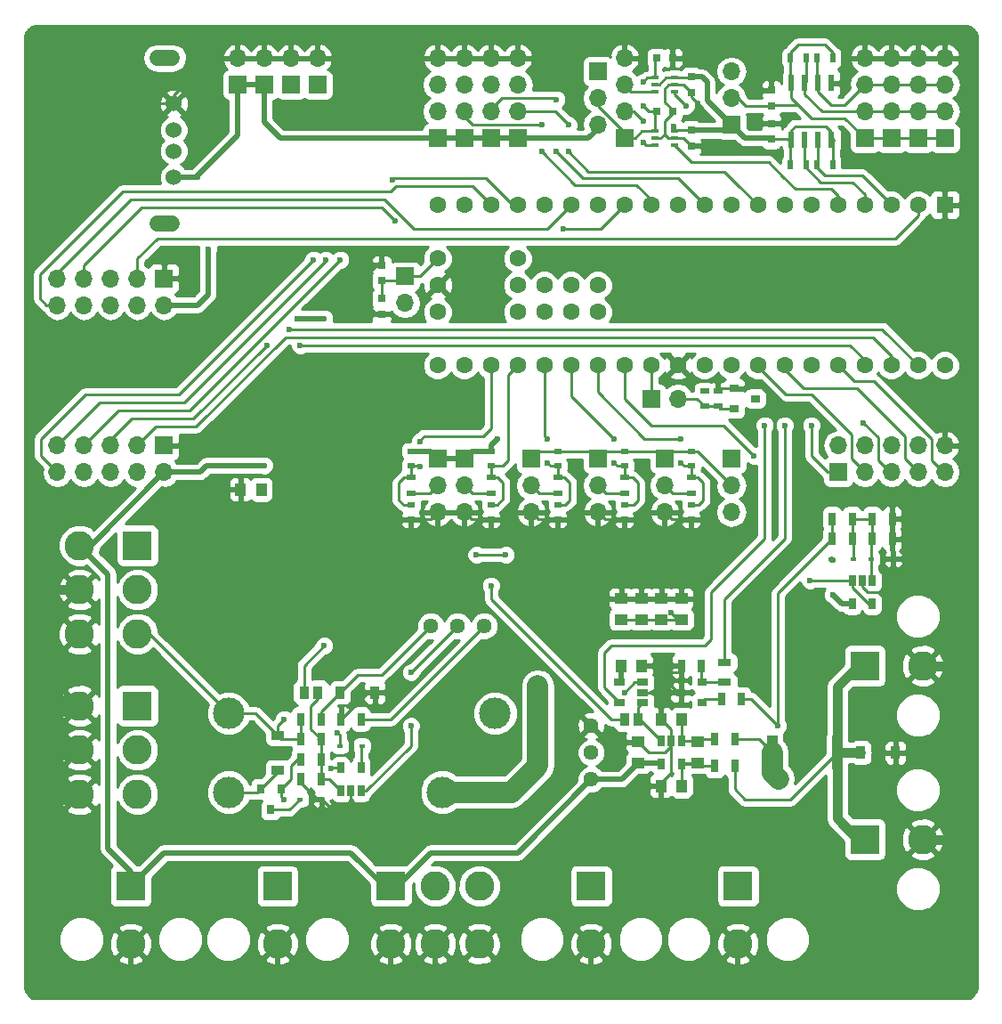
<source format=gbr>
G04 #@! TF.FileFunction,Copper,L2,Bot,Signal*
%FSLAX46Y46*%
G04 Gerber Fmt 4.6, Leading zero omitted, Abs format (unit mm)*
G04 Created by KiCad (PCBNEW 4.0.7) date 08/13/18 20:17:20*
%MOMM*%
%LPD*%
G01*
G04 APERTURE LIST*
%ADD10C,0.100000*%
%ADD11C,1.440000*%
%ADD12R,1.700000X1.700000*%
%ADD13O,1.700000X1.700000*%
%ADD14R,2.800000X2.800000*%
%ADD15C,2.800000*%
%ADD16C,3.000000*%
%ADD17O,2.904000X1.524000*%
%ADD18C,1.524000*%
%ADD19C,1.600000*%
%ADD20R,1.600000X1.600000*%
%ADD21R,0.600000X1.550000*%
%ADD22R,0.750000X0.800000*%
%ADD23R,0.900000X0.500000*%
%ADD24R,0.700000X0.600000*%
%ADD25R,0.500000X0.900000*%
%ADD26R,0.900000X0.800000*%
%ADD27R,0.900000X1.200000*%
%ADD28R,1.200000X0.900000*%
%ADD29R,0.700000X1.300000*%
%ADD30R,1.000000X3.200000*%
%ADD31R,1.000000X1.250000*%
%ADD32R,1.250000X1.000000*%
%ADD33R,1.300000X0.700000*%
%ADD34R,0.970000X1.270000*%
%ADD35R,0.800000X0.900000*%
%ADD36R,0.650000X1.060000*%
%ADD37R,1.060000X0.650000*%
%ADD38R,0.600000X0.450000*%
%ADD39R,0.800000X0.750000*%
%ADD40R,0.650000X0.400000*%
%ADD41C,0.600000*%
%ADD42C,0.254000*%
%ADD43C,2.000000*%
%ADD44C,0.960000*%
%ADD45C,0.480000*%
G04 APERTURE END LIST*
D10*
D11*
X120015000Y-125095000D03*
X122555000Y-125095000D03*
X125095000Y-125095000D03*
D12*
X94615000Y-92075000D03*
D13*
X94615000Y-94615000D03*
X92075000Y-92075000D03*
X92075000Y-94615000D03*
X89535000Y-92075000D03*
X89535000Y-94615000D03*
X86995000Y-92075000D03*
X86995000Y-94615000D03*
X84455000Y-92075000D03*
X84455000Y-94615000D03*
D14*
X92075000Y-132715000D03*
D15*
X92075000Y-136915000D03*
X92075000Y-141115000D03*
X86575000Y-132715000D03*
X86575000Y-136915000D03*
X86575000Y-141115000D03*
D14*
X92075000Y-117475000D03*
D15*
X92075000Y-121675000D03*
X92075000Y-125875000D03*
X86575000Y-117475000D03*
X86575000Y-121675000D03*
X86575000Y-125875000D03*
D12*
X94615000Y-107950000D03*
D13*
X94615000Y-110490000D03*
X92075000Y-107950000D03*
X92075000Y-110490000D03*
X89535000Y-107950000D03*
X89535000Y-110490000D03*
X86995000Y-107950000D03*
X86995000Y-110490000D03*
X84455000Y-107950000D03*
X84455000Y-110490000D03*
D16*
X100775000Y-133430000D03*
X100775000Y-140930000D03*
X121075000Y-140930000D03*
X126115000Y-133430000D03*
D17*
X94700000Y-86820000D03*
D18*
X95550000Y-75470000D03*
X95550000Y-77970000D03*
X95550000Y-79970000D03*
X95550000Y-82470000D03*
D17*
X94700000Y-71120000D03*
D19*
X148590000Y-85090000D03*
X146050000Y-85090000D03*
X143510000Y-85090000D03*
X151130000Y-85090000D03*
X153670000Y-85090000D03*
X156210000Y-85090000D03*
X158750000Y-85090000D03*
X161290000Y-85090000D03*
X163830000Y-85090000D03*
X166370000Y-85090000D03*
D20*
X168910000Y-85090000D03*
D19*
X140970000Y-85090000D03*
X138430000Y-85090000D03*
X135890000Y-85090000D03*
X133350000Y-85090000D03*
X130810000Y-85090000D03*
X128270000Y-85090000D03*
X125730000Y-85090000D03*
X123190000Y-85090000D03*
X120650000Y-85090000D03*
X120650000Y-90170000D03*
X120650000Y-92710000D03*
X120650000Y-95250000D03*
X120650000Y-100330000D03*
X123190000Y-100330000D03*
X125730000Y-100330000D03*
X128270000Y-100330000D03*
X130810000Y-100330000D03*
X133350000Y-100330000D03*
X135890000Y-100330000D03*
X138430000Y-100330000D03*
X140970000Y-100330000D03*
X143510000Y-100330000D03*
X146050000Y-100330000D03*
X148590000Y-100330000D03*
X151130000Y-100330000D03*
X153670000Y-100330000D03*
X156210000Y-100330000D03*
X158750000Y-100330000D03*
X161290000Y-100330000D03*
X163830000Y-100330000D03*
X166370000Y-100330000D03*
X168910000Y-100330000D03*
X135890000Y-95250000D03*
X133350000Y-95250000D03*
X130810000Y-95250000D03*
X128270000Y-95250000D03*
X135890000Y-92710000D03*
X133350000Y-92710000D03*
X130810000Y-92710000D03*
X128270000Y-92710000D03*
X128270000Y-90170000D03*
D21*
X154305000Y-73500000D03*
X155575000Y-73500000D03*
X156845000Y-73500000D03*
X158115000Y-73500000D03*
X158115000Y-78900000D03*
X156845000Y-78900000D03*
X155575000Y-78900000D03*
X154305000Y-78900000D03*
D12*
X148590000Y-77470000D03*
D13*
X148590000Y-74930000D03*
X148590000Y-72390000D03*
D12*
X148590000Y-109220000D03*
D13*
X148590000Y-111760000D03*
X148590000Y-114300000D03*
D22*
X115316000Y-90817000D03*
X115316000Y-92317000D03*
X115316000Y-93992000D03*
X115316000Y-95492000D03*
D12*
X117538500Y-91884500D03*
D13*
X117538500Y-94424500D03*
D23*
X144780000Y-111010000D03*
X144780000Y-112510000D03*
X132080000Y-111010000D03*
X132080000Y-112510000D03*
X138430000Y-111010000D03*
X138430000Y-112510000D03*
X125730000Y-111010000D03*
X125730000Y-112510000D03*
D24*
X144780000Y-109920000D03*
X144780000Y-108520000D03*
X144780000Y-115000000D03*
X144780000Y-113600000D03*
X132080000Y-109920000D03*
X132080000Y-108520000D03*
X138430000Y-109920000D03*
X138430000Y-108520000D03*
X138430000Y-115000000D03*
X138430000Y-113600000D03*
X125730000Y-109920000D03*
X125730000Y-108520000D03*
X125730000Y-115000000D03*
X125730000Y-113600000D03*
X132080000Y-115000000D03*
X132080000Y-113600000D03*
D14*
X105410000Y-149860000D03*
D15*
X105410000Y-155360000D03*
D14*
X91440000Y-149860000D03*
D15*
X91440000Y-155360000D03*
D12*
X158750000Y-110490000D03*
D13*
X158750000Y-107950000D03*
X161290000Y-110490000D03*
X161290000Y-107950000D03*
X163830000Y-110490000D03*
X163830000Y-107950000D03*
X166370000Y-110490000D03*
X166370000Y-107950000D03*
X168910000Y-110490000D03*
X168910000Y-107950000D03*
D12*
X168910000Y-78740000D03*
D13*
X168910000Y-76200000D03*
X168910000Y-73660000D03*
X168910000Y-71120000D03*
D12*
X142240000Y-109220000D03*
D13*
X142240000Y-111760000D03*
X142240000Y-114300000D03*
D12*
X135890000Y-109220000D03*
D13*
X135890000Y-111760000D03*
X135890000Y-114300000D03*
D12*
X129540000Y-109220000D03*
D13*
X129540000Y-111760000D03*
X129540000Y-114300000D03*
D12*
X123190000Y-109220000D03*
D13*
X123190000Y-111760000D03*
X123190000Y-114300000D03*
D25*
X154190000Y-71120000D03*
X155690000Y-71120000D03*
X158230000Y-71120000D03*
X156730000Y-71120000D03*
D23*
X146050000Y-102755000D03*
X146050000Y-104255000D03*
D26*
X148860000Y-104455000D03*
X148860000Y-102555000D03*
X150860000Y-103505000D03*
D14*
X116205000Y-149860000D03*
D15*
X120405000Y-149860000D03*
X124605000Y-149860000D03*
X116205000Y-155360000D03*
X120405000Y-155360000D03*
X124605000Y-155360000D03*
D27*
X111380000Y-131445000D03*
X114680000Y-131445000D03*
D28*
X105410000Y-135510000D03*
X105410000Y-138810000D03*
D14*
X161290000Y-128905000D03*
D15*
X166790000Y-128905000D03*
D14*
X161290000Y-145415000D03*
D15*
X166790000Y-145415000D03*
D12*
X104140000Y-73660000D03*
D13*
X104140000Y-71120000D03*
D12*
X101600000Y-73660000D03*
D13*
X101600000Y-71120000D03*
D26*
X145780000Y-130495000D03*
X145780000Y-132395000D03*
X143780000Y-131445000D03*
D29*
X160081000Y-114935000D03*
X158181000Y-114935000D03*
X161991000Y-116840000D03*
X163891000Y-116840000D03*
D30*
X152475000Y-137160000D03*
X158675000Y-137160000D03*
D11*
X135255000Y-139700000D03*
X135255000Y-137160000D03*
X135255000Y-134620000D03*
D31*
X101870000Y-112141000D03*
X103870000Y-112141000D03*
D32*
X141922500Y-122507500D03*
X141922500Y-124507500D03*
X143827500Y-122507500D03*
X143827500Y-124507500D03*
X140017500Y-122507500D03*
X140017500Y-124507500D03*
X138112500Y-122507500D03*
X138112500Y-124507500D03*
D29*
X149540000Y-132080000D03*
X147640000Y-132080000D03*
X147005000Y-135890000D03*
X148905000Y-135890000D03*
X147005000Y-138430000D03*
X148905000Y-138430000D03*
D24*
X118110000Y-109920000D03*
X118110000Y-108520000D03*
X118110000Y-115000000D03*
X118110000Y-113600000D03*
D12*
X120650000Y-78740000D03*
D13*
X120650000Y-76200000D03*
X120650000Y-73660000D03*
X120650000Y-71120000D03*
D12*
X123190000Y-78740000D03*
D13*
X123190000Y-76200000D03*
X123190000Y-73660000D03*
X123190000Y-71120000D03*
D12*
X125730000Y-78740000D03*
D13*
X125730000Y-76200000D03*
X125730000Y-73660000D03*
X125730000Y-71120000D03*
D12*
X128270000Y-78740000D03*
D13*
X128270000Y-76200000D03*
X128270000Y-73660000D03*
X128270000Y-71120000D03*
D12*
X166370000Y-78740000D03*
D13*
X166370000Y-76200000D03*
X166370000Y-73660000D03*
X166370000Y-71120000D03*
D12*
X163830000Y-78740000D03*
D13*
X163830000Y-76200000D03*
X163830000Y-73660000D03*
X163830000Y-71120000D03*
D12*
X161290000Y-78740000D03*
D13*
X161290000Y-76200000D03*
X161290000Y-73660000D03*
X161290000Y-71120000D03*
D12*
X120650000Y-109220000D03*
D13*
X120650000Y-111760000D03*
X120650000Y-114300000D03*
D23*
X118110000Y-111010000D03*
X118110000Y-112510000D03*
D12*
X109220000Y-73660000D03*
D13*
X109220000Y-71120000D03*
D12*
X106680000Y-73660000D03*
D13*
X106680000Y-71120000D03*
D33*
X147955000Y-130490000D03*
X147955000Y-128590000D03*
D29*
X145730000Y-128905000D03*
X143830000Y-128905000D03*
D25*
X154190000Y-81280000D03*
X155690000Y-81280000D03*
X158230000Y-81280000D03*
X156730000Y-81280000D03*
D31*
X141875000Y-133985000D03*
X143875000Y-133985000D03*
D32*
X145415000Y-136160000D03*
X145415000Y-138160000D03*
D31*
X143875000Y-140335000D03*
X141875000Y-140335000D03*
D32*
X139700000Y-136160000D03*
X139700000Y-138160000D03*
D31*
X140065000Y-128905000D03*
X138065000Y-128905000D03*
D27*
X160910000Y-137160000D03*
X164210000Y-137160000D03*
D34*
X107945000Y-131445000D03*
X109225000Y-131445000D03*
X138425000Y-133985000D03*
X139705000Y-133985000D03*
D12*
X140970000Y-103505000D03*
D13*
X143510000Y-103505000D03*
D35*
X103825000Y-140605000D03*
X105725000Y-140605000D03*
X104775000Y-142605000D03*
D29*
X107635000Y-133985000D03*
X109535000Y-133985000D03*
X113345000Y-133985000D03*
X111445000Y-133985000D03*
X107635000Y-135890000D03*
X109535000Y-135890000D03*
X109535000Y-139700000D03*
X107635000Y-139700000D03*
X107635000Y-137795000D03*
X109535000Y-137795000D03*
X160081000Y-116840000D03*
X158181000Y-116840000D03*
X161991000Y-114935000D03*
X163891000Y-114935000D03*
D36*
X113345000Y-140800000D03*
X112395000Y-140800000D03*
X111445000Y-140800000D03*
X111445000Y-138600000D03*
X113345000Y-138600000D03*
X160086000Y-120820000D03*
X161036000Y-120820000D03*
X161986000Y-120820000D03*
X161986000Y-123020000D03*
X160086000Y-123020000D03*
X141925000Y-136060000D03*
X142875000Y-136060000D03*
X143825000Y-136060000D03*
X143825000Y-138260000D03*
X141925000Y-138260000D03*
D37*
X140165000Y-130495000D03*
X140165000Y-131445000D03*
X140165000Y-132395000D03*
X137965000Y-132395000D03*
X137965000Y-130495000D03*
D38*
X158081000Y-118745000D03*
X160181000Y-118745000D03*
X161891000Y-118745000D03*
X163991000Y-118745000D03*
X113445000Y-136525000D03*
X111345000Y-136525000D03*
D14*
X149225000Y-149860000D03*
D15*
X149225000Y-155360000D03*
D14*
X135255000Y-149860000D03*
D15*
X135255000Y-155360000D03*
D22*
X152400000Y-74180000D03*
X152400000Y-75680000D03*
X152400000Y-77355000D03*
X152400000Y-78855000D03*
D39*
X142990000Y-71120000D03*
X141490000Y-71120000D03*
D22*
X144780000Y-74410000D03*
X144780000Y-72910000D03*
D39*
X142990000Y-76200000D03*
X141490000Y-76200000D03*
D22*
X144780000Y-79490000D03*
X144780000Y-77990000D03*
D12*
X138430000Y-78740000D03*
D13*
X138430000Y-76200000D03*
X138430000Y-73660000D03*
X138430000Y-71120000D03*
D12*
X135890000Y-72390000D03*
D13*
X135890000Y-74930000D03*
X135890000Y-77470000D03*
D40*
X143190000Y-73010000D03*
X143190000Y-74310000D03*
X141290000Y-73660000D03*
X143190000Y-73660000D03*
X141290000Y-74310000D03*
X141290000Y-73010000D03*
X143190000Y-78090000D03*
X143190000Y-79390000D03*
X141290000Y-78740000D03*
X143190000Y-78740000D03*
X141290000Y-79390000D03*
X141290000Y-78090000D03*
D23*
X147320000Y-104255000D03*
X147320000Y-102755000D03*
D38*
X109635000Y-141605000D03*
X107535000Y-141605000D03*
D41*
X163830000Y-135255000D03*
X168275000Y-137160000D03*
X142875000Y-130810000D03*
X132715000Y-132080000D03*
X114554000Y-122936000D03*
X99441000Y-122428000D03*
X96520000Y-92075000D03*
X83820000Y-141605000D03*
X83820000Y-137160000D03*
X83820000Y-132715000D03*
X83820000Y-121920000D03*
X96520000Y-107950000D03*
X168910000Y-83312000D03*
X145415000Y-75438000D03*
X112776000Y-114554000D03*
X144399000Y-71120000D03*
X140208000Y-71120000D03*
X130048000Y-71120000D03*
X116205000Y-131445000D03*
X102108000Y-112268000D03*
X143510000Y-121285000D03*
X132080000Y-134620000D03*
X153670000Y-76835000D03*
X152400000Y-73025000D03*
X168910000Y-106045000D03*
X142240000Y-116205000D03*
X135890000Y-116205000D03*
X129540000Y-116205000D03*
X123190000Y-116205000D03*
X93345000Y-75565000D03*
X168910000Y-69215000D03*
X165100000Y-114808000D03*
X91440000Y-157480000D03*
X105410000Y-157480000D03*
X116205000Y-157480000D03*
X125095000Y-157480000D03*
X120650000Y-157480000D03*
X135255000Y-158115000D03*
X149225000Y-158115000D03*
X168910000Y-145415000D03*
X168910000Y-128905000D03*
X126365000Y-107315000D03*
X143129000Y-77597000D03*
X107315000Y-95885000D03*
X109855000Y-95885000D03*
X98806000Y-89281000D03*
X97790000Y-82423000D03*
X146050000Y-102755000D03*
X158242000Y-122174000D03*
X158242000Y-118872000D03*
X137965000Y-130495000D03*
X103759000Y-112014000D03*
X104140000Y-109855000D03*
X127127000Y-118364000D03*
X124333000Y-118364000D03*
X138430000Y-131445000D03*
X156083000Y-120777000D03*
X150749000Y-108966000D03*
X143764000Y-109601000D03*
X143764000Y-107315000D03*
X131064000Y-109601000D03*
X131064000Y-107315000D03*
X137414000Y-109601000D03*
X137414000Y-107315000D03*
X144272000Y-75692000D03*
X156210000Y-106045000D03*
X118999000Y-107569000D03*
X118999000Y-109982000D03*
X161163000Y-105791000D03*
X133096000Y-80010000D03*
X133096000Y-77470000D03*
X153670000Y-106045000D03*
X106045000Y-133985000D03*
X111125000Y-135255000D03*
X107569000Y-98425000D03*
X104394000Y-98425000D03*
X111379000Y-90297000D03*
X132588000Y-87376000D03*
X109982000Y-90297000D03*
X108839000Y-90297000D03*
X116332000Y-82677000D03*
X130556000Y-77470000D03*
X130556000Y-80010000D03*
X131953000Y-80010000D03*
X131953000Y-75057000D03*
X106553000Y-96901000D03*
X116586000Y-86614000D03*
X151765000Y-106045000D03*
X142875000Y-123825000D03*
X153035000Y-134620000D03*
X130175000Y-130810000D03*
X125730000Y-121285000D03*
X110490000Y-138684000D03*
X106045000Y-141605000D03*
X118110000Y-134620000D03*
X118110000Y-129540000D03*
X160910000Y-137160000D03*
X145780000Y-132395000D03*
X153095000Y-139700000D03*
X140208000Y-75692000D03*
X140208000Y-73406000D03*
X109855000Y-127000000D03*
X140208000Y-79121000D03*
X140208000Y-77089000D03*
D42*
X164210000Y-137160000D02*
X164210000Y-135635000D01*
X164210000Y-135635000D02*
X163830000Y-135255000D01*
X143780000Y-131445000D02*
X143510000Y-131445000D01*
X143510000Y-131445000D02*
X142875000Y-130810000D01*
X135255000Y-134620000D02*
X132715000Y-132080000D01*
X94615000Y-92075000D02*
X96520000Y-92075000D01*
D43*
X86575000Y-141115000D02*
X84310000Y-141115000D01*
X84310000Y-141115000D02*
X83820000Y-141605000D01*
X86575000Y-136915000D02*
X84065000Y-136915000D01*
X84065000Y-136915000D02*
X83820000Y-137160000D01*
X86575000Y-132715000D02*
X83820000Y-132715000D01*
D44*
X86575000Y-121675000D02*
X84065000Y-121675000D01*
X84065000Y-121675000D02*
X83820000Y-121920000D01*
D42*
X94615000Y-107950000D02*
X96520000Y-107950000D01*
X168910000Y-85090000D02*
X168910000Y-83312000D01*
X144780000Y-74410000D02*
X144780000Y-74803000D01*
X144780000Y-74803000D02*
X145415000Y-75438000D01*
X141290000Y-78740000D02*
X141859000Y-78740000D01*
X141859000Y-78740000D02*
X142240000Y-78359000D01*
X109635000Y-141605000D02*
X109220000Y-141605000D01*
X109220000Y-141605000D02*
X107635000Y-140020000D01*
X107635000Y-140020000D02*
X107635000Y-139700000D01*
X112395000Y-140800000D02*
X112395000Y-141732000D01*
X110270000Y-142240000D02*
X109635000Y-141605000D01*
X111887000Y-142240000D02*
X110270000Y-142240000D01*
X112395000Y-141732000D02*
X111887000Y-142240000D01*
X142990000Y-71120000D02*
X144399000Y-71120000D01*
X138430000Y-71120000D02*
X140208000Y-71120000D01*
X128270000Y-71120000D02*
X130048000Y-71120000D01*
X114680000Y-131445000D02*
X116205000Y-131445000D01*
X114680000Y-131445000D02*
X113985000Y-131445000D01*
X113985000Y-131445000D02*
X111445000Y-133985000D01*
X102108000Y-112268000D02*
X101981000Y-112141000D01*
X101981000Y-112141000D02*
X101870000Y-112141000D01*
X142990000Y-76200000D02*
X142990000Y-76339000D01*
X142990000Y-76339000D02*
X142240000Y-77089000D01*
X142621000Y-78740000D02*
X143190000Y-78740000D01*
X142240000Y-78359000D02*
X142621000Y-78740000D01*
X142240000Y-77089000D02*
X142240000Y-78359000D01*
X142990000Y-76200000D02*
X142990000Y-76061000D01*
X142990000Y-76061000D02*
X142240000Y-75311000D01*
X142240000Y-75311000D02*
X142240000Y-74041000D01*
X142240000Y-74041000D02*
X142621000Y-73660000D01*
X142621000Y-73660000D02*
X143190000Y-73660000D01*
X161036000Y-120820000D02*
X161036000Y-121412000D01*
X163991000Y-120870000D02*
X163991000Y-118745000D01*
X162941000Y-121920000D02*
X163991000Y-120870000D01*
X161544000Y-121920000D02*
X162941000Y-121920000D01*
X161036000Y-121412000D02*
X161544000Y-121920000D01*
X143827500Y-122507500D02*
X143827500Y-121602500D01*
X143827500Y-121602500D02*
X143510000Y-121285000D01*
X143827500Y-122507500D02*
X141922500Y-122507500D01*
X141922500Y-122507500D02*
X140017500Y-122507500D01*
X140017500Y-122507500D02*
X138112500Y-122507500D01*
X143830000Y-129540000D02*
X142875000Y-129540000D01*
X142875000Y-129540000D02*
X141605000Y-130810000D01*
X140065000Y-128905000D02*
X140970000Y-128905000D01*
X141605000Y-130810000D02*
X140970000Y-131445000D01*
X141605000Y-129540000D02*
X141605000Y-130810000D01*
X140970000Y-128905000D02*
X141605000Y-129540000D01*
X142875000Y-136060000D02*
X142875000Y-136525000D01*
X142875000Y-136525000D02*
X142240000Y-137160000D01*
X140700000Y-137160000D02*
X139700000Y-136160000D01*
X142240000Y-137160000D02*
X140700000Y-137160000D01*
X140165000Y-131445000D02*
X140970000Y-131445000D01*
X141875000Y-132350000D02*
X141875000Y-133985000D01*
X140970000Y-131445000D02*
X141875000Y-132350000D01*
X141875000Y-140335000D02*
X141875000Y-140065000D01*
X141875000Y-140065000D02*
X142875000Y-139065000D01*
X142875000Y-139065000D02*
X142875000Y-136060000D01*
X142875000Y-136060000D02*
X142875000Y-134985000D01*
X142875000Y-134985000D02*
X141875000Y-133985000D01*
X115316000Y-95492000D02*
X114796000Y-95492000D01*
X114796000Y-90817000D02*
X115316000Y-90817000D01*
X114046000Y-91567000D02*
X114796000Y-90817000D01*
X114046000Y-94742000D02*
X114046000Y-91567000D01*
X114796000Y-95492000D02*
X114046000Y-94742000D01*
X148860000Y-102555000D02*
X147520000Y-102555000D01*
X147520000Y-102555000D02*
X147320000Y-102755000D01*
X144780000Y-115000000D02*
X142940000Y-115000000D01*
X142940000Y-115000000D02*
X142240000Y-114300000D01*
X138430000Y-115000000D02*
X136590000Y-115000000D01*
X136590000Y-115000000D02*
X135890000Y-114300000D01*
X132080000Y-115000000D02*
X130240000Y-115000000D01*
X130240000Y-115000000D02*
X129540000Y-114300000D01*
X125730000Y-115000000D02*
X123890000Y-115000000D01*
X123890000Y-115000000D02*
X123190000Y-114300000D01*
X118110000Y-115000000D02*
X119950000Y-115000000D01*
X119950000Y-115000000D02*
X120650000Y-114300000D01*
X143190000Y-78740000D02*
X144030000Y-78740000D01*
X144030000Y-78740000D02*
X144780000Y-79490000D01*
X143190000Y-73660000D02*
X144030000Y-73660000D01*
X144030000Y-73660000D02*
X144780000Y-74410000D01*
X152400000Y-77355000D02*
X153150000Y-77355000D01*
X153150000Y-77355000D02*
X153670000Y-76835000D01*
X152400000Y-74180000D02*
X152400000Y-73025000D01*
X168910000Y-107950000D02*
X168910000Y-106045000D01*
X142240000Y-114300000D02*
X142240000Y-116205000D01*
X135890000Y-114300000D02*
X135890000Y-116205000D01*
X129540000Y-114300000D02*
X129540000Y-116205000D01*
X120650000Y-114300000D02*
X123190000Y-114300000D01*
X123190000Y-114300000D02*
X123190000Y-116205000D01*
X95550000Y-75470000D02*
X93440000Y-75470000D01*
X93440000Y-75470000D02*
X93345000Y-75565000D01*
X109220000Y-71120000D02*
X101600000Y-71120000D01*
X101600000Y-71120000D02*
X99060000Y-71120000D01*
X99060000Y-71120000D02*
X95550000Y-74630000D01*
X95550000Y-74630000D02*
X95550000Y-75470000D01*
X120650000Y-71120000D02*
X128270000Y-71120000D01*
X161290000Y-71120000D02*
X163830000Y-71120000D01*
X163830000Y-71120000D02*
X166370000Y-71120000D01*
X166370000Y-71120000D02*
X168910000Y-71120000D01*
X168910000Y-71120000D02*
X168910000Y-69215000D01*
X163891000Y-114935000D02*
X164973000Y-114935000D01*
X164973000Y-114935000D02*
X165100000Y-114808000D01*
X163891000Y-114935000D02*
X163891000Y-116840000D01*
X163891000Y-116840000D02*
X163991000Y-116940000D01*
X163991000Y-116940000D02*
X163991000Y-118745000D01*
D45*
X91440000Y-155360000D02*
X91440000Y-157480000D01*
X105410000Y-155360000D02*
X105410000Y-157480000D01*
X116205000Y-155360000D02*
X116205000Y-157480000D01*
X120405000Y-155360000D02*
X120405000Y-157235000D01*
X120405000Y-157235000D02*
X120650000Y-157480000D01*
X135255000Y-155360000D02*
X135255000Y-158115000D01*
X149225000Y-155360000D02*
X149225000Y-158115000D01*
D44*
X166790000Y-145415000D02*
X168910000Y-145415000D01*
X166790000Y-128905000D02*
X168910000Y-128905000D01*
D45*
X126365000Y-107315000D02*
X125730000Y-107950000D01*
X125730000Y-108520000D02*
X125730000Y-107950000D01*
D42*
X143190000Y-78090000D02*
X143190000Y-77658000D01*
X143190000Y-77658000D02*
X143129000Y-77597000D01*
X143190000Y-73010000D02*
X144680000Y-73010000D01*
X144680000Y-73010000D02*
X144780000Y-72910000D01*
X144780000Y-77990000D02*
X143290000Y-77990000D01*
X143290000Y-77990000D02*
X143190000Y-78090000D01*
X141290000Y-73660000D02*
X141732000Y-73660000D01*
X142382000Y-73010000D02*
X143190000Y-73010000D01*
X141732000Y-73660000D02*
X142382000Y-73010000D01*
X152400000Y-78855000D02*
X154260000Y-78855000D01*
X154260000Y-78855000D02*
X154305000Y-78900000D01*
X154190000Y-81280000D02*
X154190000Y-79015000D01*
X154190000Y-79015000D02*
X154305000Y-78900000D01*
X158115000Y-78900000D02*
X158115000Y-78105000D01*
X154305000Y-77978000D02*
X154305000Y-78900000D01*
X154686000Y-77597000D02*
X154305000Y-77978000D01*
X157607000Y-77597000D02*
X154686000Y-77597000D01*
X158115000Y-78105000D02*
X157607000Y-77597000D01*
X158230000Y-81280000D02*
X158230000Y-79015000D01*
X158230000Y-79015000D02*
X158115000Y-78900000D01*
D45*
X123190000Y-109220000D02*
X120650000Y-109220000D01*
X125730000Y-108520000D02*
X123890000Y-108520000D01*
X123890000Y-108520000D02*
X123190000Y-109220000D01*
X107315000Y-95885000D02*
X109855000Y-95885000D01*
X94615000Y-94615000D02*
X97790000Y-94615000D01*
X97790000Y-94615000D02*
X98806000Y-93599000D01*
X98806000Y-93599000D02*
X98806000Y-89281000D01*
X97743000Y-82470000D02*
X97616000Y-82470000D01*
X97790000Y-82423000D02*
X97743000Y-82470000D01*
X144780000Y-72910000D02*
X145808000Y-72910000D01*
X146304000Y-75184000D02*
X148590000Y-77470000D01*
X146304000Y-73406000D02*
X146304000Y-75184000D01*
X145808000Y-72910000D02*
X146304000Y-73406000D01*
X144780000Y-77990000D02*
X148070000Y-77990000D01*
X148070000Y-77990000D02*
X148590000Y-77470000D01*
X160086000Y-123020000D02*
X159088000Y-123020000D01*
X159088000Y-123020000D02*
X158242000Y-122174000D01*
X158242000Y-118872000D02*
X158115000Y-118745000D01*
X158115000Y-118745000D02*
X158081000Y-118745000D01*
X138065000Y-130395000D02*
X137965000Y-130495000D01*
X135255000Y-139700000D02*
X138160000Y-139700000D01*
X138160000Y-139700000D02*
X139700000Y-138160000D01*
X116205000Y-149860000D02*
X116459000Y-149860000D01*
X116713000Y-149987000D02*
X120015000Y-146685000D01*
X120015000Y-146685000D02*
X128270000Y-146685000D01*
X128270000Y-146685000D02*
X135255000Y-139700000D01*
X135890000Y-77470000D02*
X135890000Y-77851000D01*
X135890000Y-77851000D02*
X135001000Y-78740000D01*
X135001000Y-78740000D02*
X128270000Y-78740000D01*
X123190000Y-78740000D02*
X125730000Y-78740000D01*
X125730000Y-78740000D02*
X128270000Y-78740000D01*
X120650000Y-78740000D02*
X123190000Y-78740000D01*
X104140000Y-73660000D02*
X104140000Y-77216000D01*
X105664000Y-78740000D02*
X120650000Y-78740000D01*
X104140000Y-77216000D02*
X105664000Y-78740000D01*
X101600000Y-73660000D02*
X104140000Y-73660000D01*
X95550000Y-82470000D02*
X97616000Y-82470000D01*
X101600000Y-78486000D02*
X101600000Y-73660000D01*
X97616000Y-82470000D02*
X101600000Y-78486000D01*
X103759000Y-112014000D02*
X103870000Y-112125000D01*
X103870000Y-112125000D02*
X103870000Y-112141000D01*
X94615000Y-110490000D02*
X98044000Y-110490000D01*
X98679000Y-109855000D02*
X104140000Y-109855000D01*
X98044000Y-110490000D02*
X98679000Y-109855000D01*
X86575000Y-117475000D02*
X87630000Y-117475000D01*
X87630000Y-117475000D02*
X94615000Y-110490000D01*
X91440000Y-149860000D02*
X91440000Y-148463000D01*
X91440000Y-148463000D02*
X89281000Y-146304000D01*
X89281000Y-120181000D02*
X86575000Y-117475000D01*
X89281000Y-146304000D02*
X89281000Y-120181000D01*
X138065000Y-128905000D02*
X138065000Y-130395000D01*
X139700000Y-138160000D02*
X141825000Y-138160000D01*
X141825000Y-138160000D02*
X141925000Y-138260000D01*
X118110000Y-108520000D02*
X119950000Y-108520000D01*
X119950000Y-108520000D02*
X120650000Y-109220000D01*
X144680000Y-78090000D02*
X144780000Y-77990000D01*
X144680000Y-73010000D02*
X144780000Y-72910000D01*
X152445000Y-78900000D02*
X152285000Y-78740000D01*
X152285000Y-78740000D02*
X149860000Y-78740000D01*
X149860000Y-78740000D02*
X148590000Y-77470000D01*
X154190000Y-79015000D02*
X154305000Y-78900000D01*
X158230000Y-79015000D02*
X158115000Y-78900000D01*
X116205000Y-149860000D02*
X115570000Y-149860000D01*
X115570000Y-149860000D02*
X112395000Y-146685000D01*
X112395000Y-146685000D02*
X94615000Y-146685000D01*
X94615000Y-146685000D02*
X91440000Y-149860000D01*
D42*
X124333000Y-118364000D02*
X127127000Y-118364000D01*
X113345000Y-138600000D02*
X113345000Y-136625000D01*
X113345000Y-136625000D02*
X113445000Y-136525000D01*
X111380000Y-131445000D02*
X113030000Y-129795000D01*
X115315000Y-129795000D02*
X117475000Y-127635000D01*
X117475000Y-127635000D02*
X120015000Y-125095000D01*
X113030000Y-129795000D02*
X115315000Y-129795000D01*
X111380000Y-131445000D02*
X109535000Y-133290000D01*
X109535000Y-133985000D02*
X109535000Y-133290000D01*
X140165000Y-130495000D02*
X139380000Y-130495000D01*
X139380000Y-130495000D02*
X138430000Y-131445000D01*
X160086000Y-120820000D02*
X156126000Y-120820000D01*
X156126000Y-120820000D02*
X156083000Y-120777000D01*
X144145000Y-106045000D02*
X147828000Y-106045000D01*
X147828000Y-106045000D02*
X149098000Y-107315000D01*
X138430000Y-100330000D02*
X138430000Y-103505000D01*
X140970000Y-106045000D02*
X138430000Y-103505000D01*
X144145000Y-106045000D02*
X140970000Y-106045000D01*
X150749000Y-108966000D02*
X149098000Y-107315000D01*
X160086000Y-120820000D02*
X160086000Y-121478000D01*
X161628000Y-123020000D02*
X161986000Y-123020000D01*
X160086000Y-121478000D02*
X161628000Y-123020000D01*
X135890000Y-100330000D02*
X135890000Y-102870000D01*
X144083000Y-109920000D02*
X144780000Y-109920000D01*
X143764000Y-109601000D02*
X144083000Y-109920000D01*
X140335000Y-107315000D02*
X143764000Y-107315000D01*
X135890000Y-102870000D02*
X140335000Y-107315000D01*
X144780000Y-111010000D02*
X144780000Y-109920000D01*
X144780000Y-111010000D02*
X145427000Y-111010000D01*
X145480000Y-113600000D02*
X144780000Y-113600000D01*
X145923000Y-113157000D02*
X145480000Y-113600000D01*
X145923000Y-111506000D02*
X145923000Y-113157000D01*
X145427000Y-111010000D02*
X145923000Y-111506000D01*
X130810000Y-100330000D02*
X130810000Y-107061000D01*
X131383000Y-109920000D02*
X132080000Y-109920000D01*
X131064000Y-109601000D02*
X131383000Y-109920000D01*
X130810000Y-107061000D02*
X131064000Y-107315000D01*
X132080000Y-111010000D02*
X132080000Y-109920000D01*
X132080000Y-111010000D02*
X132727000Y-111010000D01*
X132780000Y-113600000D02*
X132080000Y-113600000D01*
X133223000Y-113157000D02*
X132780000Y-113600000D01*
X133223000Y-111506000D02*
X133223000Y-113157000D01*
X132727000Y-111010000D02*
X133223000Y-111506000D01*
X133350000Y-100330000D02*
X133350000Y-103251000D01*
X137733000Y-109920000D02*
X138430000Y-109920000D01*
X137414000Y-109601000D02*
X137733000Y-109920000D01*
X133350000Y-103251000D02*
X137414000Y-107315000D01*
X133350000Y-100330000D02*
X133350000Y-100711000D01*
X138430000Y-111010000D02*
X138430000Y-109920000D01*
X138430000Y-111010000D02*
X139204000Y-111010000D01*
X139257000Y-113600000D02*
X138430000Y-113600000D01*
X139700000Y-113157000D02*
X139257000Y-113600000D01*
X139700000Y-111506000D02*
X139700000Y-113157000D01*
X139204000Y-111010000D02*
X139700000Y-111506000D01*
X125730000Y-109920000D02*
X126808000Y-109920000D01*
X127381000Y-101219000D02*
X128270000Y-100330000D01*
X127381000Y-109347000D02*
X127381000Y-101219000D01*
X126808000Y-109920000D02*
X127381000Y-109347000D01*
X125730000Y-113600000D02*
X126303000Y-113600000D01*
X126377000Y-111010000D02*
X125730000Y-111010000D01*
X126873000Y-111506000D02*
X126377000Y-111010000D01*
X126873000Y-113030000D02*
X126873000Y-111506000D01*
X126303000Y-113600000D02*
X126873000Y-113030000D01*
X125730000Y-109920000D02*
X125730000Y-111010000D01*
X161290000Y-85090000D02*
X161290000Y-84074000D01*
X157099000Y-82931000D02*
X155690000Y-81522000D01*
X160147000Y-82931000D02*
X157099000Y-82931000D01*
X161290000Y-84074000D02*
X160147000Y-82931000D01*
X155690000Y-81522000D02*
X155690000Y-81280000D01*
X155575000Y-78900000D02*
X155575000Y-81165000D01*
X155575000Y-81165000D02*
X155690000Y-81280000D01*
X161290000Y-85090000D02*
X161290000Y-84836000D01*
X156730000Y-81280000D02*
X156730000Y-81546000D01*
X156730000Y-81546000D02*
X157480000Y-82296000D01*
X161036000Y-82296000D02*
X163830000Y-85090000D01*
X157480000Y-82296000D02*
X161036000Y-82296000D01*
X156845000Y-78900000D02*
X156845000Y-81165000D01*
X156845000Y-81165000D02*
X156730000Y-81280000D01*
X158750000Y-85090000D02*
X158750000Y-84201000D01*
X144826000Y-81026000D02*
X143190000Y-79390000D01*
X152146000Y-81026000D02*
X144826000Y-81026000D01*
X153543000Y-82423000D02*
X152146000Y-81026000D01*
X153543000Y-82423000D02*
X153543000Y-82423000D01*
X154686000Y-83566000D02*
X153543000Y-82423000D01*
X158115000Y-83566000D02*
X154686000Y-83566000D01*
X158750000Y-84201000D02*
X158115000Y-83566000D01*
X143190000Y-74610000D02*
X143190000Y-74310000D01*
X144272000Y-75692000D02*
X143190000Y-74610000D01*
X158750000Y-110490000D02*
X157734000Y-110490000D01*
X156210000Y-108966000D02*
X156210000Y-106045000D01*
X157734000Y-110490000D02*
X156210000Y-108966000D01*
X156210000Y-103124000D02*
X153797000Y-103124000D01*
X156210000Y-103124000D02*
X160020000Y-106934000D01*
X160020000Y-106934000D02*
X160020000Y-109220000D01*
X161290000Y-110490000D02*
X160020000Y-109220000D01*
X153797000Y-103124000D02*
X151130000Y-100457000D01*
X151130000Y-100330000D02*
X151130000Y-100457000D01*
X153670000Y-100330000D02*
X153670000Y-100711000D01*
X153670000Y-100711000D02*
X155448000Y-102489000D01*
X165100000Y-109220000D02*
X166370000Y-110490000D01*
X165100000Y-107061000D02*
X165100000Y-109220000D01*
X160528000Y-102489000D02*
X165100000Y-107061000D01*
X155448000Y-102489000D02*
X160528000Y-102489000D01*
X158750000Y-100330000D02*
X160274000Y-101854000D01*
X160274000Y-101854000D02*
X162179000Y-101854000D01*
X167640000Y-109347000D02*
X167640000Y-107315000D01*
X167640000Y-107315000D02*
X162179000Y-101854000D01*
X167640000Y-109347000D02*
X168783000Y-110490000D01*
X168910000Y-110490000D02*
X168783000Y-110490000D01*
X140970000Y-103505000D02*
X140970000Y-100330000D01*
X118999000Y-107569000D02*
X118999000Y-107442000D01*
X118110000Y-109920000D02*
X118937000Y-109920000D01*
X118937000Y-109920000D02*
X118999000Y-109982000D01*
X119380000Y-107061000D02*
X124968000Y-107061000D01*
X118999000Y-107442000D02*
X119380000Y-107061000D01*
X125730000Y-106299000D02*
X125730000Y-100330000D01*
X124968000Y-107061000D02*
X125730000Y-106299000D01*
X118110000Y-111010000D02*
X117463000Y-111010000D01*
X117410000Y-113600000D02*
X118110000Y-113600000D01*
X116967000Y-113157000D02*
X117410000Y-113600000D01*
X116967000Y-111506000D02*
X116967000Y-113157000D01*
X117463000Y-111010000D02*
X116967000Y-111506000D01*
X118110000Y-109920000D02*
X118110000Y-111010000D01*
X163830000Y-110490000D02*
X163703000Y-110490000D01*
X163703000Y-110490000D02*
X162560000Y-109347000D01*
X162560000Y-109347000D02*
X162560000Y-107188000D01*
X162560000Y-107188000D02*
X161163000Y-105791000D01*
X120650000Y-73660000D02*
X120396000Y-73660000D01*
X128270000Y-76200000D02*
X131826000Y-76200000D01*
X133096000Y-80010000D02*
X135001000Y-81915000D01*
X131826000Y-76200000D02*
X133096000Y-77470000D01*
X128270000Y-76200000D02*
X128397000Y-76200000D01*
X135001000Y-81915000D02*
X147955000Y-81915000D01*
X147955000Y-81915000D02*
X149225000Y-83185000D01*
X149225000Y-83185000D02*
X149225000Y-83185000D01*
X149225000Y-83185000D02*
X151130000Y-85090000D01*
X166370000Y-85090000D02*
X166370000Y-86106000D01*
X92075000Y-90170000D02*
X92075000Y-92075000D01*
X93980000Y-88265000D02*
X92075000Y-90170000D01*
X164211000Y-88265000D02*
X93980000Y-88265000D01*
X166370000Y-86106000D02*
X164211000Y-88265000D01*
X147955000Y-128590000D02*
X147955000Y-122555000D01*
X147955000Y-122555000D02*
X153670000Y-116840000D01*
X153670000Y-116840000D02*
X153670000Y-106045000D01*
X111345000Y-136525000D02*
X111345000Y-135475000D01*
X105410000Y-134620000D02*
X105410000Y-135510000D01*
X106045000Y-133985000D02*
X105410000Y-134620000D01*
X111345000Y-135475000D02*
X111125000Y-135255000D01*
X107635000Y-135890000D02*
X105790000Y-135890000D01*
X105790000Y-135890000D02*
X105410000Y-135510000D01*
X107635000Y-133985000D02*
X107635000Y-135890000D01*
X100775000Y-133430000D02*
X103330000Y-133430000D01*
X103330000Y-133430000D02*
X105410000Y-135510000D01*
X92075000Y-125875000D02*
X93220000Y-125875000D01*
X93220000Y-125875000D02*
X100775000Y-133430000D01*
X97663000Y-106172000D02*
X97663000Y-106172000D01*
X163830000Y-99441000D02*
X162052000Y-97663000D01*
X162052000Y-97663000D02*
X107950000Y-97663000D01*
X163830000Y-100330000D02*
X163830000Y-99441000D01*
X93853000Y-106172000D02*
X92075000Y-107950000D01*
X97663000Y-106172000D02*
X93853000Y-106172000D01*
X107950000Y-97663000D02*
X106172000Y-97663000D01*
X97663000Y-106172000D02*
X106172000Y-97663000D01*
X89535000Y-107950000D02*
X89535000Y-107442000D01*
X89535000Y-107442000D02*
X91567000Y-105410000D01*
X159893000Y-98425000D02*
X108204000Y-98425000D01*
X161290000Y-99822000D02*
X159893000Y-98425000D01*
X108204000Y-98425000D02*
X107569000Y-98425000D01*
X97409000Y-105410000D02*
X104394000Y-98425000D01*
X91567000Y-105410000D02*
X97409000Y-105410000D01*
X161290000Y-100330000D02*
X161290000Y-99822000D01*
X89535000Y-107950000D02*
X89662000Y-107950000D01*
X135890000Y-85344000D02*
X135890000Y-85090000D01*
X98679000Y-102997000D02*
X97028000Y-104648000D01*
X98679000Y-102997000D02*
X111379000Y-90297000D01*
X90297000Y-104648000D02*
X86995000Y-107950000D01*
X97028000Y-104648000D02*
X90297000Y-104648000D01*
X98234500Y-102171500D02*
X96520000Y-103886000D01*
X88519000Y-103886000D02*
X84455000Y-107950000D01*
X96520000Y-103886000D02*
X88519000Y-103886000D01*
X138430000Y-85090000D02*
X136144000Y-87376000D01*
X132588000Y-87376000D02*
X136144000Y-87376000D01*
X109982000Y-90424000D02*
X109982000Y-90297000D01*
X98171000Y-102235000D02*
X98234500Y-102171500D01*
X98234500Y-102171500D02*
X109982000Y-90424000D01*
X82931000Y-108966000D02*
X84455000Y-110490000D01*
X82931000Y-107315000D02*
X82931000Y-108966000D01*
X87122000Y-103124000D02*
X82931000Y-107315000D01*
X96012000Y-103124000D02*
X87122000Y-103124000D01*
X108839000Y-90297000D02*
X96012000Y-103124000D01*
X116459000Y-82550000D02*
X116332000Y-82677000D01*
X125222000Y-82550000D02*
X116459000Y-82550000D01*
X127762000Y-85090000D02*
X125222000Y-82550000D01*
X128270000Y-85090000D02*
X127762000Y-85090000D01*
X123190000Y-85090000D02*
X123190000Y-84963000D01*
X123190000Y-76200000D02*
X123190000Y-76708000D01*
X123190000Y-76708000D02*
X123952000Y-77470000D01*
X123952000Y-77470000D02*
X130556000Y-77470000D01*
X130556000Y-80010000D02*
X133731000Y-83185000D01*
X140970000Y-85090000D02*
X140970000Y-84582000D01*
X140970000Y-84582000D02*
X139573000Y-83185000D01*
X139573000Y-83185000D02*
X133731000Y-83185000D01*
X134620000Y-82550000D02*
X134493000Y-82550000D01*
X143510000Y-82550000D02*
X134620000Y-82550000D01*
X146050000Y-85090000D02*
X143510000Y-82550000D01*
X131826000Y-74930000D02*
X131953000Y-75057000D01*
X126746000Y-74930000D02*
X131826000Y-74930000D01*
X126746000Y-74930000D02*
X125730000Y-75946000D01*
X134493000Y-82550000D02*
X131953000Y-80010000D01*
X125730000Y-76200000D02*
X125730000Y-75946000D01*
X125730000Y-112510000D02*
X123940000Y-112510000D01*
X123940000Y-112510000D02*
X123190000Y-111760000D01*
X106553000Y-96901000D02*
X162941000Y-96901000D01*
X166370000Y-100330000D02*
X162941000Y-96901000D01*
X92456000Y-85344000D02*
X115316000Y-85344000D01*
X86995000Y-90805000D02*
X92456000Y-85344000D01*
X86995000Y-92075000D02*
X86995000Y-90805000D01*
X116586000Y-86614000D02*
X115316000Y-85344000D01*
X84455000Y-92075000D02*
X84455000Y-91567000D01*
X131064000Y-87376000D02*
X133350000Y-85090000D01*
X118364000Y-87376000D02*
X131064000Y-87376000D01*
X115570000Y-84582000D02*
X118364000Y-87376000D01*
X91440000Y-84582000D02*
X115570000Y-84582000D01*
X84455000Y-91567000D02*
X91440000Y-84582000D01*
X115824000Y-83820000D02*
X116205000Y-83820000D01*
X123952000Y-83312000D02*
X125730000Y-85090000D01*
X116713000Y-83312000D02*
X123952000Y-83312000D01*
X116205000Y-83820000D02*
X116713000Y-83312000D01*
X84455000Y-94615000D02*
X83439000Y-94615000D01*
X90678000Y-83820000D02*
X115824000Y-83820000D01*
X115824000Y-83820000D02*
X115824002Y-83820000D01*
X82804000Y-91694000D02*
X90678000Y-83820000D01*
X82804000Y-93980000D02*
X82804000Y-91694000D01*
X83439000Y-94615000D02*
X82804000Y-93980000D01*
X132080000Y-112510000D02*
X130290000Y-112510000D01*
X130290000Y-112510000D02*
X129540000Y-111760000D01*
X141605000Y-127000000D02*
X146050000Y-127000000D01*
X151765000Y-106045000D02*
X151765000Y-116840000D01*
X141605000Y-127000000D02*
X137160000Y-127000000D01*
X137160000Y-127000000D02*
X136525000Y-127635000D01*
X136525000Y-127635000D02*
X136525000Y-130955000D01*
X137965000Y-132395000D02*
X136525000Y-130955000D01*
X146685000Y-121920000D02*
X151765000Y-116840000D01*
X146685000Y-126365000D02*
X146685000Y-121920000D01*
X146050000Y-127000000D02*
X146685000Y-126365000D01*
X143827500Y-124507500D02*
X143557500Y-124507500D01*
X143557500Y-124507500D02*
X142875000Y-123825000D01*
X141922500Y-124507500D02*
X143827500Y-124507500D01*
X140017500Y-124507500D02*
X141922500Y-124507500D01*
X138112500Y-124507500D02*
X140017500Y-124507500D01*
X153035000Y-121986000D02*
X153035000Y-134620000D01*
X158181000Y-116840000D02*
X153035000Y-121986000D01*
X158181000Y-114935000D02*
X158181000Y-116840000D01*
X149540000Y-132080000D02*
X150495000Y-132080000D01*
X150495000Y-132080000D02*
X153035000Y-134620000D01*
X141922500Y-124507500D02*
X142192500Y-124507500D01*
D43*
X121075000Y-140930000D02*
X127675000Y-140930000D01*
X130175000Y-138430000D02*
X130175000Y-130810000D01*
X127675000Y-140930000D02*
X130175000Y-138430000D01*
D42*
X100775000Y-140930000D02*
X103500000Y-140930000D01*
X103500000Y-140930000D02*
X105410000Y-139020000D01*
X105410000Y-139020000D02*
X105410000Y-138810000D01*
X138430000Y-112510000D02*
X136640000Y-112510000D01*
X136640000Y-112510000D02*
X135890000Y-111760000D01*
X118110000Y-112510000D02*
X119900000Y-112510000D01*
X119900000Y-112510000D02*
X120650000Y-111760000D01*
X137160000Y-133985000D02*
X125730000Y-122555000D01*
X125730000Y-122555000D02*
X125730000Y-121285000D01*
X137160000Y-133985000D02*
X138425000Y-133985000D01*
X139705000Y-133985000D02*
X139705000Y-132855000D01*
X139705000Y-132855000D02*
X140165000Y-132395000D01*
X139705000Y-133985000D02*
X139850000Y-133985000D01*
X139850000Y-133985000D02*
X141925000Y-136060000D01*
X105725000Y-140605000D02*
X105725000Y-141285000D01*
X110574000Y-138600000D02*
X111445000Y-138600000D01*
X110490000Y-138684000D02*
X110574000Y-138600000D01*
X105725000Y-141285000D02*
X106045000Y-141605000D01*
X105725000Y-140605000D02*
X105775000Y-140605000D01*
X105775000Y-140605000D02*
X106680000Y-139700000D01*
X106680000Y-139700000D02*
X106680000Y-138430000D01*
X106680000Y-138430000D02*
X107315000Y-137795000D01*
X107315000Y-137795000D02*
X107635000Y-137795000D01*
X113345000Y-133985000D02*
X116205000Y-133985000D01*
X116205000Y-133985000D02*
X125095000Y-125095000D01*
X122555000Y-125095000D02*
X118110000Y-129540000D01*
X113835000Y-140800000D02*
X113345000Y-140800000D01*
X118110000Y-136525000D02*
X113835000Y-140800000D01*
X118110000Y-134620000D02*
X118110000Y-136525000D01*
X168910000Y-76200000D02*
X166370000Y-76200000D01*
X166370000Y-76200000D02*
X163830000Y-76200000D01*
X163830000Y-76200000D02*
X161290000Y-76200000D01*
X155575000Y-73500000D02*
X155575000Y-74549000D01*
X157226000Y-76200000D02*
X161290000Y-76200000D01*
X155575000Y-74549000D02*
X157226000Y-76200000D01*
X155690000Y-71120000D02*
X155690000Y-73385000D01*
X155690000Y-73385000D02*
X155575000Y-73500000D01*
X161891000Y-118745000D02*
X161891000Y-120725000D01*
X161891000Y-120725000D02*
X161986000Y-120820000D01*
X160081000Y-114935000D02*
X160081000Y-116840000D01*
X160081000Y-116840000D02*
X160181000Y-116940000D01*
X160181000Y-116940000D02*
X160181000Y-118745000D01*
X160081000Y-114935000D02*
X161991000Y-114935000D01*
X161991000Y-114935000D02*
X161991000Y-116840000D01*
X161991000Y-116840000D02*
X161891000Y-116940000D01*
X161891000Y-116940000D02*
X161891000Y-118745000D01*
X148905000Y-138430000D02*
X148905000Y-140650000D01*
X154230000Y-141605000D02*
X158675000Y-137160000D01*
X149860000Y-141605000D02*
X154230000Y-141605000D01*
X148905000Y-140650000D02*
X149860000Y-141605000D01*
D44*
X158675000Y-137160000D02*
X158675000Y-130885000D01*
X158675000Y-130885000D02*
X160655000Y-128905000D01*
X160655000Y-128905000D02*
X161290000Y-128905000D01*
X161290000Y-145415000D02*
X160655000Y-145415000D01*
X160655000Y-145415000D02*
X158675000Y-143435000D01*
X158675000Y-143435000D02*
X158675000Y-137160000D01*
X158675000Y-137160000D02*
X160910000Y-137160000D01*
D42*
X144780000Y-108520000D02*
X145350000Y-108520000D01*
X145350000Y-108520000D02*
X148590000Y-111760000D01*
X132080000Y-108520000D02*
X135190000Y-108520000D01*
X135190000Y-108520000D02*
X135890000Y-109220000D01*
X138430000Y-108520000D02*
X141540000Y-108520000D01*
X141540000Y-108520000D02*
X142240000Y-109220000D01*
X144780000Y-108520000D02*
X142940000Y-108520000D01*
X142940000Y-108520000D02*
X142240000Y-109220000D01*
X138430000Y-108520000D02*
X136590000Y-108520000D01*
X136590000Y-108520000D02*
X135890000Y-109220000D01*
X132080000Y-108520000D02*
X130240000Y-108520000D01*
X130240000Y-108520000D02*
X129540000Y-109220000D01*
X144780000Y-112510000D02*
X142990000Y-112510000D01*
X142990000Y-112510000D02*
X142240000Y-111760000D01*
X145730000Y-128905000D02*
X145730000Y-130445000D01*
X145730000Y-130445000D02*
X145775000Y-130490000D01*
X145775000Y-130490000D02*
X147955000Y-130490000D01*
X147640000Y-132080000D02*
X146095000Y-132080000D01*
X146095000Y-132080000D02*
X145780000Y-132395000D01*
X148905000Y-135890000D02*
X151205000Y-135890000D01*
X151205000Y-135890000D02*
X152475000Y-137160000D01*
D43*
X152475000Y-137160000D02*
X152475000Y-139080000D01*
X152475000Y-139080000D02*
X153095000Y-139700000D01*
D42*
X117538500Y-91884500D02*
X118935500Y-91884500D01*
X118935500Y-91884500D02*
X120650000Y-90170000D01*
X115316000Y-92317000D02*
X115316000Y-93992000D01*
X115316000Y-92317000D02*
X117106000Y-92317000D01*
X117106000Y-92317000D02*
X117538500Y-91884500D01*
X135890000Y-74930000D02*
X135890000Y-75692000D01*
X135890000Y-75692000D02*
X138430000Y-78232000D01*
X138430000Y-78232000D02*
X138430000Y-78740000D01*
X141290000Y-78090000D02*
X141290000Y-76400000D01*
X141290000Y-76400000D02*
X141490000Y-76200000D01*
X138430000Y-78740000D02*
X139446000Y-78740000D01*
X140096000Y-78090000D02*
X141290000Y-78090000D01*
X139446000Y-78740000D02*
X140096000Y-78090000D01*
X141290000Y-73010000D02*
X140604000Y-73010000D01*
X140716000Y-76200000D02*
X141490000Y-76200000D01*
X140208000Y-75692000D02*
X140716000Y-76200000D01*
X140604000Y-73010000D02*
X140208000Y-73406000D01*
X141290000Y-73010000D02*
X141290000Y-71320000D01*
X141290000Y-71320000D02*
X141490000Y-71120000D01*
X107945000Y-131445000D02*
X107945000Y-128910000D01*
X107945000Y-128910000D02*
X109855000Y-127000000D01*
X166370000Y-78740000D02*
X163830000Y-78740000D01*
X163830000Y-78740000D02*
X161290000Y-78740000D01*
X148590000Y-74930000D02*
X149225000Y-74930000D01*
X149225000Y-74930000D02*
X149975000Y-75680000D01*
X149975000Y-75680000D02*
X152400000Y-75680000D01*
X154305000Y-73500000D02*
X154305000Y-74930000D01*
X154305000Y-74930000D02*
X154940000Y-75565000D01*
X154190000Y-71120000D02*
X154190000Y-70600000D01*
X158230000Y-70600000D02*
X158230000Y-71120000D01*
X157480000Y-69850000D02*
X158230000Y-70600000D01*
X154940000Y-69850000D02*
X157480000Y-69850000D01*
X154190000Y-70600000D02*
X154940000Y-69850000D01*
X161290000Y-78740000D02*
X159385000Y-76835000D01*
X159385000Y-76835000D02*
X156210000Y-76835000D01*
X156210000Y-76835000D02*
X154940000Y-75565000D01*
X154940000Y-75565000D02*
X152515000Y-75565000D01*
X152515000Y-75565000D02*
X152400000Y-75680000D01*
X154190000Y-71120000D02*
X154190000Y-73385000D01*
X154190000Y-73385000D02*
X154305000Y-73500000D01*
X154305000Y-73500000D02*
X154305000Y-73775000D01*
X166370000Y-78740000D02*
X168910000Y-78740000D01*
X143825000Y-136060000D02*
X145315000Y-136060000D01*
X145315000Y-136060000D02*
X145485000Y-135890000D01*
X145485000Y-135890000D02*
X146685000Y-135890000D01*
X146685000Y-135890000D02*
X147005000Y-135890000D01*
X143875000Y-133985000D02*
X143875000Y-136010000D01*
X143875000Y-136010000D02*
X143825000Y-136060000D01*
X143875000Y-140335000D02*
X143875000Y-138310000D01*
X143875000Y-138310000D02*
X144025000Y-138160000D01*
X144025000Y-138160000D02*
X145415000Y-138160000D01*
X143825000Y-138260000D02*
X145315000Y-138260000D01*
X145315000Y-138260000D02*
X145485000Y-138430000D01*
X145485000Y-138430000D02*
X147005000Y-138430000D01*
X138430000Y-76200000D02*
X139319000Y-76200000D01*
X140477000Y-79390000D02*
X141290000Y-79390000D01*
X140208000Y-79121000D02*
X140477000Y-79390000D01*
X139319000Y-76200000D02*
X140208000Y-77089000D01*
X141290000Y-74310000D02*
X139080000Y-74310000D01*
X139080000Y-74310000D02*
X138430000Y-73660000D01*
X109535000Y-137795000D02*
X109535000Y-139700000D01*
X109535000Y-135890000D02*
X109535000Y-137795000D01*
X109535000Y-139700000D02*
X110345000Y-139700000D01*
X110345000Y-139700000D02*
X111445000Y-140800000D01*
X109535000Y-135890000D02*
X109220000Y-135890000D01*
X109225000Y-131445000D02*
X109225000Y-132075000D01*
X109225000Y-132075000D02*
X108585000Y-132715000D01*
X108585000Y-132715000D02*
X108585000Y-134940000D01*
X108585000Y-134940000D02*
X109535000Y-135890000D01*
X156730000Y-71120000D02*
X156730000Y-73385000D01*
X156730000Y-73385000D02*
X156845000Y-73500000D01*
X156845000Y-73500000D02*
X156845000Y-74295000D01*
X159385000Y-75565000D02*
X161290000Y-73660000D01*
X158115000Y-75565000D02*
X159385000Y-75565000D01*
X156845000Y-74295000D02*
X158115000Y-75565000D01*
X156845000Y-73025000D02*
X156845000Y-73500000D01*
X168910000Y-73660000D02*
X166370000Y-73660000D01*
X166370000Y-73660000D02*
X163830000Y-73660000D01*
X163830000Y-73660000D02*
X161290000Y-73660000D01*
X147320000Y-104255000D02*
X146050000Y-104255000D01*
X146050000Y-104255000D02*
X145300000Y-103505000D01*
X145300000Y-103505000D02*
X143510000Y-103505000D01*
X148860000Y-104455000D02*
X147520000Y-104455000D01*
X147520000Y-104455000D02*
X147320000Y-104255000D01*
X104775000Y-142605000D02*
X106535000Y-142605000D01*
X106535000Y-142605000D02*
X107535000Y-141605000D01*
G36*
X171266984Y-68123815D02*
X171650157Y-68379844D01*
X171906185Y-68763015D01*
X171958000Y-69023508D01*
X171958000Y-159576492D01*
X171906185Y-159836985D01*
X171650157Y-160220156D01*
X171266984Y-160476185D01*
X171006492Y-160528000D01*
X82358508Y-160528000D01*
X82098015Y-160476185D01*
X81714844Y-160220157D01*
X81458815Y-159836984D01*
X81407000Y-159576492D01*
X81407000Y-155322815D01*
X84604630Y-155322815D01*
X84928980Y-156107800D01*
X85529041Y-156708909D01*
X86313459Y-157034628D01*
X87162815Y-157035370D01*
X87728280Y-156801724D01*
X90177882Y-156801724D01*
X90325455Y-157110106D01*
X91080031Y-157403405D01*
X91889409Y-157385614D01*
X92554545Y-157110106D01*
X92702118Y-156801724D01*
X91440000Y-155539605D01*
X90177882Y-156801724D01*
X87728280Y-156801724D01*
X87947800Y-156711020D01*
X88548909Y-156110959D01*
X88874628Y-155326541D01*
X88874913Y-155000031D01*
X89396595Y-155000031D01*
X89414386Y-155809409D01*
X89689894Y-156474545D01*
X89998276Y-156622118D01*
X91260395Y-155360000D01*
X91619605Y-155360000D01*
X92881724Y-156622118D01*
X93190106Y-156474545D01*
X93483405Y-155719969D01*
X93474676Y-155322815D01*
X94004630Y-155322815D01*
X94328980Y-156107800D01*
X94929041Y-156708909D01*
X95713459Y-157034628D01*
X96562815Y-157035370D01*
X97347800Y-156711020D01*
X97948909Y-156110959D01*
X98274628Y-155326541D01*
X98274631Y-155322815D01*
X98574630Y-155322815D01*
X98898980Y-156107800D01*
X99499041Y-156708909D01*
X100283459Y-157034628D01*
X101132815Y-157035370D01*
X101698280Y-156801724D01*
X104147882Y-156801724D01*
X104295455Y-157110106D01*
X105050031Y-157403405D01*
X105859409Y-157385614D01*
X106524545Y-157110106D01*
X106672118Y-156801724D01*
X105410000Y-155539605D01*
X104147882Y-156801724D01*
X101698280Y-156801724D01*
X101917800Y-156711020D01*
X102518909Y-156110959D01*
X102844628Y-155326541D01*
X102844913Y-155000031D01*
X103366595Y-155000031D01*
X103384386Y-155809409D01*
X103659894Y-156474545D01*
X103968276Y-156622118D01*
X105230395Y-155360000D01*
X105589605Y-155360000D01*
X106851724Y-156622118D01*
X107160106Y-156474545D01*
X107453405Y-155719969D01*
X107444676Y-155322815D01*
X107974630Y-155322815D01*
X108298980Y-156107800D01*
X108899041Y-156708909D01*
X109683459Y-157034628D01*
X110532815Y-157035370D01*
X111098280Y-156801724D01*
X114942882Y-156801724D01*
X115090455Y-157110106D01*
X115845031Y-157403405D01*
X116654409Y-157385614D01*
X117319545Y-157110106D01*
X117467118Y-156801724D01*
X119142882Y-156801724D01*
X119290455Y-157110106D01*
X120045031Y-157403405D01*
X120854409Y-157385614D01*
X121519545Y-157110106D01*
X121667118Y-156801724D01*
X123342882Y-156801724D01*
X123490455Y-157110106D01*
X124245031Y-157403405D01*
X125054409Y-157385614D01*
X125719545Y-157110106D01*
X125867118Y-156801724D01*
X124605000Y-155539605D01*
X123342882Y-156801724D01*
X121667118Y-156801724D01*
X120405000Y-155539605D01*
X119142882Y-156801724D01*
X117467118Y-156801724D01*
X116205000Y-155539605D01*
X114942882Y-156801724D01*
X111098280Y-156801724D01*
X111317800Y-156711020D01*
X111918909Y-156110959D01*
X112244628Y-155326541D01*
X112244913Y-155000031D01*
X114161595Y-155000031D01*
X114179386Y-155809409D01*
X114454894Y-156474545D01*
X114763276Y-156622118D01*
X116025395Y-155360000D01*
X116384605Y-155360000D01*
X117646724Y-156622118D01*
X117955106Y-156474545D01*
X118248405Y-155719969D01*
X118232580Y-155000031D01*
X118361595Y-155000031D01*
X118379386Y-155809409D01*
X118654894Y-156474545D01*
X118963276Y-156622118D01*
X120225395Y-155360000D01*
X120584605Y-155360000D01*
X121846724Y-156622118D01*
X122155106Y-156474545D01*
X122448405Y-155719969D01*
X122432580Y-155000031D01*
X122561595Y-155000031D01*
X122579386Y-155809409D01*
X122854894Y-156474545D01*
X123163276Y-156622118D01*
X124425395Y-155360000D01*
X124784605Y-155360000D01*
X126046724Y-156622118D01*
X126355106Y-156474545D01*
X126648405Y-155719969D01*
X126639676Y-155322815D01*
X128419630Y-155322815D01*
X128743980Y-156107800D01*
X129344041Y-156708909D01*
X130128459Y-157034628D01*
X130977815Y-157035370D01*
X131543280Y-156801724D01*
X133992882Y-156801724D01*
X134140455Y-157110106D01*
X134895031Y-157403405D01*
X135704409Y-157385614D01*
X136369545Y-157110106D01*
X136517118Y-156801724D01*
X135255000Y-155539605D01*
X133992882Y-156801724D01*
X131543280Y-156801724D01*
X131762800Y-156711020D01*
X132363909Y-156110959D01*
X132689628Y-155326541D01*
X132689913Y-155000031D01*
X133211595Y-155000031D01*
X133229386Y-155809409D01*
X133504894Y-156474545D01*
X133813276Y-156622118D01*
X135075395Y-155360000D01*
X135434605Y-155360000D01*
X136696724Y-156622118D01*
X137005106Y-156474545D01*
X137298405Y-155719969D01*
X137289676Y-155322815D01*
X137819630Y-155322815D01*
X138143980Y-156107800D01*
X138744041Y-156708909D01*
X139528459Y-157034628D01*
X140377815Y-157035370D01*
X141162800Y-156711020D01*
X141763909Y-156110959D01*
X142089628Y-155326541D01*
X142089631Y-155322815D01*
X142389630Y-155322815D01*
X142713980Y-156107800D01*
X143314041Y-156708909D01*
X144098459Y-157034628D01*
X144947815Y-157035370D01*
X145513280Y-156801724D01*
X147962882Y-156801724D01*
X148110455Y-157110106D01*
X148865031Y-157403405D01*
X149674409Y-157385614D01*
X150339545Y-157110106D01*
X150487118Y-156801724D01*
X149225000Y-155539605D01*
X147962882Y-156801724D01*
X145513280Y-156801724D01*
X145732800Y-156711020D01*
X146333909Y-156110959D01*
X146659628Y-155326541D01*
X146659913Y-155000031D01*
X147181595Y-155000031D01*
X147199386Y-155809409D01*
X147474894Y-156474545D01*
X147783276Y-156622118D01*
X149045395Y-155360000D01*
X149404605Y-155360000D01*
X150666724Y-156622118D01*
X150975106Y-156474545D01*
X151268405Y-155719969D01*
X151259676Y-155322815D01*
X151789630Y-155322815D01*
X152113980Y-156107800D01*
X152714041Y-156708909D01*
X153498459Y-157034628D01*
X154347815Y-157035370D01*
X155132800Y-156711020D01*
X155733909Y-156110959D01*
X156059628Y-155326541D01*
X156060370Y-154477185D01*
X155736020Y-153692200D01*
X155135959Y-153091091D01*
X154351541Y-152765372D01*
X153502185Y-152764630D01*
X152717200Y-153088980D01*
X152116091Y-153689041D01*
X151790372Y-154473459D01*
X151789630Y-155322815D01*
X151259676Y-155322815D01*
X151250614Y-154910591D01*
X150975106Y-154245455D01*
X150666724Y-154097882D01*
X149404605Y-155360000D01*
X149045395Y-155360000D01*
X147783276Y-154097882D01*
X147474894Y-154245455D01*
X147181595Y-155000031D01*
X146659913Y-155000031D01*
X146660370Y-154477185D01*
X146429433Y-153918276D01*
X147962882Y-153918276D01*
X149225000Y-155180395D01*
X150487118Y-153918276D01*
X150339545Y-153609894D01*
X149584969Y-153316595D01*
X148775591Y-153334386D01*
X148110455Y-153609894D01*
X147962882Y-153918276D01*
X146429433Y-153918276D01*
X146336020Y-153692200D01*
X145735959Y-153091091D01*
X144951541Y-152765372D01*
X144102185Y-152764630D01*
X143317200Y-153088980D01*
X142716091Y-153689041D01*
X142390372Y-154473459D01*
X142389630Y-155322815D01*
X142089631Y-155322815D01*
X142090370Y-154477185D01*
X141766020Y-153692200D01*
X141165959Y-153091091D01*
X140381541Y-152765372D01*
X139532185Y-152764630D01*
X138747200Y-153088980D01*
X138146091Y-153689041D01*
X137820372Y-154473459D01*
X137819630Y-155322815D01*
X137289676Y-155322815D01*
X137280614Y-154910591D01*
X137005106Y-154245455D01*
X136696724Y-154097882D01*
X135434605Y-155360000D01*
X135075395Y-155360000D01*
X133813276Y-154097882D01*
X133504894Y-154245455D01*
X133211595Y-155000031D01*
X132689913Y-155000031D01*
X132690370Y-154477185D01*
X132459433Y-153918276D01*
X133992882Y-153918276D01*
X135255000Y-155180395D01*
X136517118Y-153918276D01*
X136369545Y-153609894D01*
X135614969Y-153316595D01*
X134805591Y-153334386D01*
X134140455Y-153609894D01*
X133992882Y-153918276D01*
X132459433Y-153918276D01*
X132366020Y-153692200D01*
X131765959Y-153091091D01*
X130981541Y-152765372D01*
X130132185Y-152764630D01*
X129347200Y-153088980D01*
X128746091Y-153689041D01*
X128420372Y-154473459D01*
X128419630Y-155322815D01*
X126639676Y-155322815D01*
X126630614Y-154910591D01*
X126355106Y-154245455D01*
X126046724Y-154097882D01*
X124784605Y-155360000D01*
X124425395Y-155360000D01*
X123163276Y-154097882D01*
X122854894Y-154245455D01*
X122561595Y-155000031D01*
X122432580Y-155000031D01*
X122430614Y-154910591D01*
X122155106Y-154245455D01*
X121846724Y-154097882D01*
X120584605Y-155360000D01*
X120225395Y-155360000D01*
X118963276Y-154097882D01*
X118654894Y-154245455D01*
X118361595Y-155000031D01*
X118232580Y-155000031D01*
X118230614Y-154910591D01*
X117955106Y-154245455D01*
X117646724Y-154097882D01*
X116384605Y-155360000D01*
X116025395Y-155360000D01*
X114763276Y-154097882D01*
X114454894Y-154245455D01*
X114161595Y-155000031D01*
X112244913Y-155000031D01*
X112245370Y-154477185D01*
X112014433Y-153918276D01*
X114942882Y-153918276D01*
X116205000Y-155180395D01*
X117467118Y-153918276D01*
X119142882Y-153918276D01*
X120405000Y-155180395D01*
X121667118Y-153918276D01*
X123342882Y-153918276D01*
X124605000Y-155180395D01*
X125867118Y-153918276D01*
X125719545Y-153609894D01*
X124964969Y-153316595D01*
X124155591Y-153334386D01*
X123490455Y-153609894D01*
X123342882Y-153918276D01*
X121667118Y-153918276D01*
X121519545Y-153609894D01*
X120764969Y-153316595D01*
X119955591Y-153334386D01*
X119290455Y-153609894D01*
X119142882Y-153918276D01*
X117467118Y-153918276D01*
X117319545Y-153609894D01*
X116564969Y-153316595D01*
X115755591Y-153334386D01*
X115090455Y-153609894D01*
X114942882Y-153918276D01*
X112014433Y-153918276D01*
X111921020Y-153692200D01*
X111320959Y-153091091D01*
X110536541Y-152765372D01*
X109687185Y-152764630D01*
X108902200Y-153088980D01*
X108301091Y-153689041D01*
X107975372Y-154473459D01*
X107974630Y-155322815D01*
X107444676Y-155322815D01*
X107435614Y-154910591D01*
X107160106Y-154245455D01*
X106851724Y-154097882D01*
X105589605Y-155360000D01*
X105230395Y-155360000D01*
X103968276Y-154097882D01*
X103659894Y-154245455D01*
X103366595Y-155000031D01*
X102844913Y-155000031D01*
X102845370Y-154477185D01*
X102614433Y-153918276D01*
X104147882Y-153918276D01*
X105410000Y-155180395D01*
X106672118Y-153918276D01*
X106524545Y-153609894D01*
X105769969Y-153316595D01*
X104960591Y-153334386D01*
X104295455Y-153609894D01*
X104147882Y-153918276D01*
X102614433Y-153918276D01*
X102521020Y-153692200D01*
X101920959Y-153091091D01*
X101136541Y-152765372D01*
X100287185Y-152764630D01*
X99502200Y-153088980D01*
X98901091Y-153689041D01*
X98575372Y-154473459D01*
X98574630Y-155322815D01*
X98274631Y-155322815D01*
X98275370Y-154477185D01*
X97951020Y-153692200D01*
X97350959Y-153091091D01*
X96566541Y-152765372D01*
X95717185Y-152764630D01*
X94932200Y-153088980D01*
X94331091Y-153689041D01*
X94005372Y-154473459D01*
X94004630Y-155322815D01*
X93474676Y-155322815D01*
X93465614Y-154910591D01*
X93190106Y-154245455D01*
X92881724Y-154097882D01*
X91619605Y-155360000D01*
X91260395Y-155360000D01*
X89998276Y-154097882D01*
X89689894Y-154245455D01*
X89396595Y-155000031D01*
X88874913Y-155000031D01*
X88875370Y-154477185D01*
X88644433Y-153918276D01*
X90177882Y-153918276D01*
X91440000Y-155180395D01*
X92702118Y-153918276D01*
X92554545Y-153609894D01*
X91799969Y-153316595D01*
X90990591Y-153334386D01*
X90325455Y-153609894D01*
X90177882Y-153918276D01*
X88644433Y-153918276D01*
X88551020Y-153692200D01*
X87950959Y-153091091D01*
X87166541Y-152765372D01*
X86317185Y-152764630D01*
X85532200Y-153088980D01*
X84931091Y-153689041D01*
X84605372Y-154473459D01*
X84604630Y-155322815D01*
X81407000Y-155322815D01*
X81407000Y-142556724D01*
X85312882Y-142556724D01*
X85460455Y-142865106D01*
X86215031Y-143158405D01*
X87024409Y-143140614D01*
X87689545Y-142865106D01*
X87837118Y-142556724D01*
X86575000Y-141294605D01*
X85312882Y-142556724D01*
X81407000Y-142556724D01*
X81407000Y-140755031D01*
X84531595Y-140755031D01*
X84549386Y-141564409D01*
X84824894Y-142229545D01*
X85133276Y-142377118D01*
X86395395Y-141115000D01*
X85133276Y-139852882D01*
X84824894Y-140000455D01*
X84531595Y-140755031D01*
X81407000Y-140755031D01*
X81407000Y-139673276D01*
X85312882Y-139673276D01*
X86575000Y-140935395D01*
X87837118Y-139673276D01*
X87689545Y-139364894D01*
X86934969Y-139071595D01*
X86125591Y-139089386D01*
X85460455Y-139364894D01*
X85312882Y-139673276D01*
X81407000Y-139673276D01*
X81407000Y-138356724D01*
X85312882Y-138356724D01*
X85460455Y-138665106D01*
X86215031Y-138958405D01*
X87024409Y-138940614D01*
X87689545Y-138665106D01*
X87837118Y-138356724D01*
X86575000Y-137094605D01*
X85312882Y-138356724D01*
X81407000Y-138356724D01*
X81407000Y-136555031D01*
X84531595Y-136555031D01*
X84549386Y-137364409D01*
X84824894Y-138029545D01*
X85133276Y-138177118D01*
X86395395Y-136915000D01*
X85133276Y-135652882D01*
X84824894Y-135800455D01*
X84531595Y-136555031D01*
X81407000Y-136555031D01*
X81407000Y-135473276D01*
X85312882Y-135473276D01*
X86575000Y-136735395D01*
X87837118Y-135473276D01*
X87689545Y-135164894D01*
X86934969Y-134871595D01*
X86125591Y-134889386D01*
X85460455Y-135164894D01*
X85312882Y-135473276D01*
X81407000Y-135473276D01*
X81407000Y-134156724D01*
X85312882Y-134156724D01*
X85460455Y-134465106D01*
X86215031Y-134758405D01*
X87024409Y-134740614D01*
X87689545Y-134465106D01*
X87837118Y-134156724D01*
X86575000Y-132894605D01*
X85312882Y-134156724D01*
X81407000Y-134156724D01*
X81407000Y-132355031D01*
X84531595Y-132355031D01*
X84549386Y-133164409D01*
X84824894Y-133829545D01*
X85133276Y-133977118D01*
X86395395Y-132715000D01*
X85133276Y-131452882D01*
X84824894Y-131600455D01*
X84531595Y-132355031D01*
X81407000Y-132355031D01*
X81407000Y-131273276D01*
X85312882Y-131273276D01*
X86575000Y-132535395D01*
X87837118Y-131273276D01*
X87689545Y-130964894D01*
X86934969Y-130671595D01*
X86125591Y-130689386D01*
X85460455Y-130964894D01*
X85312882Y-131273276D01*
X81407000Y-131273276D01*
X81407000Y-127316724D01*
X85312882Y-127316724D01*
X85460455Y-127625106D01*
X86215031Y-127918405D01*
X87024409Y-127900614D01*
X87689545Y-127625106D01*
X87837118Y-127316724D01*
X86575000Y-126054605D01*
X85312882Y-127316724D01*
X81407000Y-127316724D01*
X81407000Y-125515031D01*
X84531595Y-125515031D01*
X84549386Y-126324409D01*
X84824894Y-126989545D01*
X85133276Y-127137118D01*
X86395395Y-125875000D01*
X85133276Y-124612882D01*
X84824894Y-124760455D01*
X84531595Y-125515031D01*
X81407000Y-125515031D01*
X81407000Y-124433276D01*
X85312882Y-124433276D01*
X86575000Y-125695395D01*
X87837118Y-124433276D01*
X87689545Y-124124894D01*
X86934969Y-123831595D01*
X86125591Y-123849386D01*
X85460455Y-124124894D01*
X85312882Y-124433276D01*
X81407000Y-124433276D01*
X81407000Y-123116724D01*
X85312882Y-123116724D01*
X85460455Y-123425106D01*
X86215031Y-123718405D01*
X87024409Y-123700614D01*
X87689545Y-123425106D01*
X87837118Y-123116724D01*
X86575000Y-121854605D01*
X85312882Y-123116724D01*
X81407000Y-123116724D01*
X81407000Y-121315031D01*
X84531595Y-121315031D01*
X84549386Y-122124409D01*
X84824894Y-122789545D01*
X85133276Y-122937118D01*
X86395395Y-121675000D01*
X85133276Y-120412882D01*
X84824894Y-120560455D01*
X84531595Y-121315031D01*
X81407000Y-121315031D01*
X81407000Y-120233276D01*
X85312882Y-120233276D01*
X86575000Y-121495395D01*
X87837118Y-120233276D01*
X87689545Y-119924894D01*
X86934969Y-119631595D01*
X86125591Y-119649386D01*
X85460455Y-119924894D01*
X85312882Y-120233276D01*
X81407000Y-120233276D01*
X81407000Y-91694000D01*
X82042000Y-91694000D01*
X82042000Y-93980000D01*
X82100004Y-94271605D01*
X82265185Y-94518815D01*
X82900185Y-95153816D01*
X82978659Y-95206250D01*
X83147395Y-95318996D01*
X83155334Y-95320575D01*
X83404946Y-95694147D01*
X83886715Y-96016054D01*
X84455000Y-96129093D01*
X85023285Y-96016054D01*
X85505054Y-95694147D01*
X85725000Y-95364974D01*
X85944946Y-95694147D01*
X86426715Y-96016054D01*
X86995000Y-96129093D01*
X87563285Y-96016054D01*
X88045054Y-95694147D01*
X88265000Y-95364974D01*
X88484946Y-95694147D01*
X88966715Y-96016054D01*
X89535000Y-96129093D01*
X90103285Y-96016054D01*
X90585054Y-95694147D01*
X90805000Y-95364974D01*
X91024946Y-95694147D01*
X91506715Y-96016054D01*
X92075000Y-96129093D01*
X92643285Y-96016054D01*
X93125054Y-95694147D01*
X93345000Y-95364974D01*
X93564946Y-95694147D01*
X94046715Y-96016054D01*
X94615000Y-96129093D01*
X95183285Y-96016054D01*
X95665054Y-95694147D01*
X95801460Y-95490000D01*
X97790000Y-95490000D01*
X98124848Y-95423395D01*
X98408718Y-95233718D01*
X99424718Y-94217718D01*
X99614395Y-93933848D01*
X99629837Y-93856215D01*
X99681000Y-93599000D01*
X99681000Y-89611904D01*
X99740838Y-89467799D01*
X99741162Y-89095833D01*
X99712721Y-89027000D01*
X119763827Y-89027000D01*
X119434176Y-89356077D01*
X119215250Y-89883309D01*
X119214752Y-90454187D01*
X119236222Y-90506148D01*
X118972682Y-90769688D01*
X118852590Y-90583059D01*
X118640390Y-90438069D01*
X118388500Y-90387060D01*
X116688500Y-90387060D01*
X116453183Y-90431338D01*
X116326000Y-90513178D01*
X116326000Y-90290691D01*
X116229327Y-90057302D01*
X116050699Y-89878673D01*
X115817310Y-89782000D01*
X115601750Y-89782000D01*
X115443000Y-89940750D01*
X115443000Y-90690000D01*
X115463000Y-90690000D01*
X115463000Y-90944000D01*
X115443000Y-90944000D01*
X115443000Y-90964000D01*
X115189000Y-90964000D01*
X115189000Y-90944000D01*
X114464750Y-90944000D01*
X114306000Y-91102750D01*
X114306000Y-91343309D01*
X114402673Y-91576698D01*
X114404043Y-91578068D01*
X114344569Y-91665110D01*
X114293560Y-91917000D01*
X114293560Y-92717000D01*
X114337838Y-92952317D01*
X114469613Y-93157102D01*
X114344569Y-93340110D01*
X114293560Y-93592000D01*
X114293560Y-94392000D01*
X114337838Y-94627317D01*
X114404329Y-94730646D01*
X114402673Y-94732302D01*
X114306000Y-94965691D01*
X114306000Y-95206250D01*
X114464750Y-95365000D01*
X115189000Y-95365000D01*
X115189000Y-95345000D01*
X115443000Y-95345000D01*
X115443000Y-95365000D01*
X116167250Y-95365000D01*
X116298472Y-95233778D01*
X116459353Y-95474554D01*
X116941122Y-95796461D01*
X117509407Y-95909500D01*
X117567593Y-95909500D01*
X118135878Y-95796461D01*
X118617647Y-95474554D01*
X118939554Y-94992785D01*
X119052593Y-94424500D01*
X118939554Y-93856215D01*
X118617647Y-93374446D01*
X118576048Y-93346650D01*
X118623817Y-93337662D01*
X118839941Y-93198590D01*
X118984931Y-92986390D01*
X119035940Y-92734500D01*
X119035940Y-92626521D01*
X119207761Y-92592344D01*
X119230222Y-93063454D01*
X119396136Y-93464005D01*
X119642255Y-93538139D01*
X120470395Y-92710000D01*
X120829605Y-92710000D01*
X121657745Y-93538139D01*
X121903864Y-93464005D01*
X122096965Y-92926777D01*
X122069778Y-92356546D01*
X121903864Y-91955995D01*
X121657745Y-91881861D01*
X120829605Y-92710000D01*
X120470395Y-92710000D01*
X120456252Y-92695858D01*
X120635858Y-92516252D01*
X120650000Y-92530395D01*
X121478139Y-91702255D01*
X121404005Y-91456136D01*
X121345746Y-91435195D01*
X121461800Y-91387243D01*
X121865824Y-90983923D01*
X122084750Y-90456691D01*
X122085248Y-89885813D01*
X121867243Y-89358200D01*
X121536620Y-89027000D01*
X127383827Y-89027000D01*
X127054176Y-89356077D01*
X126835250Y-89883309D01*
X126834752Y-90454187D01*
X127052757Y-90981800D01*
X127456077Y-91385824D01*
X127586215Y-91439862D01*
X127458200Y-91492757D01*
X127054176Y-91896077D01*
X126835250Y-92423309D01*
X126834752Y-92994187D01*
X127052757Y-93521800D01*
X127456077Y-93925824D01*
X127586215Y-93979862D01*
X127458200Y-94032757D01*
X127054176Y-94436077D01*
X126835250Y-94963309D01*
X126834752Y-95534187D01*
X127052757Y-96061800D01*
X127129822Y-96139000D01*
X121790616Y-96139000D01*
X121865824Y-96063923D01*
X122084750Y-95536691D01*
X122085248Y-94965813D01*
X121867243Y-94438200D01*
X121463923Y-94034176D01*
X121349232Y-93986552D01*
X121404005Y-93963864D01*
X121478139Y-93717745D01*
X120650000Y-92889605D01*
X119821861Y-93717745D01*
X119895995Y-93963864D01*
X119954254Y-93984805D01*
X119838200Y-94032757D01*
X119434176Y-94436077D01*
X119215250Y-94963309D01*
X119214752Y-95534187D01*
X119432757Y-96061800D01*
X119509822Y-96139000D01*
X116276008Y-96139000D01*
X116326000Y-96018309D01*
X116326000Y-95777750D01*
X116167250Y-95619000D01*
X115443000Y-95619000D01*
X115443000Y-95639000D01*
X115189000Y-95639000D01*
X115189000Y-95619000D01*
X114464750Y-95619000D01*
X114306000Y-95777750D01*
X114306000Y-96018309D01*
X114355992Y-96139000D01*
X110761934Y-96139000D01*
X110789838Y-96071799D01*
X110790162Y-95699833D01*
X110648117Y-95356057D01*
X110385327Y-95092808D01*
X110041799Y-94950162D01*
X109669833Y-94949838D01*
X109524229Y-95010000D01*
X107743631Y-95010000D01*
X111521506Y-91232125D01*
X111564167Y-91232162D01*
X111907943Y-91090117D01*
X112171192Y-90827327D01*
X112313838Y-90483799D01*
X112314006Y-90290691D01*
X114306000Y-90290691D01*
X114306000Y-90531250D01*
X114464750Y-90690000D01*
X115189000Y-90690000D01*
X115189000Y-89940750D01*
X115030250Y-89782000D01*
X114814690Y-89782000D01*
X114581301Y-89878673D01*
X114402673Y-90057302D01*
X114306000Y-90290691D01*
X112314006Y-90290691D01*
X112314162Y-90111833D01*
X112172117Y-89768057D01*
X111909327Y-89504808D01*
X111565799Y-89362162D01*
X111193833Y-89361838D01*
X110850057Y-89503883D01*
X110680435Y-89673209D01*
X110512327Y-89504808D01*
X110168799Y-89362162D01*
X109796833Y-89361838D01*
X109453057Y-89503883D01*
X109410656Y-89546210D01*
X109369327Y-89504808D01*
X109025799Y-89362162D01*
X108653833Y-89361838D01*
X108310057Y-89503883D01*
X108046808Y-89766673D01*
X107904162Y-90110201D01*
X107904124Y-90154245D01*
X95696370Y-102362000D01*
X87122000Y-102362000D01*
X86832009Y-102419683D01*
X86830395Y-102420004D01*
X86583185Y-102585185D01*
X82392185Y-106776185D01*
X82227004Y-107023395D01*
X82169000Y-107315000D01*
X82169000Y-108966000D01*
X82227004Y-109257605D01*
X82392185Y-109504815D01*
X83032760Y-110145391D01*
X82970000Y-110460907D01*
X82970000Y-110519093D01*
X83083039Y-111087378D01*
X83404946Y-111569147D01*
X83886715Y-111891054D01*
X84455000Y-112004093D01*
X85023285Y-111891054D01*
X85505054Y-111569147D01*
X85725000Y-111239974D01*
X85944946Y-111569147D01*
X86426715Y-111891054D01*
X86995000Y-112004093D01*
X87563285Y-111891054D01*
X88045054Y-111569147D01*
X88265000Y-111239974D01*
X88484946Y-111569147D01*
X88966715Y-111891054D01*
X89535000Y-112004093D01*
X90103285Y-111891054D01*
X90585054Y-111569147D01*
X90805000Y-111239974D01*
X91024946Y-111569147D01*
X91506715Y-111891054D01*
X91898565Y-111968998D01*
X87922824Y-115944739D01*
X87729240Y-115750817D01*
X86981562Y-115440354D01*
X86171989Y-115439648D01*
X85423771Y-115748805D01*
X84850817Y-116320760D01*
X84540354Y-117068438D01*
X84539648Y-117878011D01*
X84848805Y-118626229D01*
X85420760Y-119199183D01*
X86168438Y-119509646D01*
X86978011Y-119510352D01*
X87257453Y-119394889D01*
X88406000Y-120543437D01*
X88406000Y-120755751D01*
X88325106Y-120560455D01*
X88016724Y-120412882D01*
X86754605Y-121675000D01*
X88016724Y-122937118D01*
X88325106Y-122789545D01*
X88406000Y-122581427D01*
X88406000Y-124955751D01*
X88325106Y-124760455D01*
X88016724Y-124612882D01*
X86754605Y-125875000D01*
X88016724Y-127137118D01*
X88325106Y-126989545D01*
X88406000Y-126781427D01*
X88406000Y-131795751D01*
X88325106Y-131600455D01*
X88016724Y-131452882D01*
X86754605Y-132715000D01*
X88016724Y-133977118D01*
X88325106Y-133829545D01*
X88406000Y-133621427D01*
X88406000Y-135995751D01*
X88325106Y-135800455D01*
X88016724Y-135652882D01*
X86754605Y-136915000D01*
X88016724Y-138177118D01*
X88325106Y-138029545D01*
X88406000Y-137821427D01*
X88406000Y-140195751D01*
X88325106Y-140000455D01*
X88016724Y-139852882D01*
X86754605Y-141115000D01*
X88016724Y-142377118D01*
X88325106Y-142229545D01*
X88406000Y-142021427D01*
X88406000Y-146304000D01*
X88450954Y-146530000D01*
X88472605Y-146638848D01*
X88662282Y-146922718D01*
X89677951Y-147938387D01*
X89588559Y-147995910D01*
X89443569Y-148208110D01*
X89392560Y-148460000D01*
X89392560Y-151260000D01*
X89436838Y-151495317D01*
X89575910Y-151711441D01*
X89788110Y-151856431D01*
X90040000Y-151907440D01*
X92840000Y-151907440D01*
X93075317Y-151863162D01*
X93291441Y-151724090D01*
X93436431Y-151511890D01*
X93487440Y-151260000D01*
X93487440Y-149049996D01*
X94077436Y-148460000D01*
X103362560Y-148460000D01*
X103362560Y-151260000D01*
X103406838Y-151495317D01*
X103545910Y-151711441D01*
X103758110Y-151856431D01*
X104010000Y-151907440D01*
X106810000Y-151907440D01*
X107045317Y-151863162D01*
X107261441Y-151724090D01*
X107406431Y-151511890D01*
X107457440Y-151260000D01*
X107457440Y-148460000D01*
X107413162Y-148224683D01*
X107274090Y-148008559D01*
X107061890Y-147863569D01*
X106810000Y-147812560D01*
X104010000Y-147812560D01*
X103774683Y-147856838D01*
X103558559Y-147995910D01*
X103413569Y-148208110D01*
X103362560Y-148460000D01*
X94077436Y-148460000D01*
X94977436Y-147560000D01*
X112032564Y-147560000D01*
X114157560Y-149684996D01*
X114157560Y-151260000D01*
X114201838Y-151495317D01*
X114340910Y-151711441D01*
X114553110Y-151856431D01*
X114805000Y-151907440D01*
X117605000Y-151907440D01*
X117840317Y-151863162D01*
X118056441Y-151724090D01*
X118201431Y-151511890D01*
X118252440Y-151260000D01*
X118252440Y-149684996D01*
X118370255Y-149567182D01*
X118369648Y-150263011D01*
X118678805Y-151011229D01*
X119250760Y-151584183D01*
X119998438Y-151894646D01*
X120808011Y-151895352D01*
X121556229Y-151586195D01*
X122129183Y-151014240D01*
X122439646Y-150266562D01*
X122439649Y-150263011D01*
X122569648Y-150263011D01*
X122878805Y-151011229D01*
X123450760Y-151584183D01*
X124198438Y-151894646D01*
X125008011Y-151895352D01*
X125756229Y-151586195D01*
X126329183Y-151014240D01*
X126639646Y-150266562D01*
X126640352Y-149456989D01*
X126331195Y-148708771D01*
X126082858Y-148460000D01*
X133207560Y-148460000D01*
X133207560Y-151260000D01*
X133251838Y-151495317D01*
X133390910Y-151711441D01*
X133603110Y-151856431D01*
X133855000Y-151907440D01*
X136655000Y-151907440D01*
X136890317Y-151863162D01*
X137106441Y-151724090D01*
X137251431Y-151511890D01*
X137302440Y-151260000D01*
X137302440Y-148460000D01*
X147177560Y-148460000D01*
X147177560Y-151260000D01*
X147221838Y-151495317D01*
X147360910Y-151711441D01*
X147573110Y-151856431D01*
X147825000Y-151907440D01*
X150625000Y-151907440D01*
X150860317Y-151863162D01*
X151076441Y-151724090D01*
X151221431Y-151511890D01*
X151272440Y-151260000D01*
X151272440Y-150537815D01*
X164194630Y-150537815D01*
X164518980Y-151322800D01*
X165119041Y-151923909D01*
X165903459Y-152249628D01*
X166752815Y-152250370D01*
X167537800Y-151926020D01*
X168138909Y-151325959D01*
X168464628Y-150541541D01*
X168465370Y-149692185D01*
X168141020Y-148907200D01*
X167540959Y-148306091D01*
X166756541Y-147980372D01*
X165907185Y-147979630D01*
X165122200Y-148303980D01*
X164521091Y-148904041D01*
X164195372Y-149688459D01*
X164194630Y-150537815D01*
X151272440Y-150537815D01*
X151272440Y-148460000D01*
X151228162Y-148224683D01*
X151089090Y-148008559D01*
X150876890Y-147863569D01*
X150625000Y-147812560D01*
X147825000Y-147812560D01*
X147589683Y-147856838D01*
X147373559Y-147995910D01*
X147228569Y-148208110D01*
X147177560Y-148460000D01*
X137302440Y-148460000D01*
X137258162Y-148224683D01*
X137119090Y-148008559D01*
X136906890Y-147863569D01*
X136655000Y-147812560D01*
X133855000Y-147812560D01*
X133619683Y-147856838D01*
X133403559Y-147995910D01*
X133258569Y-148208110D01*
X133207560Y-148460000D01*
X126082858Y-148460000D01*
X125759240Y-148135817D01*
X125011562Y-147825354D01*
X124201989Y-147824648D01*
X123453771Y-148133805D01*
X122880817Y-148705760D01*
X122570354Y-149453438D01*
X122569648Y-150263011D01*
X122439649Y-150263011D01*
X122440352Y-149456989D01*
X122131195Y-148708771D01*
X121559240Y-148135817D01*
X120811562Y-147825354D01*
X120112692Y-147824745D01*
X120377437Y-147560000D01*
X128270000Y-147560000D01*
X128604848Y-147493395D01*
X128888718Y-147303718D01*
X135137539Y-141054898D01*
X135523344Y-141055235D01*
X136021543Y-140849383D01*
X136250575Y-140620750D01*
X140740000Y-140620750D01*
X140740000Y-141086310D01*
X140836673Y-141319699D01*
X141015302Y-141498327D01*
X141248691Y-141595000D01*
X141589250Y-141595000D01*
X141748000Y-141436250D01*
X141748000Y-140462000D01*
X140898750Y-140462000D01*
X140740000Y-140620750D01*
X136250575Y-140620750D01*
X136296405Y-140575000D01*
X138160000Y-140575000D01*
X138494848Y-140508395D01*
X138778718Y-140318718D01*
X139789997Y-139307440D01*
X140325000Y-139307440D01*
X140560317Y-139263162D01*
X140776441Y-139124090D01*
X140837314Y-139035000D01*
X141003069Y-139035000D01*
X141075082Y-139146911D01*
X141015302Y-139171673D01*
X140836673Y-139350301D01*
X140740000Y-139583690D01*
X140740000Y-140049250D01*
X140898750Y-140208000D01*
X141748000Y-140208000D01*
X141748000Y-140188000D01*
X142002000Y-140188000D01*
X142002000Y-140208000D01*
X142022000Y-140208000D01*
X142022000Y-140462000D01*
X142002000Y-140462000D01*
X142002000Y-141436250D01*
X142160750Y-141595000D01*
X142501309Y-141595000D01*
X142734698Y-141498327D01*
X142875936Y-141357090D01*
X142910910Y-141411441D01*
X143123110Y-141556431D01*
X143375000Y-141607440D01*
X144375000Y-141607440D01*
X144610317Y-141563162D01*
X144826441Y-141424090D01*
X144971431Y-141211890D01*
X145022440Y-140960000D01*
X145022440Y-139710000D01*
X144978162Y-139474683D01*
X144870544Y-139307440D01*
X146040000Y-139307440D01*
X146050002Y-139305558D01*
X146051838Y-139315317D01*
X146190910Y-139531441D01*
X146403110Y-139676431D01*
X146655000Y-139727440D01*
X147355000Y-139727440D01*
X147590317Y-139683162D01*
X147806441Y-139544090D01*
X147951431Y-139331890D01*
X147954081Y-139318803D01*
X148090910Y-139531441D01*
X148143000Y-139567033D01*
X148143000Y-140650000D01*
X148201004Y-140941605D01*
X148336117Y-141143815D01*
X148366185Y-141188815D01*
X149321185Y-142143815D01*
X149568395Y-142308996D01*
X149860000Y-142367000D01*
X154230000Y-142367000D01*
X154521605Y-142308996D01*
X154768815Y-142143815D01*
X157560000Y-139352631D01*
X157560000Y-143435000D01*
X157644874Y-143861692D01*
X157886576Y-144223424D01*
X159242560Y-145579408D01*
X159242560Y-146815000D01*
X159286838Y-147050317D01*
X159425910Y-147266441D01*
X159638110Y-147411431D01*
X159890000Y-147462440D01*
X162690000Y-147462440D01*
X162925317Y-147418162D01*
X163141441Y-147279090D01*
X163286431Y-147066890D01*
X163328990Y-146856724D01*
X165527882Y-146856724D01*
X165675455Y-147165106D01*
X166430031Y-147458405D01*
X167239409Y-147440614D01*
X167904545Y-147165106D01*
X168052118Y-146856724D01*
X166790000Y-145594605D01*
X165527882Y-146856724D01*
X163328990Y-146856724D01*
X163337440Y-146815000D01*
X163337440Y-145055031D01*
X164746595Y-145055031D01*
X164764386Y-145864409D01*
X165039894Y-146529545D01*
X165348276Y-146677118D01*
X166610395Y-145415000D01*
X166969605Y-145415000D01*
X168231724Y-146677118D01*
X168540106Y-146529545D01*
X168833405Y-145774969D01*
X168815614Y-144965591D01*
X168540106Y-144300455D01*
X168231724Y-144152882D01*
X166969605Y-145415000D01*
X166610395Y-145415000D01*
X165348276Y-144152882D01*
X165039894Y-144300455D01*
X164746595Y-145055031D01*
X163337440Y-145055031D01*
X163337440Y-144015000D01*
X163329590Y-143973276D01*
X165527882Y-143973276D01*
X166790000Y-145235395D01*
X168052118Y-143973276D01*
X167904545Y-143664894D01*
X167149969Y-143371595D01*
X166340591Y-143389386D01*
X165675455Y-143664894D01*
X165527882Y-143973276D01*
X163329590Y-143973276D01*
X163293162Y-143779683D01*
X163154090Y-143563559D01*
X162941890Y-143418569D01*
X162690000Y-143367560D01*
X160184408Y-143367560D01*
X159790000Y-142973152D01*
X159790000Y-141137815D01*
X164194630Y-141137815D01*
X164518980Y-141922800D01*
X165119041Y-142523909D01*
X165903459Y-142849628D01*
X166752815Y-142850370D01*
X167537800Y-142526020D01*
X168138909Y-141925959D01*
X168464628Y-141141541D01*
X168465370Y-140292185D01*
X168141020Y-139507200D01*
X167540959Y-138906091D01*
X166756541Y-138580372D01*
X165907185Y-138579630D01*
X165122200Y-138903980D01*
X164521091Y-139504041D01*
X164195372Y-140288459D01*
X164194630Y-141137815D01*
X159790000Y-141137815D01*
X159790000Y-138920194D01*
X159822440Y-138760000D01*
X159822440Y-138275000D01*
X160088932Y-138275000D01*
X160208110Y-138356431D01*
X160460000Y-138407440D01*
X161360000Y-138407440D01*
X161595317Y-138363162D01*
X161811441Y-138224090D01*
X161956431Y-138011890D01*
X162007440Y-137760000D01*
X162007440Y-137445750D01*
X163125000Y-137445750D01*
X163125000Y-137886310D01*
X163221673Y-138119699D01*
X163400302Y-138298327D01*
X163633691Y-138395000D01*
X163924250Y-138395000D01*
X164083000Y-138236250D01*
X164083000Y-137287000D01*
X164337000Y-137287000D01*
X164337000Y-138236250D01*
X164495750Y-138395000D01*
X164786309Y-138395000D01*
X165019698Y-138298327D01*
X165198327Y-138119699D01*
X165295000Y-137886310D01*
X165295000Y-137445750D01*
X165136250Y-137287000D01*
X164337000Y-137287000D01*
X164083000Y-137287000D01*
X163283750Y-137287000D01*
X163125000Y-137445750D01*
X162007440Y-137445750D01*
X162007440Y-137248280D01*
X162025000Y-137160000D01*
X162007440Y-137071720D01*
X162007440Y-136560000D01*
X161983674Y-136433690D01*
X163125000Y-136433690D01*
X163125000Y-136874250D01*
X163283750Y-137033000D01*
X164083000Y-137033000D01*
X164083000Y-136083750D01*
X164337000Y-136083750D01*
X164337000Y-137033000D01*
X165136250Y-137033000D01*
X165295000Y-136874250D01*
X165295000Y-136433690D01*
X165198327Y-136200301D01*
X165019698Y-136021673D01*
X164786309Y-135925000D01*
X164495750Y-135925000D01*
X164337000Y-136083750D01*
X164083000Y-136083750D01*
X163924250Y-135925000D01*
X163633691Y-135925000D01*
X163400302Y-136021673D01*
X163221673Y-136200301D01*
X163125000Y-136433690D01*
X161983674Y-136433690D01*
X161963162Y-136324683D01*
X161824090Y-136108559D01*
X161611890Y-135963569D01*
X161360000Y-135912560D01*
X160460000Y-135912560D01*
X160224683Y-135956838D01*
X160087675Y-136045000D01*
X159822440Y-136045000D01*
X159822440Y-135560000D01*
X159790000Y-135387596D01*
X159790000Y-134027815D01*
X164194630Y-134027815D01*
X164518980Y-134812800D01*
X165119041Y-135413909D01*
X165903459Y-135739628D01*
X166752815Y-135740370D01*
X167537800Y-135416020D01*
X168138909Y-134815959D01*
X168464628Y-134031541D01*
X168465370Y-133182185D01*
X168141020Y-132397200D01*
X167540959Y-131796091D01*
X166756541Y-131470372D01*
X165907185Y-131469630D01*
X165122200Y-131793980D01*
X164521091Y-132394041D01*
X164195372Y-133178459D01*
X164194630Y-134027815D01*
X159790000Y-134027815D01*
X159790000Y-131346848D01*
X160184408Y-130952440D01*
X162690000Y-130952440D01*
X162925317Y-130908162D01*
X163141441Y-130769090D01*
X163286431Y-130556890D01*
X163328990Y-130346724D01*
X165527882Y-130346724D01*
X165675455Y-130655106D01*
X166430031Y-130948405D01*
X167239409Y-130930614D01*
X167904545Y-130655106D01*
X168052118Y-130346724D01*
X166790000Y-129084605D01*
X165527882Y-130346724D01*
X163328990Y-130346724D01*
X163337440Y-130305000D01*
X163337440Y-128545031D01*
X164746595Y-128545031D01*
X164764386Y-129354409D01*
X165039894Y-130019545D01*
X165348276Y-130167118D01*
X166610395Y-128905000D01*
X166969605Y-128905000D01*
X168231724Y-130167118D01*
X168540106Y-130019545D01*
X168833405Y-129264969D01*
X168815614Y-128455591D01*
X168540106Y-127790455D01*
X168231724Y-127642882D01*
X166969605Y-128905000D01*
X166610395Y-128905000D01*
X165348276Y-127642882D01*
X165039894Y-127790455D01*
X164746595Y-128545031D01*
X163337440Y-128545031D01*
X163337440Y-127505000D01*
X163329590Y-127463276D01*
X165527882Y-127463276D01*
X166790000Y-128725395D01*
X168052118Y-127463276D01*
X167904545Y-127154894D01*
X167149969Y-126861595D01*
X166340591Y-126879386D01*
X165675455Y-127154894D01*
X165527882Y-127463276D01*
X163329590Y-127463276D01*
X163293162Y-127269683D01*
X163154090Y-127053559D01*
X162941890Y-126908569D01*
X162690000Y-126857560D01*
X159890000Y-126857560D01*
X159654683Y-126901838D01*
X159438559Y-127040910D01*
X159293569Y-127253110D01*
X159242560Y-127505000D01*
X159242560Y-128740592D01*
X157886576Y-130096576D01*
X157644874Y-130458308D01*
X157560000Y-130885000D01*
X157560000Y-135399806D01*
X157527560Y-135560000D01*
X157527560Y-137229809D01*
X154648712Y-140108658D01*
X154730000Y-139700000D01*
X154605542Y-139074312D01*
X154251119Y-138543880D01*
X154110000Y-138402761D01*
X154110000Y-137160000D01*
X153985543Y-136534313D01*
X153631120Y-136003880D01*
X153622440Y-135998080D01*
X153622440Y-135560000D01*
X153589922Y-135387183D01*
X153827192Y-135150327D01*
X153969838Y-134806799D01*
X153970162Y-134434833D01*
X153828117Y-134091057D01*
X153797000Y-134059886D01*
X153797000Y-124627815D01*
X164194630Y-124627815D01*
X164518980Y-125412800D01*
X165119041Y-126013909D01*
X165903459Y-126339628D01*
X166752815Y-126340370D01*
X167537800Y-126016020D01*
X168138909Y-125415959D01*
X168464628Y-124631541D01*
X168465370Y-123782185D01*
X168141020Y-122997200D01*
X167540959Y-122396091D01*
X166756541Y-122070372D01*
X165907185Y-122069630D01*
X165122200Y-122393980D01*
X164521091Y-122994041D01*
X164195372Y-123778459D01*
X164194630Y-124627815D01*
X153797000Y-124627815D01*
X153797000Y-122301630D01*
X155147848Y-120950782D01*
X155147838Y-120962167D01*
X155289883Y-121305943D01*
X155552673Y-121569192D01*
X155896201Y-121711838D01*
X156268167Y-121712162D01*
X156583184Y-121582000D01*
X157511589Y-121582000D01*
X157449808Y-121643673D01*
X157307162Y-121987201D01*
X157306838Y-122359167D01*
X157448883Y-122702943D01*
X157711673Y-122966192D01*
X157857173Y-123026609D01*
X158469282Y-123638719D01*
X158715900Y-123803504D01*
X158753152Y-123828395D01*
X159088000Y-123895000D01*
X159228417Y-123895000D01*
X159296910Y-124001441D01*
X159509110Y-124146431D01*
X159761000Y-124197440D01*
X160411000Y-124197440D01*
X160646317Y-124153162D01*
X160862441Y-124014090D01*
X161007431Y-123801890D01*
X161035176Y-123664880D01*
X161057838Y-123785317D01*
X161196910Y-124001441D01*
X161409110Y-124146431D01*
X161661000Y-124197440D01*
X162311000Y-124197440D01*
X162546317Y-124153162D01*
X162762441Y-124014090D01*
X162907431Y-123801890D01*
X162958440Y-123550000D01*
X162958440Y-122490000D01*
X162914162Y-122254683D01*
X162775090Y-122038559D01*
X162599768Y-121918767D01*
X162762441Y-121814090D01*
X162907431Y-121601890D01*
X162958440Y-121350000D01*
X162958440Y-120290000D01*
X162914162Y-120054683D01*
X162775090Y-119838559D01*
X162653000Y-119755139D01*
X162653000Y-119418636D01*
X162787431Y-119221890D01*
X162829074Y-119016250D01*
X163056000Y-119016250D01*
X163056000Y-119096310D01*
X163152673Y-119329699D01*
X163331302Y-119508327D01*
X163564691Y-119605000D01*
X163705250Y-119605000D01*
X163864000Y-119446250D01*
X163864000Y-118857500D01*
X164118000Y-118857500D01*
X164118000Y-119446250D01*
X164276750Y-119605000D01*
X164417309Y-119605000D01*
X164650698Y-119508327D01*
X164829327Y-119329699D01*
X164926000Y-119096310D01*
X164926000Y-119016250D01*
X164767250Y-118857500D01*
X164118000Y-118857500D01*
X163864000Y-118857500D01*
X163214750Y-118857500D01*
X163056000Y-119016250D01*
X162829074Y-119016250D01*
X162838440Y-118970000D01*
X162838440Y-118520000D01*
X162794162Y-118284683D01*
X162655090Y-118068559D01*
X162653000Y-118067131D01*
X162653000Y-118043818D01*
X162792441Y-117954090D01*
X162937431Y-117741890D01*
X162944191Y-117708510D01*
X163002673Y-117849699D01*
X163181302Y-118028327D01*
X163254378Y-118058596D01*
X163152673Y-118160301D01*
X163056000Y-118393690D01*
X163056000Y-118473750D01*
X163214750Y-118632500D01*
X163864000Y-118632500D01*
X163864000Y-118043750D01*
X163764000Y-117943750D01*
X163764000Y-116967000D01*
X164018000Y-116967000D01*
X164018000Y-117966250D01*
X164118000Y-118066250D01*
X164118000Y-118632500D01*
X164767250Y-118632500D01*
X164926000Y-118473750D01*
X164926000Y-118393690D01*
X164829327Y-118160301D01*
X164650698Y-117981673D01*
X164648332Y-117980693D01*
X164779327Y-117849699D01*
X164876000Y-117616310D01*
X164876000Y-117125750D01*
X164717250Y-116967000D01*
X164018000Y-116967000D01*
X163764000Y-116967000D01*
X163744000Y-116967000D01*
X163744000Y-116713000D01*
X163764000Y-116713000D01*
X163764000Y-115062000D01*
X164018000Y-115062000D01*
X164018000Y-116713000D01*
X164717250Y-116713000D01*
X164876000Y-116554250D01*
X164876000Y-116063690D01*
X164803020Y-115887500D01*
X164876000Y-115711310D01*
X164876000Y-115220750D01*
X164717250Y-115062000D01*
X164018000Y-115062000D01*
X163764000Y-115062000D01*
X163744000Y-115062000D01*
X163744000Y-114808000D01*
X163764000Y-114808000D01*
X163764000Y-113808750D01*
X164018000Y-113808750D01*
X164018000Y-114808000D01*
X164717250Y-114808000D01*
X164876000Y-114649250D01*
X164876000Y-114158690D01*
X164779327Y-113925301D01*
X164600698Y-113746673D01*
X164367309Y-113650000D01*
X164176750Y-113650000D01*
X164018000Y-113808750D01*
X163764000Y-113808750D01*
X163605250Y-113650000D01*
X163414691Y-113650000D01*
X163181302Y-113746673D01*
X163002673Y-113925301D01*
X162946346Y-114061287D01*
X162944162Y-114049683D01*
X162805090Y-113833559D01*
X162592890Y-113688569D01*
X162341000Y-113637560D01*
X161641000Y-113637560D01*
X161405683Y-113681838D01*
X161189559Y-113820910D01*
X161044569Y-114033110D01*
X161037558Y-114067731D01*
X161034162Y-114049683D01*
X160895090Y-113833559D01*
X160682890Y-113688569D01*
X160431000Y-113637560D01*
X159731000Y-113637560D01*
X159495683Y-113681838D01*
X159279559Y-113820910D01*
X159134569Y-114033110D01*
X159131919Y-114046197D01*
X158995090Y-113833559D01*
X158782890Y-113688569D01*
X158531000Y-113637560D01*
X157831000Y-113637560D01*
X157595683Y-113681838D01*
X157379559Y-113820910D01*
X157234569Y-114033110D01*
X157183560Y-114285000D01*
X157183560Y-115585000D01*
X157227838Y-115820317D01*
X157270138Y-115886053D01*
X157234569Y-115938110D01*
X157183560Y-116190000D01*
X157183560Y-116759810D01*
X152496185Y-121447185D01*
X152331004Y-121694395D01*
X152273000Y-121986000D01*
X152273000Y-132780370D01*
X151033815Y-131541185D01*
X151018437Y-131530910D01*
X150786605Y-131376004D01*
X150517196Y-131322415D01*
X150493162Y-131194683D01*
X150354090Y-130978559D01*
X150141890Y-130833569D01*
X149890000Y-130782560D01*
X149252440Y-130782560D01*
X149252440Y-130140000D01*
X149208162Y-129904683D01*
X149069090Y-129688559D01*
X148856890Y-129543569D01*
X148843803Y-129540919D01*
X149056441Y-129404090D01*
X149201431Y-129191890D01*
X149252440Y-128940000D01*
X149252440Y-128240000D01*
X149208162Y-128004683D01*
X149069090Y-127788559D01*
X148856890Y-127643569D01*
X148717000Y-127615241D01*
X148717000Y-122870630D01*
X154208816Y-117378815D01*
X154373997Y-117131604D01*
X154432000Y-116840000D01*
X154432000Y-106605466D01*
X154462192Y-106575327D01*
X154604838Y-106231799D01*
X154605162Y-105859833D01*
X154463117Y-105516057D01*
X154200327Y-105252808D01*
X153856799Y-105110162D01*
X153484833Y-105109838D01*
X153141057Y-105251883D01*
X152877808Y-105514673D01*
X152735162Y-105858201D01*
X152734838Y-106230167D01*
X152876883Y-106573943D01*
X152908000Y-106605114D01*
X152908000Y-116524369D01*
X152510769Y-116921601D01*
X152527000Y-116840000D01*
X152527000Y-106605466D01*
X152557192Y-106575327D01*
X152699838Y-106231799D01*
X152700162Y-105859833D01*
X152558117Y-105516057D01*
X152295327Y-105252808D01*
X151951799Y-105110162D01*
X151579833Y-105109838D01*
X151236057Y-105251883D01*
X150972808Y-105514673D01*
X150830162Y-105858201D01*
X150829838Y-106230167D01*
X150971883Y-106573943D01*
X151003000Y-106605114D01*
X151003000Y-108059066D01*
X150935799Y-108031162D01*
X150891754Y-108031124D01*
X149636817Y-106776187D01*
X149636815Y-106776184D01*
X148366815Y-105506185D01*
X148339993Y-105488263D01*
X148410000Y-105502440D01*
X149310000Y-105502440D01*
X149545317Y-105458162D01*
X149761441Y-105319090D01*
X149906431Y-105106890D01*
X149957440Y-104855000D01*
X149957440Y-104364319D01*
X150158110Y-104501431D01*
X150410000Y-104552440D01*
X151310000Y-104552440D01*
X151545317Y-104508162D01*
X151761441Y-104369090D01*
X151906431Y-104156890D01*
X151957440Y-103905000D01*
X151957440Y-103105000D01*
X151913162Y-102869683D01*
X151774090Y-102653559D01*
X151561890Y-102508569D01*
X151310000Y-102457560D01*
X150410000Y-102457560D01*
X150174683Y-102501838D01*
X149958559Y-102640910D01*
X149871936Y-102767686D01*
X149786250Y-102682000D01*
X148987000Y-102682000D01*
X148987000Y-102702000D01*
X148733000Y-102702000D01*
X148733000Y-102682000D01*
X148713000Y-102682000D01*
X148713000Y-102428000D01*
X148733000Y-102428000D01*
X148733000Y-102408000D01*
X148987000Y-102408000D01*
X148987000Y-102428000D01*
X149786250Y-102428000D01*
X149945000Y-102269250D01*
X149945000Y-102028690D01*
X149848327Y-101795301D01*
X149669698Y-101616673D01*
X149436309Y-101520000D01*
X149429091Y-101520000D01*
X149805824Y-101143923D01*
X149859862Y-101013785D01*
X149912757Y-101141800D01*
X150316077Y-101545824D01*
X150843309Y-101764750D01*
X151360571Y-101765201D01*
X153258185Y-103662816D01*
X153505396Y-103827997D01*
X153797000Y-103886000D01*
X155894370Y-103886000D01*
X158494999Y-106486630D01*
X158181715Y-106548946D01*
X157699946Y-106870853D01*
X157378039Y-107352622D01*
X157265000Y-107920907D01*
X157265000Y-107979093D01*
X157378039Y-108547378D01*
X157699946Y-109029147D01*
X157701179Y-109029971D01*
X157664683Y-109036838D01*
X157478362Y-109156732D01*
X156972000Y-108650370D01*
X156972000Y-106605466D01*
X157002192Y-106575327D01*
X157144838Y-106231799D01*
X157145162Y-105859833D01*
X157003117Y-105516057D01*
X156740327Y-105252808D01*
X156396799Y-105110162D01*
X156024833Y-105109838D01*
X155681057Y-105251883D01*
X155417808Y-105514673D01*
X155275162Y-105858201D01*
X155274838Y-106230167D01*
X155416883Y-106573943D01*
X155448000Y-106605114D01*
X155448000Y-108966000D01*
X155506004Y-109257605D01*
X155671185Y-109504815D01*
X157195184Y-111028815D01*
X157252560Y-111067152D01*
X157252560Y-111340000D01*
X157296838Y-111575317D01*
X157435910Y-111791441D01*
X157648110Y-111936431D01*
X157900000Y-111987440D01*
X159600000Y-111987440D01*
X159835317Y-111943162D01*
X160051441Y-111804090D01*
X160196431Y-111591890D01*
X160210086Y-111524459D01*
X160239946Y-111569147D01*
X160721715Y-111891054D01*
X161290000Y-112004093D01*
X161858285Y-111891054D01*
X162340054Y-111569147D01*
X162560000Y-111239974D01*
X162779946Y-111569147D01*
X163261715Y-111891054D01*
X163830000Y-112004093D01*
X164398285Y-111891054D01*
X164880054Y-111569147D01*
X165100000Y-111239974D01*
X165319946Y-111569147D01*
X165801715Y-111891054D01*
X166370000Y-112004093D01*
X166938285Y-111891054D01*
X167420054Y-111569147D01*
X167640000Y-111239974D01*
X167859946Y-111569147D01*
X168341715Y-111891054D01*
X168910000Y-112004093D01*
X169478285Y-111891054D01*
X169960054Y-111569147D01*
X170281961Y-111087378D01*
X170395000Y-110519093D01*
X170395000Y-110460907D01*
X170281961Y-109892622D01*
X169960054Y-109410853D01*
X169676899Y-109221655D01*
X169676924Y-109221645D01*
X170105183Y-108831358D01*
X170351486Y-108306892D01*
X170230819Y-108077000D01*
X169037000Y-108077000D01*
X169037000Y-108097000D01*
X168783000Y-108097000D01*
X168783000Y-108077000D01*
X168763000Y-108077000D01*
X168763000Y-107823000D01*
X168783000Y-107823000D01*
X168783000Y-106629845D01*
X169037000Y-106629845D01*
X169037000Y-107823000D01*
X170230819Y-107823000D01*
X170351486Y-107593108D01*
X170105183Y-107068642D01*
X169676924Y-106678355D01*
X169266890Y-106508524D01*
X169037000Y-106629845D01*
X168783000Y-106629845D01*
X168553110Y-106508524D01*
X168143076Y-106678355D01*
X168110591Y-106707960D01*
X162717815Y-101315185D01*
X162573864Y-101219000D01*
X162488053Y-101161663D01*
X162505824Y-101143923D01*
X162559862Y-101013785D01*
X162612757Y-101141800D01*
X163016077Y-101545824D01*
X163543309Y-101764750D01*
X164114187Y-101765248D01*
X164641800Y-101547243D01*
X165045824Y-101143923D01*
X165099862Y-101013785D01*
X165152757Y-101141800D01*
X165556077Y-101545824D01*
X166083309Y-101764750D01*
X166654187Y-101765248D01*
X167181800Y-101547243D01*
X167585824Y-101143923D01*
X167639862Y-101013785D01*
X167692757Y-101141800D01*
X168096077Y-101545824D01*
X168623309Y-101764750D01*
X169194187Y-101765248D01*
X169721800Y-101547243D01*
X170125824Y-101143923D01*
X170344750Y-100616691D01*
X170345248Y-100045813D01*
X170127243Y-99518200D01*
X169723923Y-99114176D01*
X169196691Y-98895250D01*
X168625813Y-98894752D01*
X168098200Y-99112757D01*
X167694176Y-99516077D01*
X167640138Y-99646215D01*
X167587243Y-99518200D01*
X167183923Y-99114176D01*
X166656691Y-98895250D01*
X166085813Y-98894752D01*
X166033852Y-98916222D01*
X163479815Y-96362185D01*
X163232605Y-96197004D01*
X162941000Y-96139000D01*
X137030616Y-96139000D01*
X137105824Y-96063923D01*
X137324750Y-95536691D01*
X137325248Y-94965813D01*
X137107243Y-94438200D01*
X136703923Y-94034176D01*
X136573785Y-93980138D01*
X136701800Y-93927243D01*
X137105824Y-93523923D01*
X137324750Y-92996691D01*
X137325248Y-92425813D01*
X137107243Y-91898200D01*
X136703923Y-91494176D01*
X136176691Y-91275250D01*
X135605813Y-91274752D01*
X135078200Y-91492757D01*
X134674176Y-91896077D01*
X134620138Y-92026215D01*
X134567243Y-91898200D01*
X134163923Y-91494176D01*
X133636691Y-91275250D01*
X133065813Y-91274752D01*
X132538200Y-91492757D01*
X132134176Y-91896077D01*
X132080138Y-92026215D01*
X132027243Y-91898200D01*
X131623923Y-91494176D01*
X131096691Y-91275250D01*
X130525813Y-91274752D01*
X129998200Y-91492757D01*
X129594176Y-91896077D01*
X129540138Y-92026215D01*
X129487243Y-91898200D01*
X129083923Y-91494176D01*
X128953785Y-91440138D01*
X129081800Y-91387243D01*
X129485824Y-90983923D01*
X129704750Y-90456691D01*
X129705248Y-89885813D01*
X129487243Y-89358200D01*
X129156620Y-89027000D01*
X164211000Y-89027000D01*
X164502605Y-88968996D01*
X164749815Y-88803815D01*
X166908815Y-86644815D01*
X167073996Y-86397605D01*
X167083926Y-86347684D01*
X167181800Y-86307243D01*
X167475000Y-86014554D01*
X167475000Y-86016310D01*
X167571673Y-86249699D01*
X167750302Y-86428327D01*
X167983691Y-86525000D01*
X168624250Y-86525000D01*
X168783000Y-86366250D01*
X168783000Y-85217000D01*
X169037000Y-85217000D01*
X169037000Y-86366250D01*
X169195750Y-86525000D01*
X169836309Y-86525000D01*
X170069698Y-86428327D01*
X170248327Y-86249699D01*
X170345000Y-86016310D01*
X170345000Y-85375750D01*
X170186250Y-85217000D01*
X169037000Y-85217000D01*
X168783000Y-85217000D01*
X168763000Y-85217000D01*
X168763000Y-84963000D01*
X168783000Y-84963000D01*
X168783000Y-83813750D01*
X169037000Y-83813750D01*
X169037000Y-84963000D01*
X170186250Y-84963000D01*
X170345000Y-84804250D01*
X170345000Y-84163690D01*
X170248327Y-83930301D01*
X170069698Y-83751673D01*
X169836309Y-83655000D01*
X169195750Y-83655000D01*
X169037000Y-83813750D01*
X168783000Y-83813750D01*
X168624250Y-83655000D01*
X167983691Y-83655000D01*
X167750302Y-83751673D01*
X167571673Y-83930301D01*
X167475000Y-84163690D01*
X167475000Y-84165761D01*
X167183923Y-83874176D01*
X166656691Y-83655250D01*
X166085813Y-83654752D01*
X165558200Y-83872757D01*
X165154176Y-84276077D01*
X165100138Y-84406215D01*
X165047243Y-84278200D01*
X164643923Y-83874176D01*
X164116691Y-83655250D01*
X163545813Y-83654752D01*
X163493852Y-83676222D01*
X161574815Y-81757185D01*
X161327605Y-81592004D01*
X161036000Y-81534000D01*
X159127440Y-81534000D01*
X159127440Y-80830000D01*
X159083162Y-80594683D01*
X158992000Y-80453013D01*
X158992000Y-79955328D01*
X159011431Y-79926890D01*
X159062440Y-79675000D01*
X159062440Y-79228966D01*
X159105000Y-79015000D01*
X159062440Y-78801035D01*
X159062440Y-78125000D01*
X159018162Y-77889683D01*
X158879090Y-77673559D01*
X158767042Y-77597000D01*
X159069370Y-77597000D01*
X159792560Y-78320190D01*
X159792560Y-79590000D01*
X159836838Y-79825317D01*
X159975910Y-80041441D01*
X160188110Y-80186431D01*
X160440000Y-80237440D01*
X162140000Y-80237440D01*
X162375317Y-80193162D01*
X162562077Y-80072985D01*
X162728110Y-80186431D01*
X162980000Y-80237440D01*
X164680000Y-80237440D01*
X164915317Y-80193162D01*
X165102077Y-80072985D01*
X165268110Y-80186431D01*
X165520000Y-80237440D01*
X167220000Y-80237440D01*
X167455317Y-80193162D01*
X167642077Y-80072985D01*
X167808110Y-80186431D01*
X168060000Y-80237440D01*
X169760000Y-80237440D01*
X169995317Y-80193162D01*
X170211441Y-80054090D01*
X170356431Y-79841890D01*
X170407440Y-79590000D01*
X170407440Y-77890000D01*
X170363162Y-77654683D01*
X170224090Y-77438559D01*
X170011890Y-77293569D01*
X169944459Y-77279914D01*
X169989147Y-77250054D01*
X170311054Y-76768285D01*
X170424093Y-76200000D01*
X170311054Y-75631715D01*
X169989147Y-75149946D01*
X169659974Y-74930000D01*
X169989147Y-74710054D01*
X170311054Y-74228285D01*
X170424093Y-73660000D01*
X170311054Y-73091715D01*
X169989147Y-72609946D01*
X169648447Y-72382298D01*
X169791358Y-72315183D01*
X170181645Y-71886924D01*
X170351476Y-71476890D01*
X170230155Y-71247000D01*
X169037000Y-71247000D01*
X169037000Y-71267000D01*
X168783000Y-71267000D01*
X168783000Y-71247000D01*
X166497000Y-71247000D01*
X166497000Y-71267000D01*
X166243000Y-71267000D01*
X166243000Y-71247000D01*
X163957000Y-71247000D01*
X163957000Y-71267000D01*
X163703000Y-71267000D01*
X163703000Y-71247000D01*
X161417000Y-71247000D01*
X161417000Y-71267000D01*
X161163000Y-71267000D01*
X161163000Y-71247000D01*
X159969845Y-71247000D01*
X159848524Y-71476890D01*
X160018355Y-71886924D01*
X160408642Y-72315183D01*
X160551553Y-72382298D01*
X160210853Y-72609946D01*
X159888946Y-73091715D01*
X159775907Y-73660000D01*
X159848321Y-74024049D01*
X159069370Y-74803000D01*
X158785026Y-74803000D01*
X158953327Y-74634698D01*
X159050000Y-74401309D01*
X159050000Y-73785750D01*
X158891250Y-73627000D01*
X158242000Y-73627000D01*
X158242000Y-73647000D01*
X157988000Y-73647000D01*
X157988000Y-73627000D01*
X157968000Y-73627000D01*
X157968000Y-73373000D01*
X157988000Y-73373000D01*
X157988000Y-73353000D01*
X158242000Y-73353000D01*
X158242000Y-73373000D01*
X158891250Y-73373000D01*
X159050000Y-73214250D01*
X159050000Y-72598691D01*
X158953327Y-72365302D01*
X158774699Y-72186673D01*
X158725798Y-72166418D01*
X158931441Y-72034090D01*
X159076431Y-71821890D01*
X159127440Y-71570000D01*
X159127440Y-70763110D01*
X159848524Y-70763110D01*
X159969845Y-70993000D01*
X161163000Y-70993000D01*
X161163000Y-69799181D01*
X161417000Y-69799181D01*
X161417000Y-70993000D01*
X163703000Y-70993000D01*
X163703000Y-69799181D01*
X163957000Y-69799181D01*
X163957000Y-70993000D01*
X166243000Y-70993000D01*
X166243000Y-69799181D01*
X166497000Y-69799181D01*
X166497000Y-70993000D01*
X168783000Y-70993000D01*
X168783000Y-69799181D01*
X169037000Y-69799181D01*
X169037000Y-70993000D01*
X170230155Y-70993000D01*
X170351476Y-70763110D01*
X170181645Y-70353076D01*
X169791358Y-69924817D01*
X169266892Y-69678514D01*
X169037000Y-69799181D01*
X168783000Y-69799181D01*
X168553108Y-69678514D01*
X168028642Y-69924817D01*
X167640000Y-70351271D01*
X167251358Y-69924817D01*
X166726892Y-69678514D01*
X166497000Y-69799181D01*
X166243000Y-69799181D01*
X166013108Y-69678514D01*
X165488642Y-69924817D01*
X165100000Y-70351271D01*
X164711358Y-69924817D01*
X164186892Y-69678514D01*
X163957000Y-69799181D01*
X163703000Y-69799181D01*
X163473108Y-69678514D01*
X162948642Y-69924817D01*
X162560000Y-70351271D01*
X162171358Y-69924817D01*
X161646892Y-69678514D01*
X161417000Y-69799181D01*
X161163000Y-69799181D01*
X160933108Y-69678514D01*
X160408642Y-69924817D01*
X160018355Y-70353076D01*
X159848524Y-70763110D01*
X159127440Y-70763110D01*
X159127440Y-70670000D01*
X159083162Y-70434683D01*
X158944090Y-70218559D01*
X158815062Y-70130398D01*
X158768815Y-70061185D01*
X158018815Y-69311185D01*
X157825994Y-69182346D01*
X157771605Y-69146004D01*
X157480000Y-69088000D01*
X154940000Y-69088000D01*
X154648395Y-69146004D01*
X154401185Y-69311185D01*
X153651185Y-70061185D01*
X153604207Y-70131493D01*
X153488559Y-70205910D01*
X153343569Y-70418110D01*
X153292560Y-70670000D01*
X153292560Y-71570000D01*
X153336838Y-71805317D01*
X153428000Y-71946987D01*
X153428000Y-72444672D01*
X153408569Y-72473110D01*
X153357560Y-72725000D01*
X153357560Y-73527090D01*
X153313327Y-73420302D01*
X153134699Y-73241673D01*
X152901310Y-73145000D01*
X152685750Y-73145000D01*
X152527000Y-73303750D01*
X152527000Y-74053000D01*
X152547000Y-74053000D01*
X152547000Y-74307000D01*
X152527000Y-74307000D01*
X152527000Y-74327000D01*
X152273000Y-74327000D01*
X152273000Y-74307000D01*
X151548750Y-74307000D01*
X151390000Y-74465750D01*
X151390000Y-74706309D01*
X151477685Y-74918000D01*
X150290630Y-74918000D01*
X150054796Y-74682166D01*
X149991054Y-74361715D01*
X149669147Y-73879946D01*
X149339974Y-73660000D01*
X149349416Y-73653691D01*
X151390000Y-73653691D01*
X151390000Y-73894250D01*
X151548750Y-74053000D01*
X152273000Y-74053000D01*
X152273000Y-73303750D01*
X152114250Y-73145000D01*
X151898690Y-73145000D01*
X151665301Y-73241673D01*
X151486673Y-73420302D01*
X151390000Y-73653691D01*
X149349416Y-73653691D01*
X149669147Y-73440054D01*
X149991054Y-72958285D01*
X150104093Y-72390000D01*
X149991054Y-71821715D01*
X149669147Y-71339946D01*
X149187378Y-71018039D01*
X148619093Y-70905000D01*
X148560907Y-70905000D01*
X147992622Y-71018039D01*
X147510853Y-71339946D01*
X147188946Y-71821715D01*
X147075907Y-72390000D01*
X147188946Y-72958285D01*
X147510853Y-73440054D01*
X147840026Y-73660000D01*
X147510853Y-73879946D01*
X147188946Y-74361715D01*
X147179000Y-74411717D01*
X147179000Y-73406000D01*
X147112395Y-73071152D01*
X146922718Y-72787282D01*
X146426718Y-72291282D01*
X146142848Y-72101605D01*
X146125539Y-72098162D01*
X145808000Y-72035000D01*
X145584610Y-72035000D01*
X145406890Y-71913569D01*
X145155000Y-71862560D01*
X144405000Y-71862560D01*
X144169683Y-71906838D01*
X143953559Y-72045910D01*
X143816051Y-72247159D01*
X143766890Y-72213569D01*
X143515000Y-72162560D01*
X142865000Y-72162560D01*
X142629683Y-72206838D01*
X142565715Y-72248000D01*
X142382000Y-72248000D01*
X142090395Y-72306004D01*
X142052000Y-72331659D01*
X142052000Y-72111958D01*
X142125317Y-72098162D01*
X142228646Y-72031671D01*
X142230302Y-72033327D01*
X142463691Y-72130000D01*
X142704250Y-72130000D01*
X142863000Y-71971250D01*
X142863000Y-71247000D01*
X143117000Y-71247000D01*
X143117000Y-71971250D01*
X143275750Y-72130000D01*
X143516309Y-72130000D01*
X143749698Y-72033327D01*
X143928327Y-71854699D01*
X144025000Y-71621310D01*
X144025000Y-71405750D01*
X143866250Y-71247000D01*
X143117000Y-71247000D01*
X142863000Y-71247000D01*
X142843000Y-71247000D01*
X142843000Y-70993000D01*
X142863000Y-70993000D01*
X142863000Y-70268750D01*
X143117000Y-70268750D01*
X143117000Y-70993000D01*
X143866250Y-70993000D01*
X144025000Y-70834250D01*
X144025000Y-70618690D01*
X143928327Y-70385301D01*
X143749698Y-70206673D01*
X143516309Y-70110000D01*
X143275750Y-70110000D01*
X143117000Y-70268750D01*
X142863000Y-70268750D01*
X142704250Y-70110000D01*
X142463691Y-70110000D01*
X142230302Y-70206673D01*
X142228932Y-70208043D01*
X142141890Y-70148569D01*
X141890000Y-70097560D01*
X141090000Y-70097560D01*
X140854683Y-70141838D01*
X140638559Y-70280910D01*
X140493569Y-70493110D01*
X140442560Y-70745000D01*
X140442560Y-71495000D01*
X140486838Y-71730317D01*
X140528000Y-71794285D01*
X140528000Y-72263117D01*
X140312396Y-72306003D01*
X140065647Y-72470875D01*
X140022833Y-72470838D01*
X139679057Y-72612883D01*
X139578309Y-72713455D01*
X139509147Y-72609946D01*
X139168447Y-72382298D01*
X139311358Y-72315183D01*
X139701645Y-71886924D01*
X139871476Y-71476890D01*
X139750155Y-71247000D01*
X138557000Y-71247000D01*
X138557000Y-71267000D01*
X138303000Y-71267000D01*
X138303000Y-71247000D01*
X138283000Y-71247000D01*
X138283000Y-70993000D01*
X138303000Y-70993000D01*
X138303000Y-69799181D01*
X138557000Y-69799181D01*
X138557000Y-70993000D01*
X139750155Y-70993000D01*
X139871476Y-70763110D01*
X139701645Y-70353076D01*
X139311358Y-69924817D01*
X138786892Y-69678514D01*
X138557000Y-69799181D01*
X138303000Y-69799181D01*
X138073108Y-69678514D01*
X137548642Y-69924817D01*
X137158355Y-70353076D01*
X136988524Y-70763110D01*
X137109844Y-70992998D01*
X137064232Y-70992998D01*
X136991890Y-70943569D01*
X136740000Y-70892560D01*
X135040000Y-70892560D01*
X134804683Y-70936838D01*
X134588559Y-71075910D01*
X134443569Y-71288110D01*
X134392560Y-71540000D01*
X134392560Y-73240000D01*
X134436838Y-73475317D01*
X134575910Y-73691441D01*
X134788110Y-73836431D01*
X134855541Y-73850086D01*
X134810853Y-73879946D01*
X134488946Y-74361715D01*
X134375907Y-74930000D01*
X134488946Y-75498285D01*
X134810853Y-75980054D01*
X135140026Y-76200000D01*
X134810853Y-76419946D01*
X134488946Y-76901715D01*
X134375907Y-77470000D01*
X134454477Y-77865000D01*
X133944385Y-77865000D01*
X134030838Y-77656799D01*
X134031162Y-77284833D01*
X133889117Y-76941057D01*
X133626327Y-76677808D01*
X133282799Y-76535162D01*
X133238754Y-76535124D01*
X132517876Y-75814246D01*
X132745192Y-75587327D01*
X132887838Y-75243799D01*
X132888162Y-74871833D01*
X132746117Y-74528057D01*
X132483327Y-74264808D01*
X132139799Y-74122162D01*
X131767833Y-74121838D01*
X131656112Y-74168000D01*
X129683045Y-74168000D01*
X129784093Y-73660000D01*
X129671054Y-73091715D01*
X129349147Y-72609946D01*
X129008447Y-72382298D01*
X129151358Y-72315183D01*
X129541645Y-71886924D01*
X129711476Y-71476890D01*
X129590155Y-71247000D01*
X128397000Y-71247000D01*
X128397000Y-71267000D01*
X128143000Y-71267000D01*
X128143000Y-71247000D01*
X125857000Y-71247000D01*
X125857000Y-71267000D01*
X125603000Y-71267000D01*
X125603000Y-71247000D01*
X123317000Y-71247000D01*
X123317000Y-71267000D01*
X123063000Y-71267000D01*
X123063000Y-71247000D01*
X120777000Y-71247000D01*
X120777000Y-71267000D01*
X120523000Y-71267000D01*
X120523000Y-71247000D01*
X119329845Y-71247000D01*
X119208524Y-71476890D01*
X119378355Y-71886924D01*
X119768642Y-72315183D01*
X119911553Y-72382298D01*
X119570853Y-72609946D01*
X119248946Y-73091715D01*
X119135907Y-73660000D01*
X119248946Y-74228285D01*
X119570853Y-74710054D01*
X119900026Y-74930000D01*
X119570853Y-75149946D01*
X119248946Y-75631715D01*
X119135907Y-76200000D01*
X119248946Y-76768285D01*
X119570853Y-77250054D01*
X119612452Y-77277850D01*
X119564683Y-77286838D01*
X119348559Y-77425910D01*
X119203569Y-77638110D01*
X119157623Y-77865000D01*
X106026437Y-77865000D01*
X105015000Y-76853564D01*
X105015000Y-75152736D01*
X105225317Y-75113162D01*
X105412077Y-74992985D01*
X105578110Y-75106431D01*
X105830000Y-75157440D01*
X107530000Y-75157440D01*
X107765317Y-75113162D01*
X107952077Y-74992985D01*
X108118110Y-75106431D01*
X108370000Y-75157440D01*
X110070000Y-75157440D01*
X110305317Y-75113162D01*
X110521441Y-74974090D01*
X110666431Y-74761890D01*
X110717440Y-74510000D01*
X110717440Y-72810000D01*
X110673162Y-72574683D01*
X110534090Y-72358559D01*
X110321890Y-72213569D01*
X110207699Y-72190445D01*
X110415183Y-72001358D01*
X110661486Y-71476892D01*
X110540819Y-71247000D01*
X109347000Y-71247000D01*
X109347000Y-71267000D01*
X109093000Y-71267000D01*
X109093000Y-71247000D01*
X106807000Y-71247000D01*
X106807000Y-71267000D01*
X106553000Y-71267000D01*
X106553000Y-71247000D01*
X104267000Y-71247000D01*
X104267000Y-71267000D01*
X104013000Y-71267000D01*
X104013000Y-71247000D01*
X101727000Y-71247000D01*
X101727000Y-71267000D01*
X101473000Y-71267000D01*
X101473000Y-71247000D01*
X100279181Y-71247000D01*
X100158514Y-71476892D01*
X100404817Y-72001358D01*
X100610504Y-72188808D01*
X100514683Y-72206838D01*
X100298559Y-72345910D01*
X100153569Y-72558110D01*
X100102560Y-72810000D01*
X100102560Y-74510000D01*
X100146838Y-74745317D01*
X100285910Y-74961441D01*
X100498110Y-75106431D01*
X100725000Y-75152377D01*
X100725000Y-78123563D01*
X97253564Y-81595000D01*
X96650461Y-81595000D01*
X96342370Y-81286371D01*
X96182772Y-81220100D01*
X96340303Y-81155010D01*
X96733629Y-80762370D01*
X96946757Y-80249100D01*
X96947242Y-79693339D01*
X96735010Y-79179697D01*
X96525658Y-78969979D01*
X96733629Y-78762370D01*
X96946757Y-78249100D01*
X96947242Y-77693339D01*
X96735010Y-77179697D01*
X96342370Y-76786371D01*
X96198497Y-76726630D01*
X96281143Y-76692397D01*
X96350608Y-76450213D01*
X95550000Y-75649605D01*
X94749392Y-76450213D01*
X94818857Y-76692397D01*
X94907367Y-76723974D01*
X94759697Y-76784990D01*
X94366371Y-77177630D01*
X94153243Y-77690900D01*
X94152758Y-78246661D01*
X94364990Y-78760303D01*
X94574342Y-78970021D01*
X94366371Y-79177630D01*
X94153243Y-79690900D01*
X94152758Y-80246661D01*
X94364990Y-80760303D01*
X94757630Y-81153629D01*
X94917228Y-81219900D01*
X94759697Y-81284990D01*
X94366371Y-81677630D01*
X94153243Y-82190900D01*
X94152758Y-82746661D01*
X94281400Y-83058000D01*
X90678000Y-83058000D01*
X90386396Y-83116003D01*
X90139185Y-83281184D01*
X82265185Y-91155185D01*
X82100004Y-91402395D01*
X82042000Y-91694000D01*
X81407000Y-91694000D01*
X81407000Y-75262302D01*
X94140856Y-75262302D01*
X94168638Y-75817368D01*
X94327603Y-76201143D01*
X94569787Y-76270608D01*
X95370395Y-75470000D01*
X95729605Y-75470000D01*
X96530213Y-76270608D01*
X96772397Y-76201143D01*
X96959144Y-75677698D01*
X96931362Y-75122632D01*
X96772397Y-74738857D01*
X96530213Y-74669392D01*
X95729605Y-75470000D01*
X95370395Y-75470000D01*
X94569787Y-74669392D01*
X94327603Y-74738857D01*
X94140856Y-75262302D01*
X81407000Y-75262302D01*
X81407000Y-74489787D01*
X94749392Y-74489787D01*
X95550000Y-75290395D01*
X96350608Y-74489787D01*
X96281143Y-74247603D01*
X95757698Y-74060856D01*
X95202632Y-74088638D01*
X94818857Y-74247603D01*
X94749392Y-74489787D01*
X81407000Y-74489787D01*
X81407000Y-71120000D01*
X92572113Y-71120000D01*
X92678453Y-71654609D01*
X92981285Y-72107828D01*
X93434504Y-72410660D01*
X93969113Y-72517000D01*
X95430887Y-72517000D01*
X95965496Y-72410660D01*
X96418715Y-72107828D01*
X96721547Y-71654609D01*
X96827887Y-71120000D01*
X96756897Y-70763108D01*
X100158514Y-70763108D01*
X100279181Y-70993000D01*
X101473000Y-70993000D01*
X101473000Y-69799845D01*
X101727000Y-69799845D01*
X101727000Y-70993000D01*
X104013000Y-70993000D01*
X104013000Y-69799845D01*
X104267000Y-69799845D01*
X104267000Y-70993000D01*
X106553000Y-70993000D01*
X106553000Y-69799845D01*
X106807000Y-69799845D01*
X106807000Y-70993000D01*
X109093000Y-70993000D01*
X109093000Y-69799845D01*
X109347000Y-69799845D01*
X109347000Y-70993000D01*
X110540819Y-70993000D01*
X110661484Y-70763110D01*
X119208524Y-70763110D01*
X119329845Y-70993000D01*
X120523000Y-70993000D01*
X120523000Y-69799181D01*
X120777000Y-69799181D01*
X120777000Y-70993000D01*
X123063000Y-70993000D01*
X123063000Y-69799181D01*
X123317000Y-69799181D01*
X123317000Y-70993000D01*
X125603000Y-70993000D01*
X125603000Y-69799181D01*
X125857000Y-69799181D01*
X125857000Y-70993000D01*
X128143000Y-70993000D01*
X128143000Y-69799181D01*
X128397000Y-69799181D01*
X128397000Y-70993000D01*
X129590155Y-70993000D01*
X129711476Y-70763110D01*
X129541645Y-70353076D01*
X129151358Y-69924817D01*
X128626892Y-69678514D01*
X128397000Y-69799181D01*
X128143000Y-69799181D01*
X127913108Y-69678514D01*
X127388642Y-69924817D01*
X127000000Y-70351271D01*
X126611358Y-69924817D01*
X126086892Y-69678514D01*
X125857000Y-69799181D01*
X125603000Y-69799181D01*
X125373108Y-69678514D01*
X124848642Y-69924817D01*
X124460000Y-70351271D01*
X124071358Y-69924817D01*
X123546892Y-69678514D01*
X123317000Y-69799181D01*
X123063000Y-69799181D01*
X122833108Y-69678514D01*
X122308642Y-69924817D01*
X121920000Y-70351271D01*
X121531358Y-69924817D01*
X121006892Y-69678514D01*
X120777000Y-69799181D01*
X120523000Y-69799181D01*
X120293108Y-69678514D01*
X119768642Y-69924817D01*
X119378355Y-70353076D01*
X119208524Y-70763110D01*
X110661484Y-70763110D01*
X110661486Y-70763108D01*
X110415183Y-70238642D01*
X109986924Y-69848355D01*
X109576890Y-69678524D01*
X109347000Y-69799845D01*
X109093000Y-69799845D01*
X108863110Y-69678524D01*
X108453076Y-69848355D01*
X108024817Y-70238642D01*
X107950000Y-70397954D01*
X107875183Y-70238642D01*
X107446924Y-69848355D01*
X107036890Y-69678524D01*
X106807000Y-69799845D01*
X106553000Y-69799845D01*
X106323110Y-69678524D01*
X105913076Y-69848355D01*
X105484817Y-70238642D01*
X105410000Y-70397954D01*
X105335183Y-70238642D01*
X104906924Y-69848355D01*
X104496890Y-69678524D01*
X104267000Y-69799845D01*
X104013000Y-69799845D01*
X103783110Y-69678524D01*
X103373076Y-69848355D01*
X102944817Y-70238642D01*
X102870000Y-70397954D01*
X102795183Y-70238642D01*
X102366924Y-69848355D01*
X101956890Y-69678524D01*
X101727000Y-69799845D01*
X101473000Y-69799845D01*
X101243110Y-69678524D01*
X100833076Y-69848355D01*
X100404817Y-70238642D01*
X100158514Y-70763108D01*
X96756897Y-70763108D01*
X96721547Y-70585391D01*
X96418715Y-70132172D01*
X95965496Y-69829340D01*
X95430887Y-69723000D01*
X93969113Y-69723000D01*
X93434504Y-69829340D01*
X92981285Y-70132172D01*
X92678453Y-70585391D01*
X92572113Y-71120000D01*
X81407000Y-71120000D01*
X81407000Y-69023508D01*
X81458815Y-68763016D01*
X81714844Y-68379843D01*
X82098015Y-68123815D01*
X82358508Y-68072000D01*
X171006492Y-68072000D01*
X171266984Y-68123815D01*
X171266984Y-68123815D01*
G37*
X171266984Y-68123815D02*
X171650157Y-68379844D01*
X171906185Y-68763015D01*
X171958000Y-69023508D01*
X171958000Y-159576492D01*
X171906185Y-159836985D01*
X171650157Y-160220156D01*
X171266984Y-160476185D01*
X171006492Y-160528000D01*
X82358508Y-160528000D01*
X82098015Y-160476185D01*
X81714844Y-160220157D01*
X81458815Y-159836984D01*
X81407000Y-159576492D01*
X81407000Y-155322815D01*
X84604630Y-155322815D01*
X84928980Y-156107800D01*
X85529041Y-156708909D01*
X86313459Y-157034628D01*
X87162815Y-157035370D01*
X87728280Y-156801724D01*
X90177882Y-156801724D01*
X90325455Y-157110106D01*
X91080031Y-157403405D01*
X91889409Y-157385614D01*
X92554545Y-157110106D01*
X92702118Y-156801724D01*
X91440000Y-155539605D01*
X90177882Y-156801724D01*
X87728280Y-156801724D01*
X87947800Y-156711020D01*
X88548909Y-156110959D01*
X88874628Y-155326541D01*
X88874913Y-155000031D01*
X89396595Y-155000031D01*
X89414386Y-155809409D01*
X89689894Y-156474545D01*
X89998276Y-156622118D01*
X91260395Y-155360000D01*
X91619605Y-155360000D01*
X92881724Y-156622118D01*
X93190106Y-156474545D01*
X93483405Y-155719969D01*
X93474676Y-155322815D01*
X94004630Y-155322815D01*
X94328980Y-156107800D01*
X94929041Y-156708909D01*
X95713459Y-157034628D01*
X96562815Y-157035370D01*
X97347800Y-156711020D01*
X97948909Y-156110959D01*
X98274628Y-155326541D01*
X98274631Y-155322815D01*
X98574630Y-155322815D01*
X98898980Y-156107800D01*
X99499041Y-156708909D01*
X100283459Y-157034628D01*
X101132815Y-157035370D01*
X101698280Y-156801724D01*
X104147882Y-156801724D01*
X104295455Y-157110106D01*
X105050031Y-157403405D01*
X105859409Y-157385614D01*
X106524545Y-157110106D01*
X106672118Y-156801724D01*
X105410000Y-155539605D01*
X104147882Y-156801724D01*
X101698280Y-156801724D01*
X101917800Y-156711020D01*
X102518909Y-156110959D01*
X102844628Y-155326541D01*
X102844913Y-155000031D01*
X103366595Y-155000031D01*
X103384386Y-155809409D01*
X103659894Y-156474545D01*
X103968276Y-156622118D01*
X105230395Y-155360000D01*
X105589605Y-155360000D01*
X106851724Y-156622118D01*
X107160106Y-156474545D01*
X107453405Y-155719969D01*
X107444676Y-155322815D01*
X107974630Y-155322815D01*
X108298980Y-156107800D01*
X108899041Y-156708909D01*
X109683459Y-157034628D01*
X110532815Y-157035370D01*
X111098280Y-156801724D01*
X114942882Y-156801724D01*
X115090455Y-157110106D01*
X115845031Y-157403405D01*
X116654409Y-157385614D01*
X117319545Y-157110106D01*
X117467118Y-156801724D01*
X119142882Y-156801724D01*
X119290455Y-157110106D01*
X120045031Y-157403405D01*
X120854409Y-157385614D01*
X121519545Y-157110106D01*
X121667118Y-156801724D01*
X123342882Y-156801724D01*
X123490455Y-157110106D01*
X124245031Y-157403405D01*
X125054409Y-157385614D01*
X125719545Y-157110106D01*
X125867118Y-156801724D01*
X124605000Y-155539605D01*
X123342882Y-156801724D01*
X121667118Y-156801724D01*
X120405000Y-155539605D01*
X119142882Y-156801724D01*
X117467118Y-156801724D01*
X116205000Y-155539605D01*
X114942882Y-156801724D01*
X111098280Y-156801724D01*
X111317800Y-156711020D01*
X111918909Y-156110959D01*
X112244628Y-155326541D01*
X112244913Y-155000031D01*
X114161595Y-155000031D01*
X114179386Y-155809409D01*
X114454894Y-156474545D01*
X114763276Y-156622118D01*
X116025395Y-155360000D01*
X116384605Y-155360000D01*
X117646724Y-156622118D01*
X117955106Y-156474545D01*
X118248405Y-155719969D01*
X118232580Y-155000031D01*
X118361595Y-155000031D01*
X118379386Y-155809409D01*
X118654894Y-156474545D01*
X118963276Y-156622118D01*
X120225395Y-155360000D01*
X120584605Y-155360000D01*
X121846724Y-156622118D01*
X122155106Y-156474545D01*
X122448405Y-155719969D01*
X122432580Y-155000031D01*
X122561595Y-155000031D01*
X122579386Y-155809409D01*
X122854894Y-156474545D01*
X123163276Y-156622118D01*
X124425395Y-155360000D01*
X124784605Y-155360000D01*
X126046724Y-156622118D01*
X126355106Y-156474545D01*
X126648405Y-155719969D01*
X126639676Y-155322815D01*
X128419630Y-155322815D01*
X128743980Y-156107800D01*
X129344041Y-156708909D01*
X130128459Y-157034628D01*
X130977815Y-157035370D01*
X131543280Y-156801724D01*
X133992882Y-156801724D01*
X134140455Y-157110106D01*
X134895031Y-157403405D01*
X135704409Y-157385614D01*
X136369545Y-157110106D01*
X136517118Y-156801724D01*
X135255000Y-155539605D01*
X133992882Y-156801724D01*
X131543280Y-156801724D01*
X131762800Y-156711020D01*
X132363909Y-156110959D01*
X132689628Y-155326541D01*
X132689913Y-155000031D01*
X133211595Y-155000031D01*
X133229386Y-155809409D01*
X133504894Y-156474545D01*
X133813276Y-156622118D01*
X135075395Y-155360000D01*
X135434605Y-155360000D01*
X136696724Y-156622118D01*
X137005106Y-156474545D01*
X137298405Y-155719969D01*
X137289676Y-155322815D01*
X137819630Y-155322815D01*
X138143980Y-156107800D01*
X138744041Y-156708909D01*
X139528459Y-157034628D01*
X140377815Y-157035370D01*
X141162800Y-156711020D01*
X141763909Y-156110959D01*
X142089628Y-155326541D01*
X142089631Y-155322815D01*
X142389630Y-155322815D01*
X142713980Y-156107800D01*
X143314041Y-156708909D01*
X144098459Y-157034628D01*
X144947815Y-157035370D01*
X145513280Y-156801724D01*
X147962882Y-156801724D01*
X148110455Y-157110106D01*
X148865031Y-157403405D01*
X149674409Y-157385614D01*
X150339545Y-157110106D01*
X150487118Y-156801724D01*
X149225000Y-155539605D01*
X147962882Y-156801724D01*
X145513280Y-156801724D01*
X145732800Y-156711020D01*
X146333909Y-156110959D01*
X146659628Y-155326541D01*
X146659913Y-155000031D01*
X147181595Y-155000031D01*
X147199386Y-155809409D01*
X147474894Y-156474545D01*
X147783276Y-156622118D01*
X149045395Y-155360000D01*
X149404605Y-155360000D01*
X150666724Y-156622118D01*
X150975106Y-156474545D01*
X151268405Y-155719969D01*
X151259676Y-155322815D01*
X151789630Y-155322815D01*
X152113980Y-156107800D01*
X152714041Y-156708909D01*
X153498459Y-157034628D01*
X154347815Y-157035370D01*
X155132800Y-156711020D01*
X155733909Y-156110959D01*
X156059628Y-155326541D01*
X156060370Y-154477185D01*
X155736020Y-153692200D01*
X155135959Y-153091091D01*
X154351541Y-152765372D01*
X153502185Y-152764630D01*
X152717200Y-153088980D01*
X152116091Y-153689041D01*
X151790372Y-154473459D01*
X151789630Y-155322815D01*
X151259676Y-155322815D01*
X151250614Y-154910591D01*
X150975106Y-154245455D01*
X150666724Y-154097882D01*
X149404605Y-155360000D01*
X149045395Y-155360000D01*
X147783276Y-154097882D01*
X147474894Y-154245455D01*
X147181595Y-155000031D01*
X146659913Y-155000031D01*
X146660370Y-154477185D01*
X146429433Y-153918276D01*
X147962882Y-153918276D01*
X149225000Y-155180395D01*
X150487118Y-153918276D01*
X150339545Y-153609894D01*
X149584969Y-153316595D01*
X148775591Y-153334386D01*
X148110455Y-153609894D01*
X147962882Y-153918276D01*
X146429433Y-153918276D01*
X146336020Y-153692200D01*
X145735959Y-153091091D01*
X144951541Y-152765372D01*
X144102185Y-152764630D01*
X143317200Y-153088980D01*
X142716091Y-153689041D01*
X142390372Y-154473459D01*
X142389630Y-155322815D01*
X142089631Y-155322815D01*
X142090370Y-154477185D01*
X141766020Y-153692200D01*
X141165959Y-153091091D01*
X140381541Y-152765372D01*
X139532185Y-152764630D01*
X138747200Y-153088980D01*
X138146091Y-153689041D01*
X137820372Y-154473459D01*
X137819630Y-155322815D01*
X137289676Y-155322815D01*
X137280614Y-154910591D01*
X137005106Y-154245455D01*
X136696724Y-154097882D01*
X135434605Y-155360000D01*
X135075395Y-155360000D01*
X133813276Y-154097882D01*
X133504894Y-154245455D01*
X133211595Y-155000031D01*
X132689913Y-155000031D01*
X132690370Y-154477185D01*
X132459433Y-153918276D01*
X133992882Y-153918276D01*
X135255000Y-155180395D01*
X136517118Y-153918276D01*
X136369545Y-153609894D01*
X135614969Y-153316595D01*
X134805591Y-153334386D01*
X134140455Y-153609894D01*
X133992882Y-153918276D01*
X132459433Y-153918276D01*
X132366020Y-153692200D01*
X131765959Y-153091091D01*
X130981541Y-152765372D01*
X130132185Y-152764630D01*
X129347200Y-153088980D01*
X128746091Y-153689041D01*
X128420372Y-154473459D01*
X128419630Y-155322815D01*
X126639676Y-155322815D01*
X126630614Y-154910591D01*
X126355106Y-154245455D01*
X126046724Y-154097882D01*
X124784605Y-155360000D01*
X124425395Y-155360000D01*
X123163276Y-154097882D01*
X122854894Y-154245455D01*
X122561595Y-155000031D01*
X122432580Y-155000031D01*
X122430614Y-154910591D01*
X122155106Y-154245455D01*
X121846724Y-154097882D01*
X120584605Y-155360000D01*
X120225395Y-155360000D01*
X118963276Y-154097882D01*
X118654894Y-154245455D01*
X118361595Y-155000031D01*
X118232580Y-155000031D01*
X118230614Y-154910591D01*
X117955106Y-154245455D01*
X117646724Y-154097882D01*
X116384605Y-155360000D01*
X116025395Y-155360000D01*
X114763276Y-154097882D01*
X114454894Y-154245455D01*
X114161595Y-155000031D01*
X112244913Y-155000031D01*
X112245370Y-154477185D01*
X112014433Y-153918276D01*
X114942882Y-153918276D01*
X116205000Y-155180395D01*
X117467118Y-153918276D01*
X119142882Y-153918276D01*
X120405000Y-155180395D01*
X121667118Y-153918276D01*
X123342882Y-153918276D01*
X124605000Y-155180395D01*
X125867118Y-153918276D01*
X125719545Y-153609894D01*
X124964969Y-153316595D01*
X124155591Y-153334386D01*
X123490455Y-153609894D01*
X123342882Y-153918276D01*
X121667118Y-153918276D01*
X121519545Y-153609894D01*
X120764969Y-153316595D01*
X119955591Y-153334386D01*
X119290455Y-153609894D01*
X119142882Y-153918276D01*
X117467118Y-153918276D01*
X117319545Y-153609894D01*
X116564969Y-153316595D01*
X115755591Y-153334386D01*
X115090455Y-153609894D01*
X114942882Y-153918276D01*
X112014433Y-153918276D01*
X111921020Y-153692200D01*
X111320959Y-153091091D01*
X110536541Y-152765372D01*
X109687185Y-152764630D01*
X108902200Y-153088980D01*
X108301091Y-153689041D01*
X107975372Y-154473459D01*
X107974630Y-155322815D01*
X107444676Y-155322815D01*
X107435614Y-154910591D01*
X107160106Y-154245455D01*
X106851724Y-154097882D01*
X105589605Y-155360000D01*
X105230395Y-155360000D01*
X103968276Y-154097882D01*
X103659894Y-154245455D01*
X103366595Y-155000031D01*
X102844913Y-155000031D01*
X102845370Y-154477185D01*
X102614433Y-153918276D01*
X104147882Y-153918276D01*
X105410000Y-155180395D01*
X106672118Y-153918276D01*
X106524545Y-153609894D01*
X105769969Y-153316595D01*
X104960591Y-153334386D01*
X104295455Y-153609894D01*
X104147882Y-153918276D01*
X102614433Y-153918276D01*
X102521020Y-153692200D01*
X101920959Y-153091091D01*
X101136541Y-152765372D01*
X100287185Y-152764630D01*
X99502200Y-153088980D01*
X98901091Y-153689041D01*
X98575372Y-154473459D01*
X98574630Y-155322815D01*
X98274631Y-155322815D01*
X98275370Y-154477185D01*
X97951020Y-153692200D01*
X97350959Y-153091091D01*
X96566541Y-152765372D01*
X95717185Y-152764630D01*
X94932200Y-153088980D01*
X94331091Y-153689041D01*
X94005372Y-154473459D01*
X94004630Y-155322815D01*
X93474676Y-155322815D01*
X93465614Y-154910591D01*
X93190106Y-154245455D01*
X92881724Y-154097882D01*
X91619605Y-155360000D01*
X91260395Y-155360000D01*
X89998276Y-154097882D01*
X89689894Y-154245455D01*
X89396595Y-155000031D01*
X88874913Y-155000031D01*
X88875370Y-154477185D01*
X88644433Y-153918276D01*
X90177882Y-153918276D01*
X91440000Y-155180395D01*
X92702118Y-153918276D01*
X92554545Y-153609894D01*
X91799969Y-153316595D01*
X90990591Y-153334386D01*
X90325455Y-153609894D01*
X90177882Y-153918276D01*
X88644433Y-153918276D01*
X88551020Y-153692200D01*
X87950959Y-153091091D01*
X87166541Y-152765372D01*
X86317185Y-152764630D01*
X85532200Y-153088980D01*
X84931091Y-153689041D01*
X84605372Y-154473459D01*
X84604630Y-155322815D01*
X81407000Y-155322815D01*
X81407000Y-142556724D01*
X85312882Y-142556724D01*
X85460455Y-142865106D01*
X86215031Y-143158405D01*
X87024409Y-143140614D01*
X87689545Y-142865106D01*
X87837118Y-142556724D01*
X86575000Y-141294605D01*
X85312882Y-142556724D01*
X81407000Y-142556724D01*
X81407000Y-140755031D01*
X84531595Y-140755031D01*
X84549386Y-141564409D01*
X84824894Y-142229545D01*
X85133276Y-142377118D01*
X86395395Y-141115000D01*
X85133276Y-139852882D01*
X84824894Y-140000455D01*
X84531595Y-140755031D01*
X81407000Y-140755031D01*
X81407000Y-139673276D01*
X85312882Y-139673276D01*
X86575000Y-140935395D01*
X87837118Y-139673276D01*
X87689545Y-139364894D01*
X86934969Y-139071595D01*
X86125591Y-139089386D01*
X85460455Y-139364894D01*
X85312882Y-139673276D01*
X81407000Y-139673276D01*
X81407000Y-138356724D01*
X85312882Y-138356724D01*
X85460455Y-138665106D01*
X86215031Y-138958405D01*
X87024409Y-138940614D01*
X87689545Y-138665106D01*
X87837118Y-138356724D01*
X86575000Y-137094605D01*
X85312882Y-138356724D01*
X81407000Y-138356724D01*
X81407000Y-136555031D01*
X84531595Y-136555031D01*
X84549386Y-137364409D01*
X84824894Y-138029545D01*
X85133276Y-138177118D01*
X86395395Y-136915000D01*
X85133276Y-135652882D01*
X84824894Y-135800455D01*
X84531595Y-136555031D01*
X81407000Y-136555031D01*
X81407000Y-135473276D01*
X85312882Y-135473276D01*
X86575000Y-136735395D01*
X87837118Y-135473276D01*
X87689545Y-135164894D01*
X86934969Y-134871595D01*
X86125591Y-134889386D01*
X85460455Y-135164894D01*
X85312882Y-135473276D01*
X81407000Y-135473276D01*
X81407000Y-134156724D01*
X85312882Y-134156724D01*
X85460455Y-134465106D01*
X86215031Y-134758405D01*
X87024409Y-134740614D01*
X87689545Y-134465106D01*
X87837118Y-134156724D01*
X86575000Y-132894605D01*
X85312882Y-134156724D01*
X81407000Y-134156724D01*
X81407000Y-132355031D01*
X84531595Y-132355031D01*
X84549386Y-133164409D01*
X84824894Y-133829545D01*
X85133276Y-133977118D01*
X86395395Y-132715000D01*
X85133276Y-131452882D01*
X84824894Y-131600455D01*
X84531595Y-132355031D01*
X81407000Y-132355031D01*
X81407000Y-131273276D01*
X85312882Y-131273276D01*
X86575000Y-132535395D01*
X87837118Y-131273276D01*
X87689545Y-130964894D01*
X86934969Y-130671595D01*
X86125591Y-130689386D01*
X85460455Y-130964894D01*
X85312882Y-131273276D01*
X81407000Y-131273276D01*
X81407000Y-127316724D01*
X85312882Y-127316724D01*
X85460455Y-127625106D01*
X86215031Y-127918405D01*
X87024409Y-127900614D01*
X87689545Y-127625106D01*
X87837118Y-127316724D01*
X86575000Y-126054605D01*
X85312882Y-127316724D01*
X81407000Y-127316724D01*
X81407000Y-125515031D01*
X84531595Y-125515031D01*
X84549386Y-126324409D01*
X84824894Y-126989545D01*
X85133276Y-127137118D01*
X86395395Y-125875000D01*
X85133276Y-124612882D01*
X84824894Y-124760455D01*
X84531595Y-125515031D01*
X81407000Y-125515031D01*
X81407000Y-124433276D01*
X85312882Y-124433276D01*
X86575000Y-125695395D01*
X87837118Y-124433276D01*
X87689545Y-124124894D01*
X86934969Y-123831595D01*
X86125591Y-123849386D01*
X85460455Y-124124894D01*
X85312882Y-124433276D01*
X81407000Y-124433276D01*
X81407000Y-123116724D01*
X85312882Y-123116724D01*
X85460455Y-123425106D01*
X86215031Y-123718405D01*
X87024409Y-123700614D01*
X87689545Y-123425106D01*
X87837118Y-123116724D01*
X86575000Y-121854605D01*
X85312882Y-123116724D01*
X81407000Y-123116724D01*
X81407000Y-121315031D01*
X84531595Y-121315031D01*
X84549386Y-122124409D01*
X84824894Y-122789545D01*
X85133276Y-122937118D01*
X86395395Y-121675000D01*
X85133276Y-120412882D01*
X84824894Y-120560455D01*
X84531595Y-121315031D01*
X81407000Y-121315031D01*
X81407000Y-120233276D01*
X85312882Y-120233276D01*
X86575000Y-121495395D01*
X87837118Y-120233276D01*
X87689545Y-119924894D01*
X86934969Y-119631595D01*
X86125591Y-119649386D01*
X85460455Y-119924894D01*
X85312882Y-120233276D01*
X81407000Y-120233276D01*
X81407000Y-91694000D01*
X82042000Y-91694000D01*
X82042000Y-93980000D01*
X82100004Y-94271605D01*
X82265185Y-94518815D01*
X82900185Y-95153816D01*
X82978659Y-95206250D01*
X83147395Y-95318996D01*
X83155334Y-95320575D01*
X83404946Y-95694147D01*
X83886715Y-96016054D01*
X84455000Y-96129093D01*
X85023285Y-96016054D01*
X85505054Y-95694147D01*
X85725000Y-95364974D01*
X85944946Y-95694147D01*
X86426715Y-96016054D01*
X86995000Y-96129093D01*
X87563285Y-96016054D01*
X88045054Y-95694147D01*
X88265000Y-95364974D01*
X88484946Y-95694147D01*
X88966715Y-96016054D01*
X89535000Y-96129093D01*
X90103285Y-96016054D01*
X90585054Y-95694147D01*
X90805000Y-95364974D01*
X91024946Y-95694147D01*
X91506715Y-96016054D01*
X92075000Y-96129093D01*
X92643285Y-96016054D01*
X93125054Y-95694147D01*
X93345000Y-95364974D01*
X93564946Y-95694147D01*
X94046715Y-96016054D01*
X94615000Y-96129093D01*
X95183285Y-96016054D01*
X95665054Y-95694147D01*
X95801460Y-95490000D01*
X97790000Y-95490000D01*
X98124848Y-95423395D01*
X98408718Y-95233718D01*
X99424718Y-94217718D01*
X99614395Y-93933848D01*
X99629837Y-93856215D01*
X99681000Y-93599000D01*
X99681000Y-89611904D01*
X99740838Y-89467799D01*
X99741162Y-89095833D01*
X99712721Y-89027000D01*
X119763827Y-89027000D01*
X119434176Y-89356077D01*
X119215250Y-89883309D01*
X119214752Y-90454187D01*
X119236222Y-90506148D01*
X118972682Y-90769688D01*
X118852590Y-90583059D01*
X118640390Y-90438069D01*
X118388500Y-90387060D01*
X116688500Y-90387060D01*
X116453183Y-90431338D01*
X116326000Y-90513178D01*
X116326000Y-90290691D01*
X116229327Y-90057302D01*
X116050699Y-89878673D01*
X115817310Y-89782000D01*
X115601750Y-89782000D01*
X115443000Y-89940750D01*
X115443000Y-90690000D01*
X115463000Y-90690000D01*
X115463000Y-90944000D01*
X115443000Y-90944000D01*
X115443000Y-90964000D01*
X115189000Y-90964000D01*
X115189000Y-90944000D01*
X114464750Y-90944000D01*
X114306000Y-91102750D01*
X114306000Y-91343309D01*
X114402673Y-91576698D01*
X114404043Y-91578068D01*
X114344569Y-91665110D01*
X114293560Y-91917000D01*
X114293560Y-92717000D01*
X114337838Y-92952317D01*
X114469613Y-93157102D01*
X114344569Y-93340110D01*
X114293560Y-93592000D01*
X114293560Y-94392000D01*
X114337838Y-94627317D01*
X114404329Y-94730646D01*
X114402673Y-94732302D01*
X114306000Y-94965691D01*
X114306000Y-95206250D01*
X114464750Y-95365000D01*
X115189000Y-95365000D01*
X115189000Y-95345000D01*
X115443000Y-95345000D01*
X115443000Y-95365000D01*
X116167250Y-95365000D01*
X116298472Y-95233778D01*
X116459353Y-95474554D01*
X116941122Y-95796461D01*
X117509407Y-95909500D01*
X117567593Y-95909500D01*
X118135878Y-95796461D01*
X118617647Y-95474554D01*
X118939554Y-94992785D01*
X119052593Y-94424500D01*
X118939554Y-93856215D01*
X118617647Y-93374446D01*
X118576048Y-93346650D01*
X118623817Y-93337662D01*
X118839941Y-93198590D01*
X118984931Y-92986390D01*
X119035940Y-92734500D01*
X119035940Y-92626521D01*
X119207761Y-92592344D01*
X119230222Y-93063454D01*
X119396136Y-93464005D01*
X119642255Y-93538139D01*
X120470395Y-92710000D01*
X120829605Y-92710000D01*
X121657745Y-93538139D01*
X121903864Y-93464005D01*
X122096965Y-92926777D01*
X122069778Y-92356546D01*
X121903864Y-91955995D01*
X121657745Y-91881861D01*
X120829605Y-92710000D01*
X120470395Y-92710000D01*
X120456252Y-92695858D01*
X120635858Y-92516252D01*
X120650000Y-92530395D01*
X121478139Y-91702255D01*
X121404005Y-91456136D01*
X121345746Y-91435195D01*
X121461800Y-91387243D01*
X121865824Y-90983923D01*
X122084750Y-90456691D01*
X122085248Y-89885813D01*
X121867243Y-89358200D01*
X121536620Y-89027000D01*
X127383827Y-89027000D01*
X127054176Y-89356077D01*
X126835250Y-89883309D01*
X126834752Y-90454187D01*
X127052757Y-90981800D01*
X127456077Y-91385824D01*
X127586215Y-91439862D01*
X127458200Y-91492757D01*
X127054176Y-91896077D01*
X126835250Y-92423309D01*
X126834752Y-92994187D01*
X127052757Y-93521800D01*
X127456077Y-93925824D01*
X127586215Y-93979862D01*
X127458200Y-94032757D01*
X127054176Y-94436077D01*
X126835250Y-94963309D01*
X126834752Y-95534187D01*
X127052757Y-96061800D01*
X127129822Y-96139000D01*
X121790616Y-96139000D01*
X121865824Y-96063923D01*
X122084750Y-95536691D01*
X122085248Y-94965813D01*
X121867243Y-94438200D01*
X121463923Y-94034176D01*
X121349232Y-93986552D01*
X121404005Y-93963864D01*
X121478139Y-93717745D01*
X120650000Y-92889605D01*
X119821861Y-93717745D01*
X119895995Y-93963864D01*
X119954254Y-93984805D01*
X119838200Y-94032757D01*
X119434176Y-94436077D01*
X119215250Y-94963309D01*
X119214752Y-95534187D01*
X119432757Y-96061800D01*
X119509822Y-96139000D01*
X116276008Y-96139000D01*
X116326000Y-96018309D01*
X116326000Y-95777750D01*
X116167250Y-95619000D01*
X115443000Y-95619000D01*
X115443000Y-95639000D01*
X115189000Y-95639000D01*
X115189000Y-95619000D01*
X114464750Y-95619000D01*
X114306000Y-95777750D01*
X114306000Y-96018309D01*
X114355992Y-96139000D01*
X110761934Y-96139000D01*
X110789838Y-96071799D01*
X110790162Y-95699833D01*
X110648117Y-95356057D01*
X110385327Y-95092808D01*
X110041799Y-94950162D01*
X109669833Y-94949838D01*
X109524229Y-95010000D01*
X107743631Y-95010000D01*
X111521506Y-91232125D01*
X111564167Y-91232162D01*
X111907943Y-91090117D01*
X112171192Y-90827327D01*
X112313838Y-90483799D01*
X112314006Y-90290691D01*
X114306000Y-90290691D01*
X114306000Y-90531250D01*
X114464750Y-90690000D01*
X115189000Y-90690000D01*
X115189000Y-89940750D01*
X115030250Y-89782000D01*
X114814690Y-89782000D01*
X114581301Y-89878673D01*
X114402673Y-90057302D01*
X114306000Y-90290691D01*
X112314006Y-90290691D01*
X112314162Y-90111833D01*
X112172117Y-89768057D01*
X111909327Y-89504808D01*
X111565799Y-89362162D01*
X111193833Y-89361838D01*
X110850057Y-89503883D01*
X110680435Y-89673209D01*
X110512327Y-89504808D01*
X110168799Y-89362162D01*
X109796833Y-89361838D01*
X109453057Y-89503883D01*
X109410656Y-89546210D01*
X109369327Y-89504808D01*
X109025799Y-89362162D01*
X108653833Y-89361838D01*
X108310057Y-89503883D01*
X108046808Y-89766673D01*
X107904162Y-90110201D01*
X107904124Y-90154245D01*
X95696370Y-102362000D01*
X87122000Y-102362000D01*
X86832009Y-102419683D01*
X86830395Y-102420004D01*
X86583185Y-102585185D01*
X82392185Y-106776185D01*
X82227004Y-107023395D01*
X82169000Y-107315000D01*
X82169000Y-108966000D01*
X82227004Y-109257605D01*
X82392185Y-109504815D01*
X83032760Y-110145391D01*
X82970000Y-110460907D01*
X82970000Y-110519093D01*
X83083039Y-111087378D01*
X83404946Y-111569147D01*
X83886715Y-111891054D01*
X84455000Y-112004093D01*
X85023285Y-111891054D01*
X85505054Y-111569147D01*
X85725000Y-111239974D01*
X85944946Y-111569147D01*
X86426715Y-111891054D01*
X86995000Y-112004093D01*
X87563285Y-111891054D01*
X88045054Y-111569147D01*
X88265000Y-111239974D01*
X88484946Y-111569147D01*
X88966715Y-111891054D01*
X89535000Y-112004093D01*
X90103285Y-111891054D01*
X90585054Y-111569147D01*
X90805000Y-111239974D01*
X91024946Y-111569147D01*
X91506715Y-111891054D01*
X91898565Y-111968998D01*
X87922824Y-115944739D01*
X87729240Y-115750817D01*
X86981562Y-115440354D01*
X86171989Y-115439648D01*
X85423771Y-115748805D01*
X84850817Y-116320760D01*
X84540354Y-117068438D01*
X84539648Y-117878011D01*
X84848805Y-118626229D01*
X85420760Y-119199183D01*
X86168438Y-119509646D01*
X86978011Y-119510352D01*
X87257453Y-119394889D01*
X88406000Y-120543437D01*
X88406000Y-120755751D01*
X88325106Y-120560455D01*
X88016724Y-120412882D01*
X86754605Y-121675000D01*
X88016724Y-122937118D01*
X88325106Y-122789545D01*
X88406000Y-122581427D01*
X88406000Y-124955751D01*
X88325106Y-124760455D01*
X88016724Y-124612882D01*
X86754605Y-125875000D01*
X88016724Y-127137118D01*
X88325106Y-126989545D01*
X88406000Y-126781427D01*
X88406000Y-131795751D01*
X88325106Y-131600455D01*
X88016724Y-131452882D01*
X86754605Y-132715000D01*
X88016724Y-133977118D01*
X88325106Y-133829545D01*
X88406000Y-133621427D01*
X88406000Y-135995751D01*
X88325106Y-135800455D01*
X88016724Y-135652882D01*
X86754605Y-136915000D01*
X88016724Y-138177118D01*
X88325106Y-138029545D01*
X88406000Y-137821427D01*
X88406000Y-140195751D01*
X88325106Y-140000455D01*
X88016724Y-139852882D01*
X86754605Y-141115000D01*
X88016724Y-142377118D01*
X88325106Y-142229545D01*
X88406000Y-142021427D01*
X88406000Y-146304000D01*
X88450954Y-146530000D01*
X88472605Y-146638848D01*
X88662282Y-146922718D01*
X89677951Y-147938387D01*
X89588559Y-147995910D01*
X89443569Y-148208110D01*
X89392560Y-148460000D01*
X89392560Y-151260000D01*
X89436838Y-151495317D01*
X89575910Y-151711441D01*
X89788110Y-151856431D01*
X90040000Y-151907440D01*
X92840000Y-151907440D01*
X93075317Y-151863162D01*
X93291441Y-151724090D01*
X93436431Y-151511890D01*
X93487440Y-151260000D01*
X93487440Y-149049996D01*
X94077436Y-148460000D01*
X103362560Y-148460000D01*
X103362560Y-151260000D01*
X103406838Y-151495317D01*
X103545910Y-151711441D01*
X103758110Y-151856431D01*
X104010000Y-151907440D01*
X106810000Y-151907440D01*
X107045317Y-151863162D01*
X107261441Y-151724090D01*
X107406431Y-151511890D01*
X107457440Y-151260000D01*
X107457440Y-148460000D01*
X107413162Y-148224683D01*
X107274090Y-148008559D01*
X107061890Y-147863569D01*
X106810000Y-147812560D01*
X104010000Y-147812560D01*
X103774683Y-147856838D01*
X103558559Y-147995910D01*
X103413569Y-148208110D01*
X103362560Y-148460000D01*
X94077436Y-148460000D01*
X94977436Y-147560000D01*
X112032564Y-147560000D01*
X114157560Y-149684996D01*
X114157560Y-151260000D01*
X114201838Y-151495317D01*
X114340910Y-151711441D01*
X114553110Y-151856431D01*
X114805000Y-151907440D01*
X117605000Y-151907440D01*
X117840317Y-151863162D01*
X118056441Y-151724090D01*
X118201431Y-151511890D01*
X118252440Y-151260000D01*
X118252440Y-149684996D01*
X118370255Y-149567182D01*
X118369648Y-150263011D01*
X118678805Y-151011229D01*
X119250760Y-151584183D01*
X119998438Y-151894646D01*
X120808011Y-151895352D01*
X121556229Y-151586195D01*
X122129183Y-151014240D01*
X122439646Y-150266562D01*
X122439649Y-150263011D01*
X122569648Y-150263011D01*
X122878805Y-151011229D01*
X123450760Y-151584183D01*
X124198438Y-151894646D01*
X125008011Y-151895352D01*
X125756229Y-151586195D01*
X126329183Y-151014240D01*
X126639646Y-150266562D01*
X126640352Y-149456989D01*
X126331195Y-148708771D01*
X126082858Y-148460000D01*
X133207560Y-148460000D01*
X133207560Y-151260000D01*
X133251838Y-151495317D01*
X133390910Y-151711441D01*
X133603110Y-151856431D01*
X133855000Y-151907440D01*
X136655000Y-151907440D01*
X136890317Y-151863162D01*
X137106441Y-151724090D01*
X137251431Y-151511890D01*
X137302440Y-151260000D01*
X137302440Y-148460000D01*
X147177560Y-148460000D01*
X147177560Y-151260000D01*
X147221838Y-151495317D01*
X147360910Y-151711441D01*
X147573110Y-151856431D01*
X147825000Y-151907440D01*
X150625000Y-151907440D01*
X150860317Y-151863162D01*
X151076441Y-151724090D01*
X151221431Y-151511890D01*
X151272440Y-151260000D01*
X151272440Y-150537815D01*
X164194630Y-150537815D01*
X164518980Y-151322800D01*
X165119041Y-151923909D01*
X165903459Y-152249628D01*
X166752815Y-152250370D01*
X167537800Y-151926020D01*
X168138909Y-151325959D01*
X168464628Y-150541541D01*
X168465370Y-149692185D01*
X168141020Y-148907200D01*
X167540959Y-148306091D01*
X166756541Y-147980372D01*
X165907185Y-147979630D01*
X165122200Y-148303980D01*
X164521091Y-148904041D01*
X164195372Y-149688459D01*
X164194630Y-150537815D01*
X151272440Y-150537815D01*
X151272440Y-148460000D01*
X151228162Y-148224683D01*
X151089090Y-148008559D01*
X150876890Y-147863569D01*
X150625000Y-147812560D01*
X147825000Y-147812560D01*
X147589683Y-147856838D01*
X147373559Y-147995910D01*
X147228569Y-148208110D01*
X147177560Y-148460000D01*
X137302440Y-148460000D01*
X137258162Y-148224683D01*
X137119090Y-148008559D01*
X136906890Y-147863569D01*
X136655000Y-147812560D01*
X133855000Y-147812560D01*
X133619683Y-147856838D01*
X133403559Y-147995910D01*
X133258569Y-148208110D01*
X133207560Y-148460000D01*
X126082858Y-148460000D01*
X125759240Y-148135817D01*
X125011562Y-147825354D01*
X124201989Y-147824648D01*
X123453771Y-148133805D01*
X122880817Y-148705760D01*
X122570354Y-149453438D01*
X122569648Y-150263011D01*
X122439649Y-150263011D01*
X122440352Y-149456989D01*
X122131195Y-148708771D01*
X121559240Y-148135817D01*
X120811562Y-147825354D01*
X120112692Y-147824745D01*
X120377437Y-147560000D01*
X128270000Y-147560000D01*
X128604848Y-147493395D01*
X128888718Y-147303718D01*
X135137539Y-141054898D01*
X135523344Y-141055235D01*
X136021543Y-140849383D01*
X136250575Y-140620750D01*
X140740000Y-140620750D01*
X140740000Y-141086310D01*
X140836673Y-141319699D01*
X141015302Y-141498327D01*
X141248691Y-141595000D01*
X141589250Y-141595000D01*
X141748000Y-141436250D01*
X141748000Y-140462000D01*
X140898750Y-140462000D01*
X140740000Y-140620750D01*
X136250575Y-140620750D01*
X136296405Y-140575000D01*
X138160000Y-140575000D01*
X138494848Y-140508395D01*
X138778718Y-140318718D01*
X139789997Y-139307440D01*
X140325000Y-139307440D01*
X140560317Y-139263162D01*
X140776441Y-139124090D01*
X140837314Y-139035000D01*
X141003069Y-139035000D01*
X141075082Y-139146911D01*
X141015302Y-139171673D01*
X140836673Y-139350301D01*
X140740000Y-139583690D01*
X140740000Y-140049250D01*
X140898750Y-140208000D01*
X141748000Y-140208000D01*
X141748000Y-140188000D01*
X142002000Y-140188000D01*
X142002000Y-140208000D01*
X142022000Y-140208000D01*
X142022000Y-140462000D01*
X142002000Y-140462000D01*
X142002000Y-141436250D01*
X142160750Y-141595000D01*
X142501309Y-141595000D01*
X142734698Y-141498327D01*
X142875936Y-141357090D01*
X142910910Y-141411441D01*
X143123110Y-141556431D01*
X143375000Y-141607440D01*
X144375000Y-141607440D01*
X144610317Y-141563162D01*
X144826441Y-141424090D01*
X144971431Y-141211890D01*
X145022440Y-140960000D01*
X145022440Y-139710000D01*
X144978162Y-139474683D01*
X144870544Y-139307440D01*
X146040000Y-139307440D01*
X146050002Y-139305558D01*
X146051838Y-139315317D01*
X146190910Y-139531441D01*
X146403110Y-139676431D01*
X146655000Y-139727440D01*
X147355000Y-139727440D01*
X147590317Y-139683162D01*
X147806441Y-139544090D01*
X147951431Y-139331890D01*
X147954081Y-139318803D01*
X148090910Y-139531441D01*
X148143000Y-139567033D01*
X148143000Y-140650000D01*
X148201004Y-140941605D01*
X148336117Y-141143815D01*
X148366185Y-141188815D01*
X149321185Y-142143815D01*
X149568395Y-142308996D01*
X149860000Y-142367000D01*
X154230000Y-142367000D01*
X154521605Y-142308996D01*
X154768815Y-142143815D01*
X157560000Y-139352631D01*
X157560000Y-143435000D01*
X157644874Y-143861692D01*
X157886576Y-144223424D01*
X159242560Y-145579408D01*
X159242560Y-146815000D01*
X159286838Y-147050317D01*
X159425910Y-147266441D01*
X159638110Y-147411431D01*
X159890000Y-147462440D01*
X162690000Y-147462440D01*
X162925317Y-147418162D01*
X163141441Y-147279090D01*
X163286431Y-147066890D01*
X163328990Y-146856724D01*
X165527882Y-146856724D01*
X165675455Y-147165106D01*
X166430031Y-147458405D01*
X167239409Y-147440614D01*
X167904545Y-147165106D01*
X168052118Y-146856724D01*
X166790000Y-145594605D01*
X165527882Y-146856724D01*
X163328990Y-146856724D01*
X163337440Y-146815000D01*
X163337440Y-145055031D01*
X164746595Y-145055031D01*
X164764386Y-145864409D01*
X165039894Y-146529545D01*
X165348276Y-146677118D01*
X166610395Y-145415000D01*
X166969605Y-145415000D01*
X168231724Y-146677118D01*
X168540106Y-146529545D01*
X168833405Y-145774969D01*
X168815614Y-144965591D01*
X168540106Y-144300455D01*
X168231724Y-144152882D01*
X166969605Y-145415000D01*
X166610395Y-145415000D01*
X165348276Y-144152882D01*
X165039894Y-144300455D01*
X164746595Y-145055031D01*
X163337440Y-145055031D01*
X163337440Y-144015000D01*
X163329590Y-143973276D01*
X165527882Y-143973276D01*
X166790000Y-145235395D01*
X168052118Y-143973276D01*
X167904545Y-143664894D01*
X167149969Y-143371595D01*
X166340591Y-143389386D01*
X165675455Y-143664894D01*
X165527882Y-143973276D01*
X163329590Y-143973276D01*
X163293162Y-143779683D01*
X163154090Y-143563559D01*
X162941890Y-143418569D01*
X162690000Y-143367560D01*
X160184408Y-143367560D01*
X159790000Y-142973152D01*
X159790000Y-141137815D01*
X164194630Y-141137815D01*
X164518980Y-141922800D01*
X165119041Y-142523909D01*
X165903459Y-142849628D01*
X166752815Y-142850370D01*
X167537800Y-142526020D01*
X168138909Y-141925959D01*
X168464628Y-141141541D01*
X168465370Y-140292185D01*
X168141020Y-139507200D01*
X167540959Y-138906091D01*
X166756541Y-138580372D01*
X165907185Y-138579630D01*
X165122200Y-138903980D01*
X164521091Y-139504041D01*
X164195372Y-140288459D01*
X164194630Y-141137815D01*
X159790000Y-141137815D01*
X159790000Y-138920194D01*
X159822440Y-138760000D01*
X159822440Y-138275000D01*
X160088932Y-138275000D01*
X160208110Y-138356431D01*
X160460000Y-138407440D01*
X161360000Y-138407440D01*
X161595317Y-138363162D01*
X161811441Y-138224090D01*
X161956431Y-138011890D01*
X162007440Y-137760000D01*
X162007440Y-137445750D01*
X163125000Y-137445750D01*
X163125000Y-137886310D01*
X163221673Y-138119699D01*
X163400302Y-138298327D01*
X163633691Y-138395000D01*
X163924250Y-138395000D01*
X164083000Y-138236250D01*
X164083000Y-137287000D01*
X164337000Y-137287000D01*
X164337000Y-138236250D01*
X164495750Y-138395000D01*
X164786309Y-138395000D01*
X165019698Y-138298327D01*
X165198327Y-138119699D01*
X165295000Y-137886310D01*
X165295000Y-137445750D01*
X165136250Y-137287000D01*
X164337000Y-137287000D01*
X164083000Y-137287000D01*
X163283750Y-137287000D01*
X163125000Y-137445750D01*
X162007440Y-137445750D01*
X162007440Y-137248280D01*
X162025000Y-137160000D01*
X162007440Y-137071720D01*
X162007440Y-136560000D01*
X161983674Y-136433690D01*
X163125000Y-136433690D01*
X163125000Y-136874250D01*
X163283750Y-137033000D01*
X164083000Y-137033000D01*
X164083000Y-136083750D01*
X164337000Y-136083750D01*
X164337000Y-137033000D01*
X165136250Y-137033000D01*
X165295000Y-136874250D01*
X165295000Y-136433690D01*
X165198327Y-136200301D01*
X165019698Y-136021673D01*
X164786309Y-135925000D01*
X164495750Y-135925000D01*
X164337000Y-136083750D01*
X164083000Y-136083750D01*
X163924250Y-135925000D01*
X163633691Y-135925000D01*
X163400302Y-136021673D01*
X163221673Y-136200301D01*
X163125000Y-136433690D01*
X161983674Y-136433690D01*
X161963162Y-136324683D01*
X161824090Y-136108559D01*
X161611890Y-135963569D01*
X161360000Y-135912560D01*
X160460000Y-135912560D01*
X160224683Y-135956838D01*
X160087675Y-136045000D01*
X159822440Y-136045000D01*
X159822440Y-135560000D01*
X159790000Y-135387596D01*
X159790000Y-134027815D01*
X164194630Y-134027815D01*
X164518980Y-134812800D01*
X165119041Y-135413909D01*
X165903459Y-135739628D01*
X166752815Y-135740370D01*
X167537800Y-135416020D01*
X168138909Y-134815959D01*
X168464628Y-134031541D01*
X168465370Y-133182185D01*
X168141020Y-132397200D01*
X167540959Y-131796091D01*
X166756541Y-131470372D01*
X165907185Y-131469630D01*
X165122200Y-131793980D01*
X164521091Y-132394041D01*
X164195372Y-133178459D01*
X164194630Y-134027815D01*
X159790000Y-134027815D01*
X159790000Y-131346848D01*
X160184408Y-130952440D01*
X162690000Y-130952440D01*
X162925317Y-130908162D01*
X163141441Y-130769090D01*
X163286431Y-130556890D01*
X163328990Y-130346724D01*
X165527882Y-130346724D01*
X165675455Y-130655106D01*
X166430031Y-130948405D01*
X167239409Y-130930614D01*
X167904545Y-130655106D01*
X168052118Y-130346724D01*
X166790000Y-129084605D01*
X165527882Y-130346724D01*
X163328990Y-130346724D01*
X163337440Y-130305000D01*
X163337440Y-128545031D01*
X164746595Y-128545031D01*
X164764386Y-129354409D01*
X165039894Y-130019545D01*
X165348276Y-130167118D01*
X166610395Y-128905000D01*
X166969605Y-128905000D01*
X168231724Y-130167118D01*
X168540106Y-130019545D01*
X168833405Y-129264969D01*
X168815614Y-128455591D01*
X168540106Y-127790455D01*
X168231724Y-127642882D01*
X166969605Y-128905000D01*
X166610395Y-128905000D01*
X165348276Y-127642882D01*
X165039894Y-127790455D01*
X164746595Y-128545031D01*
X163337440Y-128545031D01*
X163337440Y-127505000D01*
X163329590Y-127463276D01*
X165527882Y-127463276D01*
X166790000Y-128725395D01*
X168052118Y-127463276D01*
X167904545Y-127154894D01*
X167149969Y-126861595D01*
X166340591Y-126879386D01*
X165675455Y-127154894D01*
X165527882Y-127463276D01*
X163329590Y-127463276D01*
X163293162Y-127269683D01*
X163154090Y-127053559D01*
X162941890Y-126908569D01*
X162690000Y-126857560D01*
X159890000Y-126857560D01*
X159654683Y-126901838D01*
X159438559Y-127040910D01*
X159293569Y-127253110D01*
X159242560Y-127505000D01*
X159242560Y-128740592D01*
X157886576Y-130096576D01*
X157644874Y-130458308D01*
X157560000Y-130885000D01*
X157560000Y-135399806D01*
X157527560Y-135560000D01*
X157527560Y-137229809D01*
X154648712Y-140108658D01*
X154730000Y-139700000D01*
X154605542Y-139074312D01*
X154251119Y-138543880D01*
X154110000Y-138402761D01*
X154110000Y-137160000D01*
X153985543Y-136534313D01*
X153631120Y-136003880D01*
X153622440Y-135998080D01*
X153622440Y-135560000D01*
X153589922Y-135387183D01*
X153827192Y-135150327D01*
X153969838Y-134806799D01*
X153970162Y-134434833D01*
X153828117Y-134091057D01*
X153797000Y-134059886D01*
X153797000Y-124627815D01*
X164194630Y-124627815D01*
X164518980Y-125412800D01*
X165119041Y-126013909D01*
X165903459Y-126339628D01*
X166752815Y-126340370D01*
X167537800Y-126016020D01*
X168138909Y-125415959D01*
X168464628Y-124631541D01*
X168465370Y-123782185D01*
X168141020Y-122997200D01*
X167540959Y-122396091D01*
X166756541Y-122070372D01*
X165907185Y-122069630D01*
X165122200Y-122393980D01*
X164521091Y-122994041D01*
X164195372Y-123778459D01*
X164194630Y-124627815D01*
X153797000Y-124627815D01*
X153797000Y-122301630D01*
X155147848Y-120950782D01*
X155147838Y-120962167D01*
X155289883Y-121305943D01*
X155552673Y-121569192D01*
X155896201Y-121711838D01*
X156268167Y-121712162D01*
X156583184Y-121582000D01*
X157511589Y-121582000D01*
X157449808Y-121643673D01*
X157307162Y-121987201D01*
X157306838Y-122359167D01*
X157448883Y-122702943D01*
X157711673Y-122966192D01*
X157857173Y-123026609D01*
X158469282Y-123638719D01*
X158715900Y-123803504D01*
X158753152Y-123828395D01*
X159088000Y-123895000D01*
X159228417Y-123895000D01*
X159296910Y-124001441D01*
X159509110Y-124146431D01*
X159761000Y-124197440D01*
X160411000Y-124197440D01*
X160646317Y-124153162D01*
X160862441Y-124014090D01*
X161007431Y-123801890D01*
X161035176Y-123664880D01*
X161057838Y-123785317D01*
X161196910Y-124001441D01*
X161409110Y-124146431D01*
X161661000Y-124197440D01*
X162311000Y-124197440D01*
X162546317Y-124153162D01*
X162762441Y-124014090D01*
X162907431Y-123801890D01*
X162958440Y-123550000D01*
X162958440Y-122490000D01*
X162914162Y-122254683D01*
X162775090Y-122038559D01*
X162599768Y-121918767D01*
X162762441Y-121814090D01*
X162907431Y-121601890D01*
X162958440Y-121350000D01*
X162958440Y-120290000D01*
X162914162Y-120054683D01*
X162775090Y-119838559D01*
X162653000Y-119755139D01*
X162653000Y-119418636D01*
X162787431Y-119221890D01*
X162829074Y-119016250D01*
X163056000Y-119016250D01*
X163056000Y-119096310D01*
X163152673Y-119329699D01*
X163331302Y-119508327D01*
X163564691Y-119605000D01*
X163705250Y-119605000D01*
X163864000Y-119446250D01*
X163864000Y-118857500D01*
X164118000Y-118857500D01*
X164118000Y-119446250D01*
X164276750Y-119605000D01*
X164417309Y-119605000D01*
X164650698Y-119508327D01*
X164829327Y-119329699D01*
X164926000Y-119096310D01*
X164926000Y-119016250D01*
X164767250Y-118857500D01*
X164118000Y-118857500D01*
X163864000Y-118857500D01*
X163214750Y-118857500D01*
X163056000Y-119016250D01*
X162829074Y-119016250D01*
X162838440Y-118970000D01*
X162838440Y-118520000D01*
X162794162Y-118284683D01*
X162655090Y-118068559D01*
X162653000Y-118067131D01*
X162653000Y-118043818D01*
X162792441Y-117954090D01*
X162937431Y-117741890D01*
X162944191Y-117708510D01*
X163002673Y-117849699D01*
X163181302Y-118028327D01*
X163254378Y-118058596D01*
X163152673Y-118160301D01*
X163056000Y-118393690D01*
X163056000Y-118473750D01*
X163214750Y-118632500D01*
X163864000Y-118632500D01*
X163864000Y-118043750D01*
X163764000Y-117943750D01*
X163764000Y-116967000D01*
X164018000Y-116967000D01*
X164018000Y-117966250D01*
X164118000Y-118066250D01*
X164118000Y-118632500D01*
X164767250Y-118632500D01*
X164926000Y-118473750D01*
X164926000Y-118393690D01*
X164829327Y-118160301D01*
X164650698Y-117981673D01*
X164648332Y-117980693D01*
X164779327Y-117849699D01*
X164876000Y-117616310D01*
X164876000Y-117125750D01*
X164717250Y-116967000D01*
X164018000Y-116967000D01*
X163764000Y-116967000D01*
X163744000Y-116967000D01*
X163744000Y-116713000D01*
X163764000Y-116713000D01*
X163764000Y-115062000D01*
X164018000Y-115062000D01*
X164018000Y-116713000D01*
X164717250Y-116713000D01*
X164876000Y-116554250D01*
X164876000Y-116063690D01*
X164803020Y-115887500D01*
X164876000Y-115711310D01*
X164876000Y-115220750D01*
X164717250Y-115062000D01*
X164018000Y-115062000D01*
X163764000Y-115062000D01*
X163744000Y-115062000D01*
X163744000Y-114808000D01*
X163764000Y-114808000D01*
X163764000Y-113808750D01*
X164018000Y-113808750D01*
X164018000Y-114808000D01*
X164717250Y-114808000D01*
X164876000Y-114649250D01*
X164876000Y-114158690D01*
X164779327Y-113925301D01*
X164600698Y-113746673D01*
X164367309Y-113650000D01*
X164176750Y-113650000D01*
X164018000Y-113808750D01*
X163764000Y-113808750D01*
X163605250Y-113650000D01*
X163414691Y-113650000D01*
X163181302Y-113746673D01*
X163002673Y-113925301D01*
X162946346Y-114061287D01*
X162944162Y-114049683D01*
X162805090Y-113833559D01*
X162592890Y-113688569D01*
X162341000Y-113637560D01*
X161641000Y-113637560D01*
X161405683Y-113681838D01*
X161189559Y-113820910D01*
X161044569Y-114033110D01*
X161037558Y-114067731D01*
X161034162Y-114049683D01*
X160895090Y-113833559D01*
X160682890Y-113688569D01*
X160431000Y-113637560D01*
X159731000Y-113637560D01*
X159495683Y-113681838D01*
X159279559Y-113820910D01*
X159134569Y-114033110D01*
X159131919Y-114046197D01*
X158995090Y-113833559D01*
X158782890Y-113688569D01*
X158531000Y-113637560D01*
X157831000Y-113637560D01*
X157595683Y-113681838D01*
X157379559Y-113820910D01*
X157234569Y-114033110D01*
X157183560Y-114285000D01*
X157183560Y-115585000D01*
X157227838Y-115820317D01*
X157270138Y-115886053D01*
X157234569Y-115938110D01*
X157183560Y-116190000D01*
X157183560Y-116759810D01*
X152496185Y-121447185D01*
X152331004Y-121694395D01*
X152273000Y-121986000D01*
X152273000Y-132780370D01*
X151033815Y-131541185D01*
X151018437Y-131530910D01*
X150786605Y-131376004D01*
X150517196Y-131322415D01*
X150493162Y-131194683D01*
X150354090Y-130978559D01*
X150141890Y-130833569D01*
X149890000Y-130782560D01*
X149252440Y-130782560D01*
X149252440Y-130140000D01*
X149208162Y-129904683D01*
X149069090Y-129688559D01*
X148856890Y-129543569D01*
X148843803Y-129540919D01*
X149056441Y-129404090D01*
X149201431Y-129191890D01*
X149252440Y-128940000D01*
X149252440Y-128240000D01*
X149208162Y-128004683D01*
X149069090Y-127788559D01*
X148856890Y-127643569D01*
X148717000Y-127615241D01*
X148717000Y-122870630D01*
X154208816Y-117378815D01*
X154373997Y-117131604D01*
X154432000Y-116840000D01*
X154432000Y-106605466D01*
X154462192Y-106575327D01*
X154604838Y-106231799D01*
X154605162Y-105859833D01*
X154463117Y-105516057D01*
X154200327Y-105252808D01*
X153856799Y-105110162D01*
X153484833Y-105109838D01*
X153141057Y-105251883D01*
X152877808Y-105514673D01*
X152735162Y-105858201D01*
X152734838Y-106230167D01*
X152876883Y-106573943D01*
X152908000Y-106605114D01*
X152908000Y-116524369D01*
X152510769Y-116921601D01*
X152527000Y-116840000D01*
X152527000Y-106605466D01*
X152557192Y-106575327D01*
X152699838Y-106231799D01*
X152700162Y-105859833D01*
X152558117Y-105516057D01*
X152295327Y-105252808D01*
X151951799Y-105110162D01*
X151579833Y-105109838D01*
X151236057Y-105251883D01*
X150972808Y-105514673D01*
X150830162Y-105858201D01*
X150829838Y-106230167D01*
X150971883Y-106573943D01*
X151003000Y-106605114D01*
X151003000Y-108059066D01*
X150935799Y-108031162D01*
X150891754Y-108031124D01*
X149636817Y-106776187D01*
X149636815Y-106776184D01*
X148366815Y-105506185D01*
X148339993Y-105488263D01*
X148410000Y-105502440D01*
X149310000Y-105502440D01*
X149545317Y-105458162D01*
X149761441Y-105319090D01*
X149906431Y-105106890D01*
X149957440Y-104855000D01*
X149957440Y-104364319D01*
X150158110Y-104501431D01*
X150410000Y-104552440D01*
X151310000Y-104552440D01*
X151545317Y-104508162D01*
X151761441Y-104369090D01*
X151906431Y-104156890D01*
X151957440Y-103905000D01*
X151957440Y-103105000D01*
X151913162Y-102869683D01*
X151774090Y-102653559D01*
X151561890Y-102508569D01*
X151310000Y-102457560D01*
X150410000Y-102457560D01*
X150174683Y-102501838D01*
X149958559Y-102640910D01*
X149871936Y-102767686D01*
X149786250Y-102682000D01*
X148987000Y-102682000D01*
X148987000Y-102702000D01*
X148733000Y-102702000D01*
X148733000Y-102682000D01*
X148713000Y-102682000D01*
X148713000Y-102428000D01*
X148733000Y-102428000D01*
X148733000Y-102408000D01*
X148987000Y-102408000D01*
X148987000Y-102428000D01*
X149786250Y-102428000D01*
X149945000Y-102269250D01*
X149945000Y-102028690D01*
X149848327Y-101795301D01*
X149669698Y-101616673D01*
X149436309Y-101520000D01*
X149429091Y-101520000D01*
X149805824Y-101143923D01*
X149859862Y-101013785D01*
X149912757Y-101141800D01*
X150316077Y-101545824D01*
X150843309Y-101764750D01*
X151360571Y-101765201D01*
X153258185Y-103662816D01*
X153505396Y-103827997D01*
X153797000Y-103886000D01*
X155894370Y-103886000D01*
X158494999Y-106486630D01*
X158181715Y-106548946D01*
X157699946Y-106870853D01*
X157378039Y-107352622D01*
X157265000Y-107920907D01*
X157265000Y-107979093D01*
X157378039Y-108547378D01*
X157699946Y-109029147D01*
X157701179Y-109029971D01*
X157664683Y-109036838D01*
X157478362Y-109156732D01*
X156972000Y-108650370D01*
X156972000Y-106605466D01*
X157002192Y-106575327D01*
X157144838Y-106231799D01*
X157145162Y-105859833D01*
X157003117Y-105516057D01*
X156740327Y-105252808D01*
X156396799Y-105110162D01*
X156024833Y-105109838D01*
X155681057Y-105251883D01*
X155417808Y-105514673D01*
X155275162Y-105858201D01*
X155274838Y-106230167D01*
X155416883Y-106573943D01*
X155448000Y-106605114D01*
X155448000Y-108966000D01*
X155506004Y-109257605D01*
X155671185Y-109504815D01*
X157195184Y-111028815D01*
X157252560Y-111067152D01*
X157252560Y-111340000D01*
X157296838Y-111575317D01*
X157435910Y-111791441D01*
X157648110Y-111936431D01*
X157900000Y-111987440D01*
X159600000Y-111987440D01*
X159835317Y-111943162D01*
X160051441Y-111804090D01*
X160196431Y-111591890D01*
X160210086Y-111524459D01*
X160239946Y-111569147D01*
X160721715Y-111891054D01*
X161290000Y-112004093D01*
X161858285Y-111891054D01*
X162340054Y-111569147D01*
X162560000Y-111239974D01*
X162779946Y-111569147D01*
X163261715Y-111891054D01*
X163830000Y-112004093D01*
X164398285Y-111891054D01*
X164880054Y-111569147D01*
X165100000Y-111239974D01*
X165319946Y-111569147D01*
X165801715Y-111891054D01*
X166370000Y-112004093D01*
X166938285Y-111891054D01*
X167420054Y-111569147D01*
X167640000Y-111239974D01*
X167859946Y-111569147D01*
X168341715Y-111891054D01*
X168910000Y-112004093D01*
X169478285Y-111891054D01*
X169960054Y-111569147D01*
X170281961Y-111087378D01*
X170395000Y-110519093D01*
X170395000Y-110460907D01*
X170281961Y-109892622D01*
X169960054Y-109410853D01*
X169676899Y-109221655D01*
X169676924Y-109221645D01*
X170105183Y-108831358D01*
X170351486Y-108306892D01*
X170230819Y-108077000D01*
X169037000Y-108077000D01*
X169037000Y-108097000D01*
X168783000Y-108097000D01*
X168783000Y-108077000D01*
X168763000Y-108077000D01*
X168763000Y-107823000D01*
X168783000Y-107823000D01*
X168783000Y-106629845D01*
X169037000Y-106629845D01*
X169037000Y-107823000D01*
X170230819Y-107823000D01*
X170351486Y-107593108D01*
X170105183Y-107068642D01*
X169676924Y-106678355D01*
X169266890Y-106508524D01*
X169037000Y-106629845D01*
X168783000Y-106629845D01*
X168553110Y-106508524D01*
X168143076Y-106678355D01*
X168110591Y-106707960D01*
X162717815Y-101315185D01*
X162573864Y-101219000D01*
X162488053Y-101161663D01*
X162505824Y-101143923D01*
X162559862Y-101013785D01*
X162612757Y-101141800D01*
X163016077Y-101545824D01*
X163543309Y-101764750D01*
X164114187Y-101765248D01*
X164641800Y-101547243D01*
X165045824Y-101143923D01*
X165099862Y-101013785D01*
X165152757Y-101141800D01*
X165556077Y-101545824D01*
X166083309Y-101764750D01*
X166654187Y-101765248D01*
X167181800Y-101547243D01*
X167585824Y-101143923D01*
X167639862Y-101013785D01*
X167692757Y-101141800D01*
X168096077Y-101545824D01*
X168623309Y-101764750D01*
X169194187Y-101765248D01*
X169721800Y-101547243D01*
X170125824Y-101143923D01*
X170344750Y-100616691D01*
X170345248Y-100045813D01*
X170127243Y-99518200D01*
X169723923Y-99114176D01*
X169196691Y-98895250D01*
X168625813Y-98894752D01*
X168098200Y-99112757D01*
X167694176Y-99516077D01*
X167640138Y-99646215D01*
X167587243Y-99518200D01*
X167183923Y-99114176D01*
X166656691Y-98895250D01*
X166085813Y-98894752D01*
X166033852Y-98916222D01*
X163479815Y-96362185D01*
X163232605Y-96197004D01*
X162941000Y-96139000D01*
X137030616Y-96139000D01*
X137105824Y-96063923D01*
X137324750Y-95536691D01*
X137325248Y-94965813D01*
X137107243Y-94438200D01*
X136703923Y-94034176D01*
X136573785Y-93980138D01*
X136701800Y-93927243D01*
X137105824Y-93523923D01*
X137324750Y-92996691D01*
X137325248Y-92425813D01*
X137107243Y-91898200D01*
X136703923Y-91494176D01*
X136176691Y-91275250D01*
X135605813Y-91274752D01*
X135078200Y-91492757D01*
X134674176Y-91896077D01*
X134620138Y-92026215D01*
X134567243Y-91898200D01*
X134163923Y-91494176D01*
X133636691Y-91275250D01*
X133065813Y-91274752D01*
X132538200Y-91492757D01*
X132134176Y-91896077D01*
X132080138Y-92026215D01*
X132027243Y-91898200D01*
X131623923Y-91494176D01*
X131096691Y-91275250D01*
X130525813Y-91274752D01*
X129998200Y-91492757D01*
X129594176Y-91896077D01*
X129540138Y-92026215D01*
X129487243Y-91898200D01*
X129083923Y-91494176D01*
X128953785Y-91440138D01*
X129081800Y-91387243D01*
X129485824Y-90983923D01*
X129704750Y-90456691D01*
X129705248Y-89885813D01*
X129487243Y-89358200D01*
X129156620Y-89027000D01*
X164211000Y-89027000D01*
X164502605Y-88968996D01*
X164749815Y-88803815D01*
X166908815Y-86644815D01*
X167073996Y-86397605D01*
X167083926Y-86347684D01*
X167181800Y-86307243D01*
X167475000Y-86014554D01*
X167475000Y-86016310D01*
X167571673Y-86249699D01*
X167750302Y-86428327D01*
X167983691Y-86525000D01*
X168624250Y-86525000D01*
X168783000Y-86366250D01*
X168783000Y-85217000D01*
X169037000Y-85217000D01*
X169037000Y-86366250D01*
X169195750Y-86525000D01*
X169836309Y-86525000D01*
X170069698Y-86428327D01*
X170248327Y-86249699D01*
X170345000Y-86016310D01*
X170345000Y-85375750D01*
X170186250Y-85217000D01*
X169037000Y-85217000D01*
X168783000Y-85217000D01*
X168763000Y-85217000D01*
X168763000Y-84963000D01*
X168783000Y-84963000D01*
X168783000Y-83813750D01*
X169037000Y-83813750D01*
X169037000Y-84963000D01*
X170186250Y-84963000D01*
X170345000Y-84804250D01*
X170345000Y-84163690D01*
X170248327Y-83930301D01*
X170069698Y-83751673D01*
X169836309Y-83655000D01*
X169195750Y-83655000D01*
X169037000Y-83813750D01*
X168783000Y-83813750D01*
X168624250Y-83655000D01*
X167983691Y-83655000D01*
X167750302Y-83751673D01*
X167571673Y-83930301D01*
X167475000Y-84163690D01*
X167475000Y-84165761D01*
X167183923Y-83874176D01*
X166656691Y-83655250D01*
X166085813Y-83654752D01*
X165558200Y-83872757D01*
X165154176Y-84276077D01*
X165100138Y-84406215D01*
X165047243Y-84278200D01*
X164643923Y-83874176D01*
X164116691Y-83655250D01*
X163545813Y-83654752D01*
X163493852Y-83676222D01*
X161574815Y-81757185D01*
X161327605Y-81592004D01*
X161036000Y-81534000D01*
X159127440Y-81534000D01*
X159127440Y-80830000D01*
X159083162Y-80594683D01*
X158992000Y-80453013D01*
X158992000Y-79955328D01*
X159011431Y-79926890D01*
X159062440Y-79675000D01*
X159062440Y-79228966D01*
X159105000Y-79015000D01*
X159062440Y-78801035D01*
X159062440Y-78125000D01*
X159018162Y-77889683D01*
X158879090Y-77673559D01*
X158767042Y-77597000D01*
X159069370Y-77597000D01*
X159792560Y-78320190D01*
X159792560Y-79590000D01*
X159836838Y-79825317D01*
X159975910Y-80041441D01*
X160188110Y-80186431D01*
X160440000Y-80237440D01*
X162140000Y-80237440D01*
X162375317Y-80193162D01*
X162562077Y-80072985D01*
X162728110Y-80186431D01*
X162980000Y-80237440D01*
X164680000Y-80237440D01*
X164915317Y-80193162D01*
X165102077Y-80072985D01*
X165268110Y-80186431D01*
X165520000Y-80237440D01*
X167220000Y-80237440D01*
X167455317Y-80193162D01*
X167642077Y-80072985D01*
X167808110Y-80186431D01*
X168060000Y-80237440D01*
X169760000Y-80237440D01*
X169995317Y-80193162D01*
X170211441Y-80054090D01*
X170356431Y-79841890D01*
X170407440Y-79590000D01*
X170407440Y-77890000D01*
X170363162Y-77654683D01*
X170224090Y-77438559D01*
X170011890Y-77293569D01*
X169944459Y-77279914D01*
X169989147Y-77250054D01*
X170311054Y-76768285D01*
X170424093Y-76200000D01*
X170311054Y-75631715D01*
X169989147Y-75149946D01*
X169659974Y-74930000D01*
X169989147Y-74710054D01*
X170311054Y-74228285D01*
X170424093Y-73660000D01*
X170311054Y-73091715D01*
X169989147Y-72609946D01*
X169648447Y-72382298D01*
X169791358Y-72315183D01*
X170181645Y-71886924D01*
X170351476Y-71476890D01*
X170230155Y-71247000D01*
X169037000Y-71247000D01*
X169037000Y-71267000D01*
X168783000Y-71267000D01*
X168783000Y-71247000D01*
X166497000Y-71247000D01*
X166497000Y-71267000D01*
X166243000Y-71267000D01*
X166243000Y-71247000D01*
X163957000Y-71247000D01*
X163957000Y-71267000D01*
X163703000Y-71267000D01*
X163703000Y-71247000D01*
X161417000Y-71247000D01*
X161417000Y-71267000D01*
X161163000Y-71267000D01*
X161163000Y-71247000D01*
X159969845Y-71247000D01*
X159848524Y-71476890D01*
X160018355Y-71886924D01*
X160408642Y-72315183D01*
X160551553Y-72382298D01*
X160210853Y-72609946D01*
X159888946Y-73091715D01*
X159775907Y-73660000D01*
X159848321Y-74024049D01*
X159069370Y-74803000D01*
X158785026Y-74803000D01*
X158953327Y-74634698D01*
X159050000Y-74401309D01*
X159050000Y-73785750D01*
X158891250Y-73627000D01*
X158242000Y-73627000D01*
X158242000Y-73647000D01*
X157988000Y-73647000D01*
X157988000Y-73627000D01*
X157968000Y-73627000D01*
X157968000Y-73373000D01*
X157988000Y-73373000D01*
X157988000Y-73353000D01*
X158242000Y-73353000D01*
X158242000Y-73373000D01*
X158891250Y-73373000D01*
X159050000Y-73214250D01*
X159050000Y-72598691D01*
X158953327Y-72365302D01*
X158774699Y-72186673D01*
X158725798Y-72166418D01*
X158931441Y-72034090D01*
X159076431Y-71821890D01*
X159127440Y-71570000D01*
X159127440Y-70763110D01*
X159848524Y-70763110D01*
X159969845Y-70993000D01*
X161163000Y-70993000D01*
X161163000Y-69799181D01*
X161417000Y-69799181D01*
X161417000Y-70993000D01*
X163703000Y-70993000D01*
X163703000Y-69799181D01*
X163957000Y-69799181D01*
X163957000Y-70993000D01*
X166243000Y-70993000D01*
X166243000Y-69799181D01*
X166497000Y-69799181D01*
X166497000Y-70993000D01*
X168783000Y-70993000D01*
X168783000Y-69799181D01*
X169037000Y-69799181D01*
X169037000Y-70993000D01*
X170230155Y-70993000D01*
X170351476Y-70763110D01*
X170181645Y-70353076D01*
X169791358Y-69924817D01*
X169266892Y-69678514D01*
X169037000Y-69799181D01*
X168783000Y-69799181D01*
X168553108Y-69678514D01*
X168028642Y-69924817D01*
X167640000Y-70351271D01*
X167251358Y-69924817D01*
X166726892Y-69678514D01*
X166497000Y-69799181D01*
X166243000Y-69799181D01*
X166013108Y-69678514D01*
X165488642Y-69924817D01*
X165100000Y-70351271D01*
X164711358Y-69924817D01*
X164186892Y-69678514D01*
X163957000Y-69799181D01*
X163703000Y-69799181D01*
X163473108Y-69678514D01*
X162948642Y-69924817D01*
X162560000Y-70351271D01*
X162171358Y-69924817D01*
X161646892Y-69678514D01*
X161417000Y-69799181D01*
X161163000Y-69799181D01*
X160933108Y-69678514D01*
X160408642Y-69924817D01*
X160018355Y-70353076D01*
X159848524Y-70763110D01*
X159127440Y-70763110D01*
X159127440Y-70670000D01*
X159083162Y-70434683D01*
X158944090Y-70218559D01*
X158815062Y-70130398D01*
X158768815Y-70061185D01*
X158018815Y-69311185D01*
X157825994Y-69182346D01*
X157771605Y-69146004D01*
X157480000Y-69088000D01*
X154940000Y-69088000D01*
X154648395Y-69146004D01*
X154401185Y-69311185D01*
X153651185Y-70061185D01*
X153604207Y-70131493D01*
X153488559Y-70205910D01*
X153343569Y-70418110D01*
X153292560Y-70670000D01*
X153292560Y-71570000D01*
X153336838Y-71805317D01*
X153428000Y-71946987D01*
X153428000Y-72444672D01*
X153408569Y-72473110D01*
X153357560Y-72725000D01*
X153357560Y-73527090D01*
X153313327Y-73420302D01*
X153134699Y-73241673D01*
X152901310Y-73145000D01*
X152685750Y-73145000D01*
X152527000Y-73303750D01*
X152527000Y-74053000D01*
X152547000Y-74053000D01*
X152547000Y-74307000D01*
X152527000Y-74307000D01*
X152527000Y-74327000D01*
X152273000Y-74327000D01*
X152273000Y-74307000D01*
X151548750Y-74307000D01*
X151390000Y-74465750D01*
X151390000Y-74706309D01*
X151477685Y-74918000D01*
X150290630Y-74918000D01*
X150054796Y-74682166D01*
X149991054Y-74361715D01*
X149669147Y-73879946D01*
X149339974Y-73660000D01*
X149349416Y-73653691D01*
X151390000Y-73653691D01*
X151390000Y-73894250D01*
X151548750Y-74053000D01*
X152273000Y-74053000D01*
X152273000Y-73303750D01*
X152114250Y-73145000D01*
X151898690Y-73145000D01*
X151665301Y-73241673D01*
X151486673Y-73420302D01*
X151390000Y-73653691D01*
X149349416Y-73653691D01*
X149669147Y-73440054D01*
X149991054Y-72958285D01*
X150104093Y-72390000D01*
X149991054Y-71821715D01*
X149669147Y-71339946D01*
X149187378Y-71018039D01*
X148619093Y-70905000D01*
X148560907Y-70905000D01*
X147992622Y-71018039D01*
X147510853Y-71339946D01*
X147188946Y-71821715D01*
X147075907Y-72390000D01*
X147188946Y-72958285D01*
X147510853Y-73440054D01*
X147840026Y-73660000D01*
X147510853Y-73879946D01*
X147188946Y-74361715D01*
X147179000Y-74411717D01*
X147179000Y-73406000D01*
X147112395Y-73071152D01*
X146922718Y-72787282D01*
X146426718Y-72291282D01*
X146142848Y-72101605D01*
X146125539Y-72098162D01*
X145808000Y-72035000D01*
X145584610Y-72035000D01*
X145406890Y-71913569D01*
X145155000Y-71862560D01*
X144405000Y-71862560D01*
X144169683Y-71906838D01*
X143953559Y-72045910D01*
X143816051Y-72247159D01*
X143766890Y-72213569D01*
X143515000Y-72162560D01*
X142865000Y-72162560D01*
X142629683Y-72206838D01*
X142565715Y-72248000D01*
X142382000Y-72248000D01*
X142090395Y-72306004D01*
X142052000Y-72331659D01*
X142052000Y-72111958D01*
X142125317Y-72098162D01*
X142228646Y-72031671D01*
X142230302Y-72033327D01*
X142463691Y-72130000D01*
X142704250Y-72130000D01*
X142863000Y-71971250D01*
X142863000Y-71247000D01*
X143117000Y-71247000D01*
X143117000Y-71971250D01*
X143275750Y-72130000D01*
X143516309Y-72130000D01*
X143749698Y-72033327D01*
X143928327Y-71854699D01*
X144025000Y-71621310D01*
X144025000Y-71405750D01*
X143866250Y-71247000D01*
X143117000Y-71247000D01*
X142863000Y-71247000D01*
X142843000Y-71247000D01*
X142843000Y-70993000D01*
X142863000Y-70993000D01*
X142863000Y-70268750D01*
X143117000Y-70268750D01*
X143117000Y-70993000D01*
X143866250Y-70993000D01*
X144025000Y-70834250D01*
X144025000Y-70618690D01*
X143928327Y-70385301D01*
X143749698Y-70206673D01*
X143516309Y-70110000D01*
X143275750Y-70110000D01*
X143117000Y-70268750D01*
X142863000Y-70268750D01*
X142704250Y-70110000D01*
X142463691Y-70110000D01*
X142230302Y-70206673D01*
X142228932Y-70208043D01*
X142141890Y-70148569D01*
X141890000Y-70097560D01*
X141090000Y-70097560D01*
X140854683Y-70141838D01*
X140638559Y-70280910D01*
X140493569Y-70493110D01*
X140442560Y-70745000D01*
X140442560Y-71495000D01*
X140486838Y-71730317D01*
X140528000Y-71794285D01*
X140528000Y-72263117D01*
X140312396Y-72306003D01*
X140065647Y-72470875D01*
X140022833Y-72470838D01*
X139679057Y-72612883D01*
X139578309Y-72713455D01*
X139509147Y-72609946D01*
X139168447Y-72382298D01*
X139311358Y-72315183D01*
X139701645Y-71886924D01*
X139871476Y-71476890D01*
X139750155Y-71247000D01*
X138557000Y-71247000D01*
X138557000Y-71267000D01*
X138303000Y-71267000D01*
X138303000Y-71247000D01*
X138283000Y-71247000D01*
X138283000Y-70993000D01*
X138303000Y-70993000D01*
X138303000Y-69799181D01*
X138557000Y-69799181D01*
X138557000Y-70993000D01*
X139750155Y-70993000D01*
X139871476Y-70763110D01*
X139701645Y-70353076D01*
X139311358Y-69924817D01*
X138786892Y-69678514D01*
X138557000Y-69799181D01*
X138303000Y-69799181D01*
X138073108Y-69678514D01*
X137548642Y-69924817D01*
X137158355Y-70353076D01*
X136988524Y-70763110D01*
X137109844Y-70992998D01*
X137064232Y-70992998D01*
X136991890Y-70943569D01*
X136740000Y-70892560D01*
X135040000Y-70892560D01*
X134804683Y-70936838D01*
X134588559Y-71075910D01*
X134443569Y-71288110D01*
X134392560Y-71540000D01*
X134392560Y-73240000D01*
X134436838Y-73475317D01*
X134575910Y-73691441D01*
X134788110Y-73836431D01*
X134855541Y-73850086D01*
X134810853Y-73879946D01*
X134488946Y-74361715D01*
X134375907Y-74930000D01*
X134488946Y-75498285D01*
X134810853Y-75980054D01*
X135140026Y-76200000D01*
X134810853Y-76419946D01*
X134488946Y-76901715D01*
X134375907Y-77470000D01*
X134454477Y-77865000D01*
X133944385Y-77865000D01*
X134030838Y-77656799D01*
X134031162Y-77284833D01*
X133889117Y-76941057D01*
X133626327Y-76677808D01*
X133282799Y-76535162D01*
X133238754Y-76535124D01*
X132517876Y-75814246D01*
X132745192Y-75587327D01*
X132887838Y-75243799D01*
X132888162Y-74871833D01*
X132746117Y-74528057D01*
X132483327Y-74264808D01*
X132139799Y-74122162D01*
X131767833Y-74121838D01*
X131656112Y-74168000D01*
X129683045Y-74168000D01*
X129784093Y-73660000D01*
X129671054Y-73091715D01*
X129349147Y-72609946D01*
X129008447Y-72382298D01*
X129151358Y-72315183D01*
X129541645Y-71886924D01*
X129711476Y-71476890D01*
X129590155Y-71247000D01*
X128397000Y-71247000D01*
X128397000Y-71267000D01*
X128143000Y-71267000D01*
X128143000Y-71247000D01*
X125857000Y-71247000D01*
X125857000Y-71267000D01*
X125603000Y-71267000D01*
X125603000Y-71247000D01*
X123317000Y-71247000D01*
X123317000Y-71267000D01*
X123063000Y-71267000D01*
X123063000Y-71247000D01*
X120777000Y-71247000D01*
X120777000Y-71267000D01*
X120523000Y-71267000D01*
X120523000Y-71247000D01*
X119329845Y-71247000D01*
X119208524Y-71476890D01*
X119378355Y-71886924D01*
X119768642Y-72315183D01*
X119911553Y-72382298D01*
X119570853Y-72609946D01*
X119248946Y-73091715D01*
X119135907Y-73660000D01*
X119248946Y-74228285D01*
X119570853Y-74710054D01*
X119900026Y-74930000D01*
X119570853Y-75149946D01*
X119248946Y-75631715D01*
X119135907Y-76200000D01*
X119248946Y-76768285D01*
X119570853Y-77250054D01*
X119612452Y-77277850D01*
X119564683Y-77286838D01*
X119348559Y-77425910D01*
X119203569Y-77638110D01*
X119157623Y-77865000D01*
X106026437Y-77865000D01*
X105015000Y-76853564D01*
X105015000Y-75152736D01*
X105225317Y-75113162D01*
X105412077Y-74992985D01*
X105578110Y-75106431D01*
X105830000Y-75157440D01*
X107530000Y-75157440D01*
X107765317Y-75113162D01*
X107952077Y-74992985D01*
X108118110Y-75106431D01*
X108370000Y-75157440D01*
X110070000Y-75157440D01*
X110305317Y-75113162D01*
X110521441Y-74974090D01*
X110666431Y-74761890D01*
X110717440Y-74510000D01*
X110717440Y-72810000D01*
X110673162Y-72574683D01*
X110534090Y-72358559D01*
X110321890Y-72213569D01*
X110207699Y-72190445D01*
X110415183Y-72001358D01*
X110661486Y-71476892D01*
X110540819Y-71247000D01*
X109347000Y-71247000D01*
X109347000Y-71267000D01*
X109093000Y-71267000D01*
X109093000Y-71247000D01*
X106807000Y-71247000D01*
X106807000Y-71267000D01*
X106553000Y-71267000D01*
X106553000Y-71247000D01*
X104267000Y-71247000D01*
X104267000Y-71267000D01*
X104013000Y-71267000D01*
X104013000Y-71247000D01*
X101727000Y-71247000D01*
X101727000Y-71267000D01*
X101473000Y-71267000D01*
X101473000Y-71247000D01*
X100279181Y-71247000D01*
X100158514Y-71476892D01*
X100404817Y-72001358D01*
X100610504Y-72188808D01*
X100514683Y-72206838D01*
X100298559Y-72345910D01*
X100153569Y-72558110D01*
X100102560Y-72810000D01*
X100102560Y-74510000D01*
X100146838Y-74745317D01*
X100285910Y-74961441D01*
X100498110Y-75106431D01*
X100725000Y-75152377D01*
X100725000Y-78123563D01*
X97253564Y-81595000D01*
X96650461Y-81595000D01*
X96342370Y-81286371D01*
X96182772Y-81220100D01*
X96340303Y-81155010D01*
X96733629Y-80762370D01*
X96946757Y-80249100D01*
X96947242Y-79693339D01*
X96735010Y-79179697D01*
X96525658Y-78969979D01*
X96733629Y-78762370D01*
X96946757Y-78249100D01*
X96947242Y-77693339D01*
X96735010Y-77179697D01*
X96342370Y-76786371D01*
X96198497Y-76726630D01*
X96281143Y-76692397D01*
X96350608Y-76450213D01*
X95550000Y-75649605D01*
X94749392Y-76450213D01*
X94818857Y-76692397D01*
X94907367Y-76723974D01*
X94759697Y-76784990D01*
X94366371Y-77177630D01*
X94153243Y-77690900D01*
X94152758Y-78246661D01*
X94364990Y-78760303D01*
X94574342Y-78970021D01*
X94366371Y-79177630D01*
X94153243Y-79690900D01*
X94152758Y-80246661D01*
X94364990Y-80760303D01*
X94757630Y-81153629D01*
X94917228Y-81219900D01*
X94759697Y-81284990D01*
X94366371Y-81677630D01*
X94153243Y-82190900D01*
X94152758Y-82746661D01*
X94281400Y-83058000D01*
X90678000Y-83058000D01*
X90386396Y-83116003D01*
X90139185Y-83281184D01*
X82265185Y-91155185D01*
X82100004Y-91402395D01*
X82042000Y-91694000D01*
X81407000Y-91694000D01*
X81407000Y-75262302D01*
X94140856Y-75262302D01*
X94168638Y-75817368D01*
X94327603Y-76201143D01*
X94569787Y-76270608D01*
X95370395Y-75470000D01*
X95729605Y-75470000D01*
X96530213Y-76270608D01*
X96772397Y-76201143D01*
X96959144Y-75677698D01*
X96931362Y-75122632D01*
X96772397Y-74738857D01*
X96530213Y-74669392D01*
X95729605Y-75470000D01*
X95370395Y-75470000D01*
X94569787Y-74669392D01*
X94327603Y-74738857D01*
X94140856Y-75262302D01*
X81407000Y-75262302D01*
X81407000Y-74489787D01*
X94749392Y-74489787D01*
X95550000Y-75290395D01*
X96350608Y-74489787D01*
X96281143Y-74247603D01*
X95757698Y-74060856D01*
X95202632Y-74088638D01*
X94818857Y-74247603D01*
X94749392Y-74489787D01*
X81407000Y-74489787D01*
X81407000Y-71120000D01*
X92572113Y-71120000D01*
X92678453Y-71654609D01*
X92981285Y-72107828D01*
X93434504Y-72410660D01*
X93969113Y-72517000D01*
X95430887Y-72517000D01*
X95965496Y-72410660D01*
X96418715Y-72107828D01*
X96721547Y-71654609D01*
X96827887Y-71120000D01*
X96756897Y-70763108D01*
X100158514Y-70763108D01*
X100279181Y-70993000D01*
X101473000Y-70993000D01*
X101473000Y-69799845D01*
X101727000Y-69799845D01*
X101727000Y-70993000D01*
X104013000Y-70993000D01*
X104013000Y-69799845D01*
X104267000Y-69799845D01*
X104267000Y-70993000D01*
X106553000Y-70993000D01*
X106553000Y-69799845D01*
X106807000Y-69799845D01*
X106807000Y-70993000D01*
X109093000Y-70993000D01*
X109093000Y-69799845D01*
X109347000Y-69799845D01*
X109347000Y-70993000D01*
X110540819Y-70993000D01*
X110661484Y-70763110D01*
X119208524Y-70763110D01*
X119329845Y-70993000D01*
X120523000Y-70993000D01*
X120523000Y-69799181D01*
X120777000Y-69799181D01*
X120777000Y-70993000D01*
X123063000Y-70993000D01*
X123063000Y-69799181D01*
X123317000Y-69799181D01*
X123317000Y-70993000D01*
X125603000Y-70993000D01*
X125603000Y-69799181D01*
X125857000Y-69799181D01*
X125857000Y-70993000D01*
X128143000Y-70993000D01*
X128143000Y-69799181D01*
X128397000Y-69799181D01*
X128397000Y-70993000D01*
X129590155Y-70993000D01*
X129711476Y-70763110D01*
X129541645Y-70353076D01*
X129151358Y-69924817D01*
X128626892Y-69678514D01*
X128397000Y-69799181D01*
X128143000Y-69799181D01*
X127913108Y-69678514D01*
X127388642Y-69924817D01*
X127000000Y-70351271D01*
X126611358Y-69924817D01*
X126086892Y-69678514D01*
X125857000Y-69799181D01*
X125603000Y-69799181D01*
X125373108Y-69678514D01*
X124848642Y-69924817D01*
X124460000Y-70351271D01*
X124071358Y-69924817D01*
X123546892Y-69678514D01*
X123317000Y-69799181D01*
X123063000Y-69799181D01*
X122833108Y-69678514D01*
X122308642Y-69924817D01*
X121920000Y-70351271D01*
X121531358Y-69924817D01*
X121006892Y-69678514D01*
X120777000Y-69799181D01*
X120523000Y-69799181D01*
X120293108Y-69678514D01*
X119768642Y-69924817D01*
X119378355Y-70353076D01*
X119208524Y-70763110D01*
X110661484Y-70763110D01*
X110661486Y-70763108D01*
X110415183Y-70238642D01*
X109986924Y-69848355D01*
X109576890Y-69678524D01*
X109347000Y-69799845D01*
X109093000Y-69799845D01*
X108863110Y-69678524D01*
X108453076Y-69848355D01*
X108024817Y-70238642D01*
X107950000Y-70397954D01*
X107875183Y-70238642D01*
X107446924Y-69848355D01*
X107036890Y-69678524D01*
X106807000Y-69799845D01*
X106553000Y-69799845D01*
X106323110Y-69678524D01*
X105913076Y-69848355D01*
X105484817Y-70238642D01*
X105410000Y-70397954D01*
X105335183Y-70238642D01*
X104906924Y-69848355D01*
X104496890Y-69678524D01*
X104267000Y-69799845D01*
X104013000Y-69799845D01*
X103783110Y-69678524D01*
X103373076Y-69848355D01*
X102944817Y-70238642D01*
X102870000Y-70397954D01*
X102795183Y-70238642D01*
X102366924Y-69848355D01*
X101956890Y-69678524D01*
X101727000Y-69799845D01*
X101473000Y-69799845D01*
X101243110Y-69678524D01*
X100833076Y-69848355D01*
X100404817Y-70238642D01*
X100158514Y-70763108D01*
X96756897Y-70763108D01*
X96721547Y-70585391D01*
X96418715Y-70132172D01*
X95965496Y-69829340D01*
X95430887Y-69723000D01*
X93969113Y-69723000D01*
X93434504Y-69829340D01*
X92981285Y-70132172D01*
X92678453Y-70585391D01*
X92572113Y-71120000D01*
X81407000Y-71120000D01*
X81407000Y-69023508D01*
X81458815Y-68763016D01*
X81714844Y-68379843D01*
X82098015Y-68123815D01*
X82358508Y-68072000D01*
X171006492Y-68072000D01*
X171266984Y-68123815D01*
G36*
X106633838Y-98610167D02*
X106775883Y-98953943D01*
X107038673Y-99217192D01*
X107382201Y-99359838D01*
X107754167Y-99360162D01*
X108097943Y-99218117D01*
X108129114Y-99187000D01*
X119763827Y-99187000D01*
X119434176Y-99516077D01*
X119215250Y-100043309D01*
X119214752Y-100614187D01*
X119432757Y-101141800D01*
X119836077Y-101545824D01*
X120363309Y-101764750D01*
X120934187Y-101765248D01*
X121461800Y-101547243D01*
X121865824Y-101143923D01*
X121919862Y-101013785D01*
X121972757Y-101141800D01*
X122376077Y-101545824D01*
X122903309Y-101764750D01*
X123474187Y-101765248D01*
X124001800Y-101547243D01*
X124405824Y-101143923D01*
X124459862Y-101013785D01*
X124512757Y-101141800D01*
X124916077Y-101545824D01*
X124968000Y-101567384D01*
X124968000Y-105983369D01*
X124652370Y-106299000D01*
X119380000Y-106299000D01*
X119088395Y-106357004D01*
X118841184Y-106522185D01*
X118670172Y-106693197D01*
X118470057Y-106775883D01*
X118206808Y-107038673D01*
X118064162Y-107382201D01*
X118063996Y-107572560D01*
X117760000Y-107572560D01*
X117524683Y-107616838D01*
X117308559Y-107755910D01*
X117163569Y-107968110D01*
X117112560Y-108220000D01*
X117112560Y-108820000D01*
X117156838Y-109055317D01*
X117263759Y-109221477D01*
X117163569Y-109368110D01*
X117112560Y-109620000D01*
X117112560Y-110220000D01*
X117133506Y-110331320D01*
X117039525Y-110394117D01*
X116924185Y-110471185D01*
X116428185Y-110967185D01*
X116263004Y-111214395D01*
X116205000Y-111506000D01*
X116205000Y-113157000D01*
X116263004Y-113448605D01*
X116389260Y-113637560D01*
X116428185Y-113695815D01*
X116871185Y-114138816D01*
X116998299Y-114223750D01*
X117118395Y-114303996D01*
X117234820Y-114327155D01*
X117221673Y-114340302D01*
X117125000Y-114573691D01*
X117125000Y-114714250D01*
X117283750Y-114873000D01*
X117983000Y-114873000D01*
X117983000Y-114853000D01*
X118237000Y-114853000D01*
X118237000Y-114873000D01*
X118936250Y-114873000D01*
X119095000Y-114714250D01*
X119095000Y-114656890D01*
X119208524Y-114656890D01*
X119378355Y-115066924D01*
X119768642Y-115495183D01*
X120293108Y-115741486D01*
X120523000Y-115620819D01*
X120523000Y-114427000D01*
X120777000Y-114427000D01*
X120777000Y-115620819D01*
X121006892Y-115741486D01*
X121531358Y-115495183D01*
X121920000Y-115068729D01*
X122308642Y-115495183D01*
X122833108Y-115741486D01*
X123063000Y-115620819D01*
X123063000Y-114427000D01*
X123317000Y-114427000D01*
X123317000Y-115620819D01*
X123546892Y-115741486D01*
X124071358Y-115495183D01*
X124262221Y-115285750D01*
X124745000Y-115285750D01*
X124745000Y-115426309D01*
X124841673Y-115659698D01*
X125020301Y-115838327D01*
X125253690Y-115935000D01*
X125444250Y-115935000D01*
X125603000Y-115776250D01*
X125603000Y-115127000D01*
X125857000Y-115127000D01*
X125857000Y-115776250D01*
X126015750Y-115935000D01*
X126206310Y-115935000D01*
X126439699Y-115838327D01*
X126618327Y-115659698D01*
X126715000Y-115426309D01*
X126715000Y-115285750D01*
X126556250Y-115127000D01*
X125857000Y-115127000D01*
X125603000Y-115127000D01*
X124903750Y-115127000D01*
X124745000Y-115285750D01*
X124262221Y-115285750D01*
X124461645Y-115066924D01*
X124631476Y-114656890D01*
X124510155Y-114427000D01*
X123317000Y-114427000D01*
X123063000Y-114427000D01*
X120777000Y-114427000D01*
X120523000Y-114427000D01*
X119329845Y-114427000D01*
X119208524Y-114656890D01*
X119095000Y-114656890D01*
X119095000Y-114573691D01*
X118998327Y-114340302D01*
X118956366Y-114298340D01*
X119056431Y-114151890D01*
X119107440Y-113900000D01*
X119107440Y-113300000D01*
X119102171Y-113272000D01*
X119616282Y-113272000D01*
X119378355Y-113533076D01*
X119208524Y-113943110D01*
X119329845Y-114173000D01*
X120523000Y-114173000D01*
X120523000Y-114153000D01*
X120777000Y-114153000D01*
X120777000Y-114173000D01*
X123063000Y-114173000D01*
X123063000Y-114153000D01*
X123317000Y-114153000D01*
X123317000Y-114173000D01*
X124510155Y-114173000D01*
X124631476Y-113943110D01*
X124461645Y-113533076D01*
X124223718Y-113272000D01*
X124738230Y-113272000D01*
X124732560Y-113300000D01*
X124732560Y-113900000D01*
X124776838Y-114135317D01*
X124882482Y-114299493D01*
X124841673Y-114340302D01*
X124745000Y-114573691D01*
X124745000Y-114714250D01*
X124903750Y-114873000D01*
X125603000Y-114873000D01*
X125603000Y-114853000D01*
X125857000Y-114853000D01*
X125857000Y-114873000D01*
X126556250Y-114873000D01*
X126715000Y-114714250D01*
X126715000Y-114656890D01*
X128098524Y-114656890D01*
X128268355Y-115066924D01*
X128658642Y-115495183D01*
X129183108Y-115741486D01*
X129413000Y-115620819D01*
X129413000Y-114427000D01*
X129667000Y-114427000D01*
X129667000Y-115620819D01*
X129896892Y-115741486D01*
X130421358Y-115495183D01*
X130612221Y-115285750D01*
X131095000Y-115285750D01*
X131095000Y-115426309D01*
X131191673Y-115659698D01*
X131370301Y-115838327D01*
X131603690Y-115935000D01*
X131794250Y-115935000D01*
X131953000Y-115776250D01*
X131953000Y-115127000D01*
X132207000Y-115127000D01*
X132207000Y-115776250D01*
X132365750Y-115935000D01*
X132556310Y-115935000D01*
X132789699Y-115838327D01*
X132968327Y-115659698D01*
X133065000Y-115426309D01*
X133065000Y-115285750D01*
X132906250Y-115127000D01*
X132207000Y-115127000D01*
X131953000Y-115127000D01*
X131253750Y-115127000D01*
X131095000Y-115285750D01*
X130612221Y-115285750D01*
X130811645Y-115066924D01*
X130981476Y-114656890D01*
X130860155Y-114427000D01*
X129667000Y-114427000D01*
X129413000Y-114427000D01*
X128219845Y-114427000D01*
X128098524Y-114656890D01*
X126715000Y-114656890D01*
X126715000Y-114573691D01*
X126618327Y-114340302D01*
X126584109Y-114306084D01*
X126594605Y-114303996D01*
X126841815Y-114138815D01*
X127411816Y-113568815D01*
X127549228Y-113363162D01*
X127576996Y-113321605D01*
X127635000Y-113030000D01*
X127635000Y-111506000D01*
X127576996Y-111214395D01*
X127411815Y-110967185D01*
X127073766Y-110629136D01*
X127099605Y-110623996D01*
X127346815Y-110458815D01*
X127919815Y-109885816D01*
X128042560Y-109702115D01*
X128042560Y-110070000D01*
X128086838Y-110305317D01*
X128225910Y-110521441D01*
X128438110Y-110666431D01*
X128505541Y-110680086D01*
X128460853Y-110709946D01*
X128138946Y-111191715D01*
X128025907Y-111760000D01*
X128138946Y-112328285D01*
X128460853Y-112810054D01*
X128801553Y-113037702D01*
X128658642Y-113104817D01*
X128268355Y-113533076D01*
X128098524Y-113943110D01*
X128219845Y-114173000D01*
X129413000Y-114173000D01*
X129413000Y-114153000D01*
X129667000Y-114153000D01*
X129667000Y-114173000D01*
X130860155Y-114173000D01*
X130981476Y-113943110D01*
X130811645Y-113533076D01*
X130573718Y-113272000D01*
X131088230Y-113272000D01*
X131082560Y-113300000D01*
X131082560Y-113900000D01*
X131126838Y-114135317D01*
X131232482Y-114299493D01*
X131191673Y-114340302D01*
X131095000Y-114573691D01*
X131095000Y-114714250D01*
X131253750Y-114873000D01*
X131953000Y-114873000D01*
X131953000Y-114853000D01*
X132207000Y-114853000D01*
X132207000Y-114873000D01*
X132906250Y-114873000D01*
X133065000Y-114714250D01*
X133065000Y-114656890D01*
X134448524Y-114656890D01*
X134618355Y-115066924D01*
X135008642Y-115495183D01*
X135533108Y-115741486D01*
X135763000Y-115620819D01*
X135763000Y-114427000D01*
X136017000Y-114427000D01*
X136017000Y-115620819D01*
X136246892Y-115741486D01*
X136771358Y-115495183D01*
X136962221Y-115285750D01*
X137445000Y-115285750D01*
X137445000Y-115426309D01*
X137541673Y-115659698D01*
X137720301Y-115838327D01*
X137953690Y-115935000D01*
X138144250Y-115935000D01*
X138303000Y-115776250D01*
X138303000Y-115127000D01*
X138557000Y-115127000D01*
X138557000Y-115776250D01*
X138715750Y-115935000D01*
X138906310Y-115935000D01*
X139139699Y-115838327D01*
X139318327Y-115659698D01*
X139415000Y-115426309D01*
X139415000Y-115285750D01*
X139256250Y-115127000D01*
X138557000Y-115127000D01*
X138303000Y-115127000D01*
X137603750Y-115127000D01*
X137445000Y-115285750D01*
X136962221Y-115285750D01*
X137161645Y-115066924D01*
X137331476Y-114656890D01*
X137210155Y-114427000D01*
X136017000Y-114427000D01*
X135763000Y-114427000D01*
X134569845Y-114427000D01*
X134448524Y-114656890D01*
X133065000Y-114656890D01*
X133065000Y-114573691D01*
X132968327Y-114340302D01*
X132955180Y-114327155D01*
X133071605Y-114303996D01*
X133318815Y-114138815D01*
X133761816Y-113695815D01*
X133870554Y-113533076D01*
X133926996Y-113448605D01*
X133985000Y-113157000D01*
X133985000Y-111506000D01*
X133926996Y-111214395D01*
X133761815Y-110967185D01*
X133265815Y-110471185D01*
X133150475Y-110394117D01*
X133055087Y-110330381D01*
X133077440Y-110220000D01*
X133077440Y-109620000D01*
X133033162Y-109384683D01*
X132967087Y-109282000D01*
X134392560Y-109282000D01*
X134392560Y-110070000D01*
X134436838Y-110305317D01*
X134575910Y-110521441D01*
X134788110Y-110666431D01*
X134855541Y-110680086D01*
X134810853Y-110709946D01*
X134488946Y-111191715D01*
X134375907Y-111760000D01*
X134488946Y-112328285D01*
X134810853Y-112810054D01*
X135151553Y-113037702D01*
X135008642Y-113104817D01*
X134618355Y-113533076D01*
X134448524Y-113943110D01*
X134569845Y-114173000D01*
X135763000Y-114173000D01*
X135763000Y-114153000D01*
X136017000Y-114153000D01*
X136017000Y-114173000D01*
X137210155Y-114173000D01*
X137331476Y-113943110D01*
X137161645Y-113533076D01*
X136923718Y-113272000D01*
X137438230Y-113272000D01*
X137432560Y-113300000D01*
X137432560Y-113900000D01*
X137476838Y-114135317D01*
X137582482Y-114299493D01*
X137541673Y-114340302D01*
X137445000Y-114573691D01*
X137445000Y-114714250D01*
X137603750Y-114873000D01*
X138303000Y-114873000D01*
X138303000Y-114853000D01*
X138557000Y-114853000D01*
X138557000Y-114873000D01*
X139256250Y-114873000D01*
X139415000Y-114714250D01*
X139415000Y-114656890D01*
X140798524Y-114656890D01*
X140968355Y-115066924D01*
X141358642Y-115495183D01*
X141883108Y-115741486D01*
X142113000Y-115620819D01*
X142113000Y-114427000D01*
X142367000Y-114427000D01*
X142367000Y-115620819D01*
X142596892Y-115741486D01*
X143121358Y-115495183D01*
X143312221Y-115285750D01*
X143795000Y-115285750D01*
X143795000Y-115426309D01*
X143891673Y-115659698D01*
X144070301Y-115838327D01*
X144303690Y-115935000D01*
X144494250Y-115935000D01*
X144653000Y-115776250D01*
X144653000Y-115127000D01*
X144907000Y-115127000D01*
X144907000Y-115776250D01*
X145065750Y-115935000D01*
X145256310Y-115935000D01*
X145489699Y-115838327D01*
X145668327Y-115659698D01*
X145765000Y-115426309D01*
X145765000Y-115285750D01*
X145606250Y-115127000D01*
X144907000Y-115127000D01*
X144653000Y-115127000D01*
X143953750Y-115127000D01*
X143795000Y-115285750D01*
X143312221Y-115285750D01*
X143511645Y-115066924D01*
X143681476Y-114656890D01*
X143560155Y-114427000D01*
X142367000Y-114427000D01*
X142113000Y-114427000D01*
X140919845Y-114427000D01*
X140798524Y-114656890D01*
X139415000Y-114656890D01*
X139415000Y-114573691D01*
X139321962Y-114349078D01*
X139548605Y-114303996D01*
X139795815Y-114138815D01*
X140238816Y-113695815D01*
X140347554Y-113533076D01*
X140403996Y-113448605D01*
X140462000Y-113157000D01*
X140462000Y-111506000D01*
X140403996Y-111214395D01*
X140238815Y-110967185D01*
X139742815Y-110471185D01*
X139627475Y-110394117D01*
X139495605Y-110306004D01*
X139413338Y-110289640D01*
X139427440Y-110220000D01*
X139427440Y-109620000D01*
X139383162Y-109384683D01*
X139317087Y-109282000D01*
X140742560Y-109282000D01*
X140742560Y-110070000D01*
X140786838Y-110305317D01*
X140925910Y-110521441D01*
X141138110Y-110666431D01*
X141205541Y-110680086D01*
X141160853Y-110709946D01*
X140838946Y-111191715D01*
X140725907Y-111760000D01*
X140838946Y-112328285D01*
X141160853Y-112810054D01*
X141501553Y-113037702D01*
X141358642Y-113104817D01*
X140968355Y-113533076D01*
X140798524Y-113943110D01*
X140919845Y-114173000D01*
X142113000Y-114173000D01*
X142113000Y-114153000D01*
X142367000Y-114153000D01*
X142367000Y-114173000D01*
X143560155Y-114173000D01*
X143681476Y-113943110D01*
X143511645Y-113533076D01*
X143273718Y-113272000D01*
X143788230Y-113272000D01*
X143782560Y-113300000D01*
X143782560Y-113900000D01*
X143826838Y-114135317D01*
X143932482Y-114299493D01*
X143891673Y-114340302D01*
X143795000Y-114573691D01*
X143795000Y-114714250D01*
X143953750Y-114873000D01*
X144653000Y-114873000D01*
X144653000Y-114853000D01*
X144907000Y-114853000D01*
X144907000Y-114873000D01*
X145606250Y-114873000D01*
X145765000Y-114714250D01*
X145765000Y-114573691D01*
X145668327Y-114340302D01*
X145655180Y-114327155D01*
X145771605Y-114303996D01*
X146018815Y-114138815D01*
X146461816Y-113695815D01*
X146570554Y-113533076D01*
X146626996Y-113448605D01*
X146685000Y-113157000D01*
X146685000Y-111506000D01*
X146626996Y-111214395D01*
X146461815Y-110967185D01*
X145965815Y-110471185D01*
X145850475Y-110394117D01*
X145755087Y-110330381D01*
X145777440Y-110220000D01*
X145777440Y-110025070D01*
X147148321Y-111395951D01*
X147075907Y-111760000D01*
X147188946Y-112328285D01*
X147510853Y-112810054D01*
X147840026Y-113030000D01*
X147510853Y-113249946D01*
X147188946Y-113731715D01*
X147075907Y-114300000D01*
X147188946Y-114868285D01*
X147510853Y-115350054D01*
X147992622Y-115671961D01*
X148560907Y-115785000D01*
X148619093Y-115785000D01*
X149187378Y-115671961D01*
X149669147Y-115350054D01*
X149991054Y-114868285D01*
X150104093Y-114300000D01*
X149991054Y-113731715D01*
X149669147Y-113249946D01*
X149339974Y-113030000D01*
X149669147Y-112810054D01*
X149991054Y-112328285D01*
X150104093Y-111760000D01*
X149991054Y-111191715D01*
X149669147Y-110709946D01*
X149627548Y-110682150D01*
X149675317Y-110673162D01*
X149891441Y-110534090D01*
X150036431Y-110321890D01*
X150087440Y-110070000D01*
X150087440Y-109626730D01*
X150218673Y-109758192D01*
X150562201Y-109900838D01*
X150934167Y-109901162D01*
X151003000Y-109872721D01*
X151003000Y-116524370D01*
X146146185Y-121381185D01*
X145981004Y-121628395D01*
X145923000Y-121920000D01*
X145923000Y-126049369D01*
X145734370Y-126238000D01*
X137160000Y-126238000D01*
X136868395Y-126296004D01*
X136801997Y-126340370D01*
X136621185Y-126461184D01*
X135986185Y-127096185D01*
X135821004Y-127343395D01*
X135763000Y-127635000D01*
X135763000Y-130955000D01*
X135821004Y-131246605D01*
X135968562Y-131467440D01*
X135986185Y-131493815D01*
X136787560Y-132295191D01*
X136787560Y-132534930D01*
X128260130Y-124007500D01*
X136840060Y-124007500D01*
X136840060Y-125007500D01*
X136884338Y-125242817D01*
X137023410Y-125458941D01*
X137235610Y-125603931D01*
X137487500Y-125654940D01*
X138737500Y-125654940D01*
X138972817Y-125610662D01*
X139064303Y-125551793D01*
X139140610Y-125603931D01*
X139392500Y-125654940D01*
X140642500Y-125654940D01*
X140877817Y-125610662D01*
X140969303Y-125551793D01*
X141045610Y-125603931D01*
X141297500Y-125654940D01*
X142547500Y-125654940D01*
X142782817Y-125610662D01*
X142874303Y-125551793D01*
X142950610Y-125603931D01*
X143202500Y-125654940D01*
X144452500Y-125654940D01*
X144687817Y-125610662D01*
X144903941Y-125471590D01*
X145048931Y-125259390D01*
X145099940Y-125007500D01*
X145099940Y-124007500D01*
X145055662Y-123772183D01*
X144916590Y-123556059D01*
X144848494Y-123509531D01*
X144990827Y-123367198D01*
X145087500Y-123133809D01*
X145087500Y-122793250D01*
X144928750Y-122634500D01*
X143954500Y-122634500D01*
X143954500Y-122654500D01*
X143700500Y-122654500D01*
X143700500Y-122634500D01*
X142049500Y-122634500D01*
X142049500Y-122654500D01*
X141795500Y-122654500D01*
X141795500Y-122634500D01*
X140144500Y-122634500D01*
X140144500Y-122654500D01*
X139890500Y-122654500D01*
X139890500Y-122634500D01*
X138239500Y-122634500D01*
X138239500Y-122654500D01*
X137985500Y-122654500D01*
X137985500Y-122634500D01*
X137011250Y-122634500D01*
X136852500Y-122793250D01*
X136852500Y-123133809D01*
X136949173Y-123367198D01*
X137090410Y-123508436D01*
X137036059Y-123543410D01*
X136891069Y-123755610D01*
X136840060Y-124007500D01*
X128260130Y-124007500D01*
X126492000Y-122239370D01*
X126492000Y-121881191D01*
X136852500Y-121881191D01*
X136852500Y-122221750D01*
X137011250Y-122380500D01*
X137985500Y-122380500D01*
X137985500Y-121531250D01*
X138239500Y-121531250D01*
X138239500Y-122380500D01*
X139890500Y-122380500D01*
X139890500Y-121531250D01*
X140144500Y-121531250D01*
X140144500Y-122380500D01*
X141795500Y-122380500D01*
X141795500Y-121531250D01*
X142049500Y-121531250D01*
X142049500Y-122380500D01*
X143700500Y-122380500D01*
X143700500Y-121531250D01*
X143954500Y-121531250D01*
X143954500Y-122380500D01*
X144928750Y-122380500D01*
X145087500Y-122221750D01*
X145087500Y-121881191D01*
X144990827Y-121647802D01*
X144812199Y-121469173D01*
X144578810Y-121372500D01*
X144113250Y-121372500D01*
X143954500Y-121531250D01*
X143700500Y-121531250D01*
X143541750Y-121372500D01*
X143076190Y-121372500D01*
X142875000Y-121455836D01*
X142673810Y-121372500D01*
X142208250Y-121372500D01*
X142049500Y-121531250D01*
X141795500Y-121531250D01*
X141636750Y-121372500D01*
X141171190Y-121372500D01*
X140970000Y-121455836D01*
X140768810Y-121372500D01*
X140303250Y-121372500D01*
X140144500Y-121531250D01*
X139890500Y-121531250D01*
X139731750Y-121372500D01*
X139266190Y-121372500D01*
X139065000Y-121455836D01*
X138863810Y-121372500D01*
X138398250Y-121372500D01*
X138239500Y-121531250D01*
X137985500Y-121531250D01*
X137826750Y-121372500D01*
X137361190Y-121372500D01*
X137127801Y-121469173D01*
X136949173Y-121647802D01*
X136852500Y-121881191D01*
X126492000Y-121881191D01*
X126492000Y-121845466D01*
X126522192Y-121815327D01*
X126664838Y-121471799D01*
X126665162Y-121099833D01*
X126523117Y-120756057D01*
X126260327Y-120492808D01*
X125916799Y-120350162D01*
X125544833Y-120349838D01*
X125201057Y-120491883D01*
X124937808Y-120754673D01*
X124795162Y-121098201D01*
X124794838Y-121470167D01*
X124936883Y-121813943D01*
X124968000Y-121845114D01*
X124968000Y-122555000D01*
X125026004Y-122846605D01*
X125086483Y-122937118D01*
X125191185Y-123093815D01*
X135355187Y-133257817D01*
X134914356Y-133281108D01*
X134549131Y-133432389D01*
X134484831Y-133670226D01*
X135255000Y-134440395D01*
X135269143Y-134426253D01*
X135448748Y-134605858D01*
X135434605Y-134620000D01*
X136204774Y-135390169D01*
X136442611Y-135325869D01*
X136622333Y-134817658D01*
X136606006Y-134508636D01*
X136621185Y-134523815D01*
X136868395Y-134688996D01*
X137160000Y-134747000D01*
X137316457Y-134747000D01*
X137336838Y-134855317D01*
X137475910Y-135071441D01*
X137688110Y-135216431D01*
X137940000Y-135267440D01*
X138569535Y-135267440D01*
X138536673Y-135300302D01*
X138440000Y-135533691D01*
X138440000Y-135874250D01*
X138598750Y-136033000D01*
X139573000Y-136033000D01*
X139573000Y-136013000D01*
X139827000Y-136013000D01*
X139827000Y-136033000D01*
X139847000Y-136033000D01*
X139847000Y-136287000D01*
X139827000Y-136287000D01*
X139827000Y-136307000D01*
X139573000Y-136307000D01*
X139573000Y-136287000D01*
X138598750Y-136287000D01*
X138440000Y-136445750D01*
X138440000Y-136786309D01*
X138536673Y-137019698D01*
X138677910Y-137160936D01*
X138623559Y-137195910D01*
X138478569Y-137408110D01*
X138427560Y-137660000D01*
X138427560Y-138195003D01*
X137797564Y-138825000D01*
X136296115Y-138825000D01*
X136023548Y-138551957D01*
X135729736Y-138429955D01*
X136021543Y-138309383D01*
X136403043Y-137928548D01*
X136609764Y-137430709D01*
X136610235Y-136891656D01*
X136404383Y-136393457D01*
X136023548Y-136011957D01*
X135745884Y-135896661D01*
X135960869Y-135807611D01*
X136025169Y-135569774D01*
X135255000Y-134799605D01*
X134484831Y-135569774D01*
X134549131Y-135807611D01*
X134781172Y-135889669D01*
X134488457Y-136010617D01*
X134106957Y-136391452D01*
X133900236Y-136889291D01*
X133899765Y-137428344D01*
X134105617Y-137926543D01*
X134486452Y-138308043D01*
X134780264Y-138430045D01*
X134488457Y-138550617D01*
X1341
... [83721 chars truncated]
</source>
